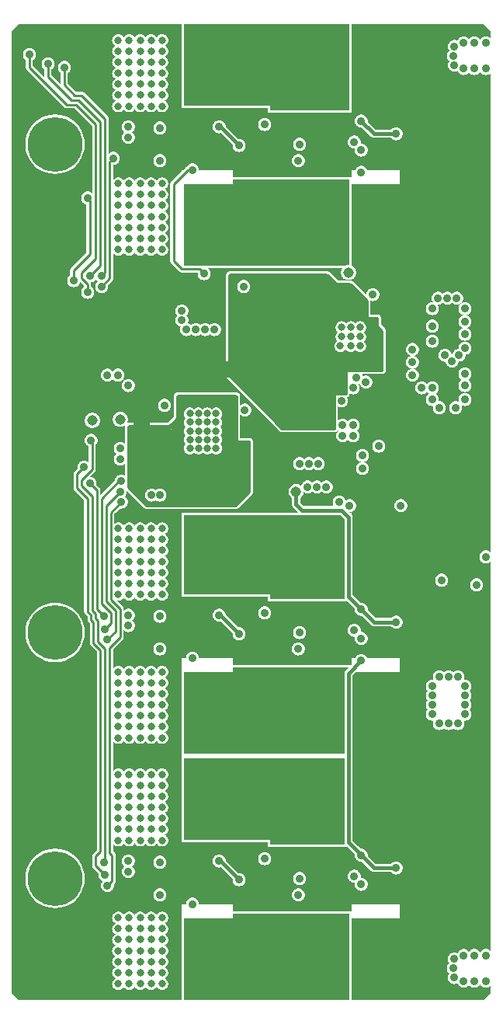
<source format=gbr>
G04 start of page 3 for group 1 idx 1 *
G04 Title: fet12, signal2 *
G04 Creator: pcb 20140316 *
G04 CreationDate: Thu 12 Apr 2018 01:23:08 AM GMT UTC *
G04 For: brian *
G04 Format: Gerber/RS-274X *
G04 PCB-Dimensions (mil): 6000.00 5000.00 *
G04 PCB-Coordinate-Origin: lower left *
%MOIN*%
%FSLAX25Y25*%
%LNGROUP1*%
%ADD73C,0.0118*%
%ADD72C,0.1285*%
%ADD71C,0.2150*%
%ADD70C,0.0250*%
%ADD69C,0.0118*%
%ADD68C,0.0450*%
%ADD67C,0.0360*%
%ADD66C,0.0295*%
%ADD65C,0.1850*%
%ADD64C,0.2350*%
%ADD63C,0.0318*%
%ADD62C,0.0700*%
%ADD61C,0.0200*%
%ADD60C,0.0100*%
%ADD59C,0.0150*%
%ADD58C,0.0001*%
G54D58*G36*
X327746Y339633D02*X333500Y333879D01*
Y327059D01*
X333495Y327000D01*
X333514Y326765D01*
X333569Y326535D01*
X333659Y326317D01*
X333783Y326116D01*
X333936Y325936D01*
X334116Y325783D01*
X334317Y325659D01*
X334535Y325569D01*
X334765Y325514D01*
X335000Y325495D01*
X335059Y325500D01*
X338000D01*
Y323559D01*
X337995Y323500D01*
X338014Y323265D01*
X338069Y323035D01*
X338159Y322817D01*
X338283Y322616D01*
X338436Y322436D01*
X338481Y322398D01*
X340000Y320879D01*
Y306000D01*
X327746D01*
Y312422D01*
X328000Y312402D01*
X328406Y312434D01*
X328803Y312529D01*
X329180Y312685D01*
X329527Y312898D01*
X329837Y313163D01*
X330000Y313353D01*
X330163Y313163D01*
X330473Y312898D01*
X330820Y312685D01*
X331197Y312529D01*
X331594Y312434D01*
X332000Y312402D01*
X332406Y312434D01*
X332803Y312529D01*
X333180Y312685D01*
X333527Y312898D01*
X333837Y313163D01*
X334102Y313473D01*
X334315Y313820D01*
X334471Y314197D01*
X334566Y314594D01*
X334590Y315000D01*
X334566Y315406D01*
X334471Y315803D01*
X334315Y316180D01*
X334102Y316527D01*
X333837Y316837D01*
X333647Y317000D01*
X333837Y317163D01*
X334102Y317473D01*
X334315Y317820D01*
X334471Y318197D01*
X334566Y318594D01*
X334590Y319000D01*
X334566Y319406D01*
X334471Y319803D01*
X334315Y320180D01*
X334102Y320527D01*
X333837Y320837D01*
X333647Y321000D01*
X333837Y321163D01*
X334102Y321473D01*
X334315Y321820D01*
X334471Y322197D01*
X334566Y322594D01*
X334590Y323000D01*
X334566Y323406D01*
X334471Y323803D01*
X334315Y324180D01*
X334102Y324527D01*
X333837Y324837D01*
X333527Y325102D01*
X333180Y325315D01*
X332803Y325471D01*
X332406Y325566D01*
X332000Y325598D01*
X331594Y325566D01*
X331197Y325471D01*
X330820Y325315D01*
X330473Y325102D01*
X330163Y324837D01*
X330000Y324647D01*
X329837Y324837D01*
X329527Y325102D01*
X329180Y325315D01*
X328803Y325471D01*
X328406Y325566D01*
X328000Y325598D01*
X327746Y325578D01*
Y339633D01*
G37*
G36*
X299121Y281000D02*X281996Y298126D01*
Y337692D01*
X282000Y337691D01*
X282439Y337726D01*
X282868Y337829D01*
X283275Y337997D01*
X283651Y338228D01*
X283986Y338514D01*
X284272Y338849D01*
X284503Y339225D01*
X284671Y339632D01*
X284774Y340061D01*
X284800Y340500D01*
X284774Y340939D01*
X284671Y341368D01*
X284503Y341775D01*
X284272Y342151D01*
X283986Y342486D01*
X283651Y342772D01*
X283275Y343003D01*
X282868Y343171D01*
X282439Y343274D01*
X282000Y343309D01*
X281996Y343308D01*
Y344000D01*
X317379D01*
X320898Y340481D01*
X320936Y340436D01*
X321116Y340283D01*
X321317Y340159D01*
X321535Y340069D01*
X321765Y340014D01*
X322000Y339995D01*
X322059Y340000D01*
X327379D01*
X327746Y339633D01*
Y325578D01*
X327594Y325566D01*
X327197Y325471D01*
X326820Y325315D01*
X326473Y325102D01*
X326163Y324837D01*
X326000Y324647D01*
X325837Y324837D01*
X325527Y325102D01*
X325180Y325315D01*
X324803Y325471D01*
X324406Y325566D01*
X324000Y325598D01*
X323594Y325566D01*
X323197Y325471D01*
X322820Y325315D01*
X322473Y325102D01*
X322163Y324837D01*
X321898Y324527D01*
X321685Y324180D01*
X321529Y323803D01*
X321434Y323406D01*
X321402Y323000D01*
X321434Y322594D01*
X321529Y322197D01*
X321685Y321820D01*
X321898Y321473D01*
X322163Y321163D01*
X322353Y321000D01*
X322163Y320837D01*
X321898Y320527D01*
X321685Y320180D01*
X321529Y319803D01*
X321434Y319406D01*
X321402Y319000D01*
X321434Y318594D01*
X321529Y318197D01*
X321685Y317820D01*
X321898Y317473D01*
X322131Y317199D01*
X321973Y317102D01*
X321663Y316837D01*
X321398Y316527D01*
X321185Y316180D01*
X321029Y315803D01*
X320934Y315406D01*
X320902Y315000D01*
X320934Y314594D01*
X321029Y314197D01*
X321185Y313820D01*
X321398Y313473D01*
X321663Y313163D01*
X321973Y312898D01*
X322320Y312685D01*
X322697Y312529D01*
X323094Y312434D01*
X323500Y312402D01*
X323906Y312434D01*
X324303Y312529D01*
X324680Y312685D01*
X325027Y312898D01*
X325337Y313163D01*
X325602Y313473D01*
X325750Y313714D01*
X325898Y313473D01*
X326163Y313163D01*
X326473Y312898D01*
X326820Y312685D01*
X327197Y312529D01*
X327594Y312434D01*
X327746Y312422D01*
Y306000D01*
X326059D01*
X326000Y306005D01*
X325765Y305986D01*
X325535Y305931D01*
X325317Y305841D01*
X325116Y305717D01*
X324936Y305564D01*
X324783Y305384D01*
X324659Y305183D01*
X324569Y304965D01*
X324514Y304735D01*
X324514Y304735D01*
X324495Y304500D01*
X324500Y304441D01*
Y296000D01*
X321559D01*
X321500Y296005D01*
X321265Y295986D01*
X321035Y295931D01*
X320817Y295841D01*
X320616Y295717D01*
X320615Y295717D01*
X320436Y295564D01*
X320398Y295519D01*
X319981Y295102D01*
X319936Y295064D01*
X319783Y294884D01*
X319659Y294683D01*
X319569Y294465D01*
X319514Y294235D01*
X319514Y294235D01*
X319495Y294000D01*
X319500Y293941D01*
Y281000D01*
X299121D01*
G37*
G36*
X281996Y298126D02*X277500Y302621D01*
Y344000D01*
X281996D01*
Y343308D01*
X281561Y343274D01*
X281132Y343171D01*
X280725Y343003D01*
X280349Y342772D01*
X280014Y342486D01*
X279728Y342151D01*
X279497Y341775D01*
X279329Y341368D01*
X279226Y340939D01*
X279191Y340500D01*
X279226Y340061D01*
X279329Y339632D01*
X279497Y339225D01*
X279728Y338849D01*
X280014Y338514D01*
X280349Y338228D01*
X280725Y337997D01*
X281132Y337829D01*
X281561Y337726D01*
X281996Y337692D01*
Y298126D01*
G37*
G36*
X376996Y348500D02*X388000D01*
Y243500D01*
X376996D01*
Y289192D01*
X377000Y289191D01*
X377439Y289226D01*
X377868Y289329D01*
X378275Y289497D01*
X378651Y289728D01*
X378986Y290014D01*
X379272Y290349D01*
X379503Y290725D01*
X379671Y291132D01*
X379774Y291561D01*
X379800Y292000D01*
X379774Y292439D01*
X379671Y292868D01*
X379503Y293275D01*
X379272Y293651D01*
X378986Y293986D01*
X378651Y294272D01*
X378275Y294503D01*
X377868Y294671D01*
X377439Y294774D01*
X377000Y294809D01*
X376996Y294808D01*
Y295192D01*
X377000Y295191D01*
X377439Y295226D01*
X377868Y295329D01*
X378275Y295497D01*
X378651Y295728D01*
X378986Y296014D01*
X379272Y296349D01*
X379503Y296725D01*
X379671Y297132D01*
X379774Y297561D01*
X379800Y298000D01*
X379774Y298439D01*
X379671Y298868D01*
X379503Y299275D01*
X379272Y299651D01*
X378986Y299986D01*
X378651Y300272D01*
X378279Y300500D01*
X378651Y300728D01*
X378986Y301014D01*
X379272Y301349D01*
X379503Y301725D01*
X379671Y302132D01*
X379774Y302561D01*
X379800Y303000D01*
X379774Y303439D01*
X379671Y303868D01*
X379503Y304275D01*
X379272Y304651D01*
X378986Y304986D01*
X378651Y305272D01*
X378275Y305503D01*
X377868Y305671D01*
X377439Y305774D01*
X377000Y305809D01*
X376996Y305808D01*
Y309714D01*
X377003Y309725D01*
X377171Y310132D01*
X377274Y310561D01*
X377300Y311000D01*
X377287Y311214D01*
X377439Y311226D01*
X377868Y311329D01*
X378275Y311497D01*
X378651Y311728D01*
X378986Y312014D01*
X379272Y312349D01*
X379503Y312725D01*
X379671Y313132D01*
X379774Y313561D01*
X379800Y314000D01*
X379774Y314439D01*
X379671Y314868D01*
X379503Y315275D01*
X379272Y315651D01*
X378986Y315986D01*
X378651Y316272D01*
X378275Y316503D01*
X377868Y316671D01*
X377439Y316774D01*
X377000Y316809D01*
X376996Y316808D01*
Y317192D01*
X377000Y317191D01*
X377439Y317226D01*
X377868Y317329D01*
X378275Y317497D01*
X378651Y317728D01*
X378986Y318014D01*
X379272Y318349D01*
X379503Y318725D01*
X379671Y319132D01*
X379774Y319561D01*
X379800Y320000D01*
X379774Y320439D01*
X379671Y320868D01*
X379503Y321275D01*
X379272Y321651D01*
X378986Y321986D01*
X378651Y322272D01*
X378275Y322503D01*
X377868Y322671D01*
X377540Y322750D01*
X377868Y322829D01*
X378275Y322997D01*
X378651Y323228D01*
X378986Y323514D01*
X379272Y323849D01*
X379503Y324225D01*
X379671Y324632D01*
X379774Y325061D01*
X379800Y325500D01*
X379774Y325939D01*
X379671Y326368D01*
X379503Y326775D01*
X379272Y327151D01*
X378986Y327486D01*
X378651Y327772D01*
X378275Y328003D01*
X377868Y328171D01*
X377540Y328250D01*
X377868Y328329D01*
X378275Y328497D01*
X378651Y328728D01*
X378986Y329014D01*
X379272Y329349D01*
X379503Y329725D01*
X379671Y330132D01*
X379774Y330561D01*
X379800Y331000D01*
X379774Y331439D01*
X379671Y331868D01*
X379503Y332275D01*
X379272Y332651D01*
X378986Y332986D01*
X378651Y333272D01*
X378275Y333503D01*
X377868Y333671D01*
X377439Y333774D01*
X377000Y333809D01*
X376996Y333808D01*
Y348500D01*
G37*
G36*
X362996Y334229D02*X362997Y334225D01*
X363228Y333849D01*
X363281Y333786D01*
X363000Y333809D01*
X362996Y333808D01*
Y334229D01*
G37*
G36*
Y348500D02*X376996D01*
Y333808D01*
X376561Y333774D01*
X376132Y333671D01*
X375725Y333503D01*
X375349Y333272D01*
X375014Y332986D01*
X374728Y332651D01*
X374497Y332275D01*
X374329Y331868D01*
X374226Y331439D01*
X374191Y331000D01*
X374226Y330561D01*
X374329Y330132D01*
X374497Y329725D01*
X374728Y329349D01*
X375014Y329014D01*
X375349Y328728D01*
X375725Y328497D01*
X376132Y328329D01*
X376460Y328250D01*
X376132Y328171D01*
X375725Y328003D01*
X375349Y327772D01*
X375014Y327486D01*
X374728Y327151D01*
X374497Y326775D01*
X374329Y326368D01*
X374226Y325939D01*
X374191Y325500D01*
X374226Y325061D01*
X374329Y324632D01*
X374497Y324225D01*
X374728Y323849D01*
X375014Y323514D01*
X375349Y323228D01*
X375725Y322997D01*
X376132Y322829D01*
X376460Y322750D01*
X376132Y322671D01*
X375725Y322503D01*
X375349Y322272D01*
X375014Y321986D01*
X374728Y321651D01*
X374497Y321275D01*
X374329Y320868D01*
X374226Y320439D01*
X374191Y320000D01*
X374226Y319561D01*
X374329Y319132D01*
X374497Y318725D01*
X374728Y318349D01*
X375014Y318014D01*
X375349Y317728D01*
X375725Y317497D01*
X376132Y317329D01*
X376561Y317226D01*
X376996Y317192D01*
Y316808D01*
X376561Y316774D01*
X376132Y316671D01*
X375725Y316503D01*
X375349Y316272D01*
X375014Y315986D01*
X374728Y315651D01*
X374497Y315275D01*
X374329Y314868D01*
X374226Y314439D01*
X374191Y314000D01*
X374208Y313786D01*
X374061Y313774D01*
X373632Y313671D01*
X373225Y313503D01*
X372849Y313272D01*
X372514Y312986D01*
X372228Y312651D01*
X371997Y312275D01*
X371829Y311868D01*
X371726Y311439D01*
X371714Y311292D01*
X371500Y311309D01*
X371283Y311292D01*
X371274Y311439D01*
X371171Y311868D01*
X371003Y312275D01*
X370772Y312651D01*
X370486Y312986D01*
X370151Y313272D01*
X369775Y313503D01*
X369368Y313671D01*
X368939Y313774D01*
X368500Y313809D01*
X368061Y313774D01*
X367632Y313671D01*
X367225Y313503D01*
X366849Y313272D01*
X366514Y312986D01*
X366228Y312651D01*
X365997Y312275D01*
X365829Y311868D01*
X365726Y311439D01*
X365691Y311000D01*
X365726Y310561D01*
X365829Y310132D01*
X365997Y309725D01*
X366228Y309349D01*
X366514Y309014D01*
X366849Y308728D01*
X367225Y308497D01*
X367632Y308329D01*
X368061Y308226D01*
X368500Y308191D01*
X368714Y308208D01*
X368726Y308061D01*
X368829Y307632D01*
X368997Y307225D01*
X369228Y306849D01*
X369514Y306514D01*
X369849Y306228D01*
X370225Y305997D01*
X370632Y305829D01*
X371061Y305726D01*
X371500Y305691D01*
X371939Y305726D01*
X372368Y305829D01*
X372775Y305997D01*
X373151Y306228D01*
X373486Y306514D01*
X373772Y306849D01*
X374003Y307225D01*
X374171Y307632D01*
X374274Y308061D01*
X374283Y308208D01*
X374500Y308191D01*
X374939Y308226D01*
X375368Y308329D01*
X375775Y308497D01*
X376151Y308728D01*
X376486Y309014D01*
X376772Y309349D01*
X376996Y309714D01*
Y305808D01*
X376561Y305774D01*
X376132Y305671D01*
X375725Y305503D01*
X375349Y305272D01*
X375014Y304986D01*
X374728Y304651D01*
X374497Y304275D01*
X374329Y303868D01*
X374226Y303439D01*
X374191Y303000D01*
X374226Y302561D01*
X374329Y302132D01*
X374497Y301725D01*
X374728Y301349D01*
X375014Y301014D01*
X375349Y300728D01*
X375721Y300500D01*
X375349Y300272D01*
X375014Y299986D01*
X374728Y299651D01*
X374497Y299275D01*
X374329Y298868D01*
X374226Y298439D01*
X374191Y298000D01*
X374226Y297561D01*
X374329Y297132D01*
X374497Y296725D01*
X374728Y296349D01*
X375014Y296014D01*
X375349Y295728D01*
X375725Y295497D01*
X376132Y295329D01*
X376561Y295226D01*
X376996Y295192D01*
Y294808D01*
X376561Y294774D01*
X376132Y294671D01*
X375725Y294503D01*
X375349Y294272D01*
X375014Y293986D01*
X374728Y293651D01*
X374497Y293275D01*
X374329Y292868D01*
X374226Y292439D01*
X374191Y292000D01*
X374226Y291561D01*
X374329Y291132D01*
X374419Y290914D01*
X374275Y291003D01*
X373868Y291171D01*
X373439Y291274D01*
X373000Y291309D01*
X372561Y291274D01*
X372132Y291171D01*
X371725Y291003D01*
X371349Y290772D01*
X371014Y290486D01*
X370728Y290151D01*
X370497Y289775D01*
X370329Y289368D01*
X370226Y288939D01*
X370191Y288500D01*
X370226Y288061D01*
X370329Y287632D01*
X370497Y287225D01*
X370728Y286849D01*
X371014Y286514D01*
X371349Y286228D01*
X371725Y285997D01*
X372132Y285829D01*
X372561Y285726D01*
X373000Y285691D01*
X373439Y285726D01*
X373868Y285829D01*
X374275Y285997D01*
X374651Y286228D01*
X374986Y286514D01*
X375272Y286849D01*
X375503Y287225D01*
X375671Y287632D01*
X375774Y288061D01*
X375800Y288500D01*
X375774Y288939D01*
X375671Y289368D01*
X375581Y289586D01*
X375725Y289497D01*
X376132Y289329D01*
X376561Y289226D01*
X376996Y289192D01*
Y243500D01*
X362996D01*
Y289192D01*
X363000Y289191D01*
X363292Y289214D01*
X363226Y288939D01*
X363191Y288500D01*
X363226Y288061D01*
X363329Y287632D01*
X363497Y287225D01*
X363728Y286849D01*
X364014Y286514D01*
X364349Y286228D01*
X364725Y285997D01*
X365132Y285829D01*
X365561Y285726D01*
X366000Y285691D01*
X366439Y285726D01*
X366868Y285829D01*
X367275Y285997D01*
X367651Y286228D01*
X367986Y286514D01*
X368272Y286849D01*
X368503Y287225D01*
X368671Y287632D01*
X368774Y288061D01*
X368800Y288500D01*
X368774Y288939D01*
X368671Y289368D01*
X368503Y289775D01*
X368272Y290151D01*
X367986Y290486D01*
X367651Y290772D01*
X367275Y291003D01*
X366868Y291171D01*
X366439Y291274D01*
X366000Y291309D01*
X365708Y291286D01*
X365774Y291561D01*
X365800Y292000D01*
X365774Y292439D01*
X365671Y292868D01*
X365503Y293275D01*
X365272Y293651D01*
X364986Y293986D01*
X364651Y294272D01*
X364279Y294500D01*
X364651Y294728D01*
X364986Y295014D01*
X365272Y295349D01*
X365503Y295725D01*
X365671Y296132D01*
X365774Y296561D01*
X365800Y297000D01*
X365774Y297439D01*
X365671Y297868D01*
X365503Y298275D01*
X365272Y298651D01*
X364986Y298986D01*
X364651Y299272D01*
X364275Y299503D01*
X363868Y299671D01*
X363439Y299774D01*
X363000Y299809D01*
X362996Y299808D01*
Y314192D01*
X363000Y314191D01*
X363439Y314226D01*
X363868Y314329D01*
X364275Y314497D01*
X364651Y314728D01*
X364986Y315014D01*
X365272Y315349D01*
X365503Y315725D01*
X365671Y316132D01*
X365774Y316561D01*
X365800Y317000D01*
X365774Y317439D01*
X365671Y317868D01*
X365503Y318275D01*
X365272Y318651D01*
X364986Y318986D01*
X364651Y319272D01*
X364275Y319503D01*
X363868Y319671D01*
X363439Y319774D01*
X363000Y319809D01*
X362996Y319808D01*
Y320692D01*
X363000Y320691D01*
X363439Y320726D01*
X363868Y320829D01*
X364275Y320997D01*
X364651Y321228D01*
X364986Y321514D01*
X365272Y321849D01*
X365503Y322225D01*
X365671Y322632D01*
X365774Y323061D01*
X365800Y323500D01*
X365774Y323939D01*
X365671Y324368D01*
X365503Y324775D01*
X365272Y325151D01*
X364986Y325486D01*
X364651Y325772D01*
X364275Y326003D01*
X363868Y326171D01*
X363439Y326274D01*
X363000Y326309D01*
X362996Y326308D01*
Y328192D01*
X363000Y328191D01*
X363439Y328226D01*
X363868Y328329D01*
X364275Y328497D01*
X364651Y328728D01*
X364986Y329014D01*
X365272Y329349D01*
X365503Y329725D01*
X365671Y330132D01*
X365774Y330561D01*
X365800Y331000D01*
X365774Y331439D01*
X365671Y331868D01*
X365503Y332275D01*
X365272Y332651D01*
X365219Y332714D01*
X365500Y332691D01*
X365939Y332726D01*
X366368Y332829D01*
X366775Y332997D01*
X367151Y333228D01*
X367486Y333514D01*
X367500Y333530D01*
X367514Y333514D01*
X367849Y333228D01*
X368225Y332997D01*
X368632Y332829D01*
X369061Y332726D01*
X369500Y332691D01*
X369939Y332726D01*
X370368Y332829D01*
X370775Y332997D01*
X371151Y333228D01*
X371486Y333514D01*
X371500Y333530D01*
X371514Y333514D01*
X371849Y333228D01*
X372225Y332997D01*
X372632Y332829D01*
X373061Y332726D01*
X373500Y332691D01*
X373939Y332726D01*
X374368Y332829D01*
X374775Y332997D01*
X375151Y333228D01*
X375486Y333514D01*
X375772Y333849D01*
X376003Y334225D01*
X376171Y334632D01*
X376274Y335061D01*
X376300Y335500D01*
X376274Y335939D01*
X376171Y336368D01*
X376003Y336775D01*
X375772Y337151D01*
X375486Y337486D01*
X375151Y337772D01*
X374775Y338003D01*
X374368Y338171D01*
X373939Y338274D01*
X373500Y338309D01*
X373061Y338274D01*
X372632Y338171D01*
X372225Y338003D01*
X371849Y337772D01*
X371514Y337486D01*
X371500Y337470D01*
X371486Y337486D01*
X371151Y337772D01*
X370775Y338003D01*
X370368Y338171D01*
X369939Y338274D01*
X369500Y338309D01*
X369061Y338274D01*
X368632Y338171D01*
X368225Y338003D01*
X367849Y337772D01*
X367514Y337486D01*
X367500Y337470D01*
X367486Y337486D01*
X367151Y337772D01*
X366775Y338003D01*
X366368Y338171D01*
X365939Y338274D01*
X365500Y338309D01*
X365061Y338274D01*
X364632Y338171D01*
X364225Y338003D01*
X363849Y337772D01*
X363514Y337486D01*
X363228Y337151D01*
X362997Y336775D01*
X362996Y336771D01*
Y348500D01*
G37*
G36*
X354496D02*X362996D01*
Y336771D01*
X362829Y336368D01*
X362726Y335939D01*
X362691Y335500D01*
X362726Y335061D01*
X362829Y334632D01*
X362996Y334229D01*
Y333808D01*
X362561Y333774D01*
X362132Y333671D01*
X361725Y333503D01*
X361349Y333272D01*
X361014Y332986D01*
X360728Y332651D01*
X360497Y332275D01*
X360329Y331868D01*
X360226Y331439D01*
X360191Y331000D01*
X360226Y330561D01*
X360329Y330132D01*
X360497Y329725D01*
X360728Y329349D01*
X361014Y329014D01*
X361349Y328728D01*
X361725Y328497D01*
X362132Y328329D01*
X362561Y328226D01*
X362996Y328192D01*
Y326308D01*
X362561Y326274D01*
X362132Y326171D01*
X361725Y326003D01*
X361349Y325772D01*
X361014Y325486D01*
X360728Y325151D01*
X360497Y324775D01*
X360329Y324368D01*
X360226Y323939D01*
X360191Y323500D01*
X360226Y323061D01*
X360329Y322632D01*
X360497Y322225D01*
X360728Y321849D01*
X361014Y321514D01*
X361349Y321228D01*
X361725Y320997D01*
X362132Y320829D01*
X362561Y320726D01*
X362996Y320692D01*
Y319808D01*
X362561Y319774D01*
X362132Y319671D01*
X361725Y319503D01*
X361349Y319272D01*
X361014Y318986D01*
X360728Y318651D01*
X360497Y318275D01*
X360329Y317868D01*
X360226Y317439D01*
X360191Y317000D01*
X360226Y316561D01*
X360329Y316132D01*
X360497Y315725D01*
X360728Y315349D01*
X361014Y315014D01*
X361349Y314728D01*
X361725Y314497D01*
X362132Y314329D01*
X362561Y314226D01*
X362996Y314192D01*
Y299808D01*
X362561Y299774D01*
X362132Y299671D01*
X361725Y299503D01*
X361349Y299272D01*
X361014Y298986D01*
X360750Y298677D01*
X360486Y298986D01*
X360151Y299272D01*
X359775Y299503D01*
X359368Y299671D01*
X358939Y299774D01*
X358500Y299809D01*
X358061Y299774D01*
X357632Y299671D01*
X357225Y299503D01*
X356849Y299272D01*
X356514Y298986D01*
X356228Y298651D01*
X355997Y298275D01*
X355829Y297868D01*
X355726Y297439D01*
X355691Y297000D01*
X355726Y296561D01*
X355829Y296132D01*
X355997Y295725D01*
X356228Y295349D01*
X356514Y295014D01*
X356849Y294728D01*
X357225Y294497D01*
X357632Y294329D01*
X358061Y294226D01*
X358500Y294191D01*
X358939Y294226D01*
X359368Y294329D01*
X359775Y294497D01*
X360151Y294728D01*
X360486Y295014D01*
X360750Y295323D01*
X361014Y295014D01*
X361349Y294728D01*
X361721Y294500D01*
X361349Y294272D01*
X361014Y293986D01*
X360728Y293651D01*
X360497Y293275D01*
X360329Y292868D01*
X360226Y292439D01*
X360191Y292000D01*
X360226Y291561D01*
X360329Y291132D01*
X360497Y290725D01*
X360728Y290349D01*
X361014Y290014D01*
X361349Y289728D01*
X361725Y289497D01*
X362132Y289329D01*
X362561Y289226D01*
X362996Y289192D01*
Y243500D01*
X354496D01*
Y299692D01*
X354500Y299691D01*
X354939Y299726D01*
X355368Y299829D01*
X355775Y299997D01*
X356151Y300228D01*
X356486Y300514D01*
X356772Y300849D01*
X357003Y301225D01*
X357171Y301632D01*
X357274Y302061D01*
X357300Y302500D01*
X357274Y302939D01*
X357171Y303368D01*
X357003Y303775D01*
X356772Y304151D01*
X356486Y304486D01*
X356151Y304772D01*
X355775Y305003D01*
X355368Y305171D01*
X355040Y305250D01*
X355368Y305329D01*
X355775Y305497D01*
X356151Y305728D01*
X356486Y306014D01*
X356772Y306349D01*
X357003Y306725D01*
X357171Y307132D01*
X357274Y307561D01*
X357300Y308000D01*
X357274Y308439D01*
X357171Y308868D01*
X357003Y309275D01*
X356772Y309651D01*
X356486Y309986D01*
X356151Y310272D01*
X355775Y310503D01*
X355368Y310671D01*
X355040Y310750D01*
X355368Y310829D01*
X355775Y310997D01*
X356151Y311228D01*
X356486Y311514D01*
X356772Y311849D01*
X357003Y312225D01*
X357171Y312632D01*
X357274Y313061D01*
X357300Y313500D01*
X357274Y313939D01*
X357171Y314368D01*
X357003Y314775D01*
X356772Y315151D01*
X356486Y315486D01*
X356151Y315772D01*
X355775Y316003D01*
X355368Y316171D01*
X354939Y316274D01*
X354500Y316309D01*
X354496Y316308D01*
Y348500D01*
G37*
G36*
X349496D02*X354496D01*
Y316308D01*
X354061Y316274D01*
X353632Y316171D01*
X353225Y316003D01*
X352849Y315772D01*
X352514Y315486D01*
X352228Y315151D01*
X351997Y314775D01*
X351829Y314368D01*
X351726Y313939D01*
X351691Y313500D01*
X351726Y313061D01*
X351829Y312632D01*
X351997Y312225D01*
X352228Y311849D01*
X352514Y311514D01*
X352849Y311228D01*
X353225Y310997D01*
X353632Y310829D01*
X353960Y310750D01*
X353632Y310671D01*
X353225Y310503D01*
X352849Y310272D01*
X352514Y309986D01*
X352228Y309651D01*
X351997Y309275D01*
X351829Y308868D01*
X351726Y308439D01*
X351691Y308000D01*
X351726Y307561D01*
X351829Y307132D01*
X351997Y306725D01*
X352228Y306349D01*
X352514Y306014D01*
X352849Y305728D01*
X353225Y305497D01*
X353632Y305329D01*
X353960Y305250D01*
X353632Y305171D01*
X353225Y305003D01*
X352849Y304772D01*
X352514Y304486D01*
X352228Y304151D01*
X351997Y303775D01*
X351829Y303368D01*
X351726Y302939D01*
X351691Y302500D01*
X351726Y302061D01*
X351829Y301632D01*
X351997Y301225D01*
X352228Y300849D01*
X352514Y300514D01*
X352849Y300228D01*
X353225Y299997D01*
X353632Y299829D01*
X354061Y299726D01*
X354496Y299692D01*
Y243500D01*
X349496D01*
Y243692D01*
X349500Y243691D01*
X349939Y243726D01*
X350368Y243829D01*
X350775Y243997D01*
X351151Y244228D01*
X351486Y244514D01*
X351772Y244849D01*
X352003Y245225D01*
X352171Y245632D01*
X352274Y246061D01*
X352300Y246500D01*
X352274Y246939D01*
X352171Y247368D01*
X352003Y247775D01*
X351772Y248151D01*
X351486Y248486D01*
X351151Y248772D01*
X350775Y249003D01*
X350368Y249171D01*
X349939Y249274D01*
X349500Y249309D01*
X349496Y249308D01*
Y348500D01*
G37*
G36*
X339996D02*X349496D01*
Y249308D01*
X349061Y249274D01*
X348632Y249171D01*
X348225Y249003D01*
X347849Y248772D01*
X347514Y248486D01*
X347228Y248151D01*
X346997Y247775D01*
X346829Y247368D01*
X346726Y246939D01*
X346691Y246500D01*
X346726Y246061D01*
X346829Y245632D01*
X346997Y245225D01*
X347228Y244849D01*
X347514Y244514D01*
X347849Y244228D01*
X348225Y243997D01*
X348632Y243829D01*
X349061Y243726D01*
X349496Y243692D01*
Y243500D01*
X339996D01*
Y269192D01*
X340000Y269191D01*
X340439Y269226D01*
X340868Y269329D01*
X341275Y269497D01*
X341651Y269728D01*
X341986Y270014D01*
X342272Y270349D01*
X342503Y270725D01*
X342671Y271132D01*
X342774Y271561D01*
X342800Y272000D01*
X342774Y272439D01*
X342671Y272868D01*
X342503Y273275D01*
X342272Y273651D01*
X341986Y273986D01*
X341651Y274272D01*
X341275Y274503D01*
X340868Y274671D01*
X340439Y274774D01*
X340000Y274809D01*
X339996Y274808D01*
Y303000D01*
X341441D01*
X341500Y302995D01*
X341735Y303014D01*
X341735Y303014D01*
X341965Y303069D01*
X342183Y303159D01*
X342384Y303283D01*
X342564Y303436D01*
X342717Y303616D01*
X342841Y303817D01*
X342931Y304035D01*
X342986Y304265D01*
X343005Y304500D01*
X343000Y304559D01*
Y321441D01*
X343005Y321500D01*
X342986Y321735D01*
X342931Y321965D01*
X342841Y322183D01*
X342717Y322384D01*
X342564Y322564D01*
X342519Y322602D01*
X341000Y324121D01*
Y326941D01*
X341005Y327000D01*
X340986Y327235D01*
X340986Y327235D01*
X340931Y327465D01*
X340841Y327683D01*
X340717Y327884D01*
X340564Y328064D01*
X340384Y328217D01*
X340183Y328341D01*
X339996Y328418D01*
Y335714D01*
X340003Y335725D01*
X340171Y336132D01*
X340274Y336561D01*
X340300Y337000D01*
X340274Y337439D01*
X340171Y337868D01*
X340003Y338275D01*
X339996Y338286D01*
Y348500D01*
G37*
G36*
Y328418D02*X339965Y328431D01*
X339735Y328486D01*
X339500Y328505D01*
X339441Y328500D01*
X336500D01*
Y334384D01*
X336632Y334329D01*
X337061Y334226D01*
X337500Y334191D01*
X337939Y334226D01*
X338368Y334329D01*
X338775Y334497D01*
X339151Y334728D01*
X339486Y335014D01*
X339772Y335349D01*
X339996Y335714D01*
Y328418D01*
G37*
G36*
Y243500D02*X332996D01*
Y259692D01*
X333000Y259691D01*
X333439Y259726D01*
X333868Y259829D01*
X334275Y259997D01*
X334651Y260228D01*
X334986Y260514D01*
X335272Y260849D01*
X335503Y261225D01*
X335671Y261632D01*
X335774Y262061D01*
X335800Y262500D01*
X335774Y262939D01*
X335671Y263368D01*
X335503Y263775D01*
X335272Y264151D01*
X334986Y264486D01*
X334651Y264772D01*
X334275Y265003D01*
X333868Y265171D01*
X333540Y265250D01*
X333868Y265329D01*
X334275Y265497D01*
X334651Y265728D01*
X334986Y266014D01*
X335272Y266349D01*
X335503Y266725D01*
X335671Y267132D01*
X335774Y267561D01*
X335800Y268000D01*
X335774Y268439D01*
X335671Y268868D01*
X335503Y269275D01*
X335272Y269651D01*
X334986Y269986D01*
X334651Y270272D01*
X334275Y270503D01*
X333868Y270671D01*
X333439Y270774D01*
X333000Y270809D01*
X332996Y270808D01*
Y297138D01*
X333225Y296997D01*
X333632Y296829D01*
X334061Y296726D01*
X334500Y296691D01*
X334939Y296726D01*
X335368Y296829D01*
X335775Y296997D01*
X336151Y297228D01*
X336486Y297514D01*
X336772Y297849D01*
X337003Y298225D01*
X337171Y298632D01*
X337274Y299061D01*
X337300Y299500D01*
X337274Y299939D01*
X337171Y300368D01*
X337003Y300775D01*
X336772Y301151D01*
X336486Y301486D01*
X336151Y301772D01*
X335775Y302003D01*
X335368Y302171D01*
X334939Y302274D01*
X334500Y302309D01*
X334061Y302274D01*
X333632Y302171D01*
X333256Y302015D01*
X333171Y302368D01*
X333003Y302775D01*
X332996Y302786D01*
Y303000D01*
X339996D01*
Y274808D01*
X339561Y274774D01*
X339132Y274671D01*
X338725Y274503D01*
X338349Y274272D01*
X338014Y273986D01*
X337728Y273651D01*
X337497Y273275D01*
X337329Y272868D01*
X337226Y272439D01*
X337191Y272000D01*
X337226Y271561D01*
X337329Y271132D01*
X337497Y270725D01*
X337728Y270349D01*
X338014Y270014D01*
X338349Y269728D01*
X338725Y269497D01*
X339132Y269329D01*
X339561Y269226D01*
X339996Y269192D01*
Y243500D01*
G37*
G36*
X332996Y302786D02*X332865Y303000D01*
X332996D01*
Y302786D01*
G37*
G36*
Y243500D02*X327475D01*
X327265Y243710D01*
X327500Y243691D01*
X327939Y243726D01*
X328368Y243829D01*
X328775Y243997D01*
X329151Y244228D01*
X329486Y244514D01*
X329772Y244849D01*
X330003Y245225D01*
X330171Y245632D01*
X330274Y246061D01*
X330300Y246500D01*
X330274Y246939D01*
X330171Y247368D01*
X330003Y247775D01*
X329772Y248151D01*
X329486Y248486D01*
X329151Y248772D01*
X328775Y249003D01*
X328368Y249171D01*
X327939Y249274D01*
X327500Y249309D01*
X327061Y249274D01*
X326632Y249171D01*
X326225Y249003D01*
X325849Y248772D01*
X325721Y248662D01*
X325671Y248868D01*
X325503Y249275D01*
X325272Y249651D01*
X324986Y249986D01*
X324651Y250272D01*
X324275Y250503D01*
X323868Y250671D01*
X323439Y250774D01*
X323000Y250809D01*
X322561Y250774D01*
X322132Y250671D01*
X321725Y250503D01*
X321349Y250272D01*
X321014Y249986D01*
X320728Y249651D01*
X320497Y249275D01*
X320329Y248868D01*
X320226Y248439D01*
X320191Y248000D01*
X320226Y247561D01*
X320329Y247132D01*
X320497Y246725D01*
X320728Y246349D01*
X320812Y246250D01*
X308750D01*
Y251801D01*
X309061Y251726D01*
X309500Y251691D01*
X309939Y251726D01*
X310368Y251829D01*
X310775Y251997D01*
X311151Y252228D01*
X311486Y252514D01*
X311500Y252530D01*
X311514Y252514D01*
X311849Y252228D01*
X312225Y251997D01*
X312632Y251829D01*
X313061Y251726D01*
X313500Y251691D01*
X313939Y251726D01*
X314368Y251829D01*
X314775Y251997D01*
X315151Y252228D01*
X315486Y252514D01*
X315500Y252530D01*
X315514Y252514D01*
X315849Y252228D01*
X316225Y251997D01*
X316632Y251829D01*
X317061Y251726D01*
X317500Y251691D01*
X317939Y251726D01*
X318368Y251829D01*
X318775Y251997D01*
X319151Y252228D01*
X319486Y252514D01*
X319772Y252849D01*
X320003Y253225D01*
X320171Y253632D01*
X320274Y254061D01*
X320300Y254500D01*
X320274Y254939D01*
X320171Y255368D01*
X320003Y255775D01*
X319772Y256151D01*
X319486Y256486D01*
X319151Y256772D01*
X318775Y257003D01*
X318368Y257171D01*
X317939Y257274D01*
X317500Y257309D01*
X317061Y257274D01*
X316632Y257171D01*
X316225Y257003D01*
X315849Y256772D01*
X315514Y256486D01*
X315500Y256470D01*
X315486Y256486D01*
X315151Y256772D01*
X314775Y257003D01*
X314368Y257171D01*
X313939Y257274D01*
X313500Y257309D01*
X313061Y257274D01*
X312632Y257171D01*
X312225Y257003D01*
X311849Y256772D01*
X311514Y256486D01*
X311500Y256470D01*
X311486Y256486D01*
X311151Y256772D01*
X310775Y257003D01*
X310368Y257171D01*
X309939Y257274D01*
X309500Y257309D01*
X309061Y257274D01*
X308750Y257199D01*
Y261987D01*
X309132Y261829D01*
X309561Y261726D01*
X310000Y261691D01*
X310439Y261726D01*
X310868Y261829D01*
X311275Y261997D01*
X311651Y262228D01*
X311986Y262514D01*
X312000Y262530D01*
X312014Y262514D01*
X312349Y262228D01*
X312725Y261997D01*
X313132Y261829D01*
X313561Y261726D01*
X314000Y261691D01*
X314439Y261726D01*
X314868Y261829D01*
X315275Y261997D01*
X315651Y262228D01*
X315986Y262514D01*
X316272Y262849D01*
X316503Y263225D01*
X316671Y263632D01*
X316774Y264061D01*
X316800Y264500D01*
X316774Y264939D01*
X316671Y265368D01*
X316503Y265775D01*
X316272Y266151D01*
X315986Y266486D01*
X315651Y266772D01*
X315275Y267003D01*
X314868Y267171D01*
X314439Y267274D01*
X314000Y267309D01*
X313561Y267274D01*
X313132Y267171D01*
X312725Y267003D01*
X312349Y266772D01*
X312014Y266486D01*
X312000Y266470D01*
X311986Y266486D01*
X311651Y266772D01*
X311275Y267003D01*
X310868Y267171D01*
X310439Y267274D01*
X310000Y267309D01*
X309561Y267274D01*
X309132Y267171D01*
X308750Y267013D01*
Y278000D01*
X320941D01*
X321000Y277995D01*
X321235Y278014D01*
X321235Y278014D01*
X321465Y278069D01*
X321683Y278159D01*
X321884Y278283D01*
X322064Y278436D01*
X322217Y278616D01*
X322341Y278817D01*
X322431Y279035D01*
X322445Y279094D01*
X322514Y279014D01*
X322823Y278750D01*
X322514Y278486D01*
X322228Y278151D01*
X321997Y277775D01*
X321829Y277368D01*
X321726Y276939D01*
X321691Y276500D01*
X321726Y276061D01*
X321829Y275632D01*
X321997Y275225D01*
X322228Y274849D01*
X322514Y274514D01*
X322849Y274228D01*
X323225Y273997D01*
X323632Y273829D01*
X324061Y273726D01*
X324500Y273691D01*
X324939Y273726D01*
X325368Y273829D01*
X325775Y273997D01*
X326151Y274228D01*
X326486Y274514D01*
X326750Y274823D01*
X327014Y274514D01*
X327349Y274228D01*
X327725Y273997D01*
X328132Y273829D01*
X328561Y273726D01*
X329000Y273691D01*
X329439Y273726D01*
X329868Y273829D01*
X330275Y273997D01*
X330651Y274228D01*
X330986Y274514D01*
X331272Y274849D01*
X331503Y275225D01*
X331671Y275632D01*
X331774Y276061D01*
X331800Y276500D01*
X331774Y276939D01*
X331671Y277368D01*
X331503Y277775D01*
X331272Y278151D01*
X330986Y278486D01*
X330677Y278750D01*
X330986Y279014D01*
X331272Y279349D01*
X331503Y279725D01*
X331671Y280132D01*
X331774Y280561D01*
X331800Y281000D01*
X331774Y281439D01*
X331671Y281868D01*
X331503Y282275D01*
X331272Y282651D01*
X330986Y282986D01*
X330651Y283272D01*
X330275Y283503D01*
X329868Y283671D01*
X329439Y283774D01*
X329000Y283809D01*
X328561Y283774D01*
X328132Y283671D01*
X327725Y283503D01*
X327349Y283272D01*
X327014Y282986D01*
X326750Y282677D01*
X326486Y282986D01*
X326151Y283272D01*
X325775Y283503D01*
X325368Y283671D01*
X324939Y283774D01*
X324500Y283809D01*
X324061Y283774D01*
X323632Y283671D01*
X323225Y283503D01*
X322849Y283272D01*
X322514Y282986D01*
X322500Y282970D01*
Y289135D01*
X322725Y288997D01*
X323132Y288829D01*
X323561Y288726D01*
X324000Y288691D01*
X324439Y288726D01*
X324868Y288829D01*
X325275Y288997D01*
X325651Y289228D01*
X325986Y289514D01*
X326272Y289849D01*
X326503Y290225D01*
X326671Y290632D01*
X326774Y291061D01*
X326800Y291500D01*
X326774Y291939D01*
X326671Y292368D01*
X326503Y292775D01*
X326341Y293039D01*
X326465Y293069D01*
X326683Y293159D01*
X326884Y293283D01*
X327064Y293436D01*
X327217Y293616D01*
X327341Y293817D01*
X327431Y294035D01*
X327486Y294265D01*
X327505Y294500D01*
X327500Y294559D01*
Y294635D01*
X327725Y294497D01*
X328132Y294329D01*
X328561Y294226D01*
X329000Y294191D01*
X329439Y294226D01*
X329868Y294329D01*
X330275Y294497D01*
X330651Y294728D01*
X330986Y295014D01*
X331272Y295349D01*
X331503Y295725D01*
X331671Y296132D01*
X331774Y296561D01*
X331800Y297000D01*
X331774Y297439D01*
X331671Y297868D01*
X331503Y298275D01*
X331272Y298651D01*
X331162Y298779D01*
X331368Y298829D01*
X331744Y298985D01*
X331829Y298632D01*
X331997Y298225D01*
X332228Y297849D01*
X332514Y297514D01*
X332849Y297228D01*
X332996Y297138D01*
Y270808D01*
X332561Y270774D01*
X332132Y270671D01*
X331725Y270503D01*
X331349Y270272D01*
X331014Y269986D01*
X330728Y269651D01*
X330497Y269275D01*
X330329Y268868D01*
X330226Y268439D01*
X330191Y268000D01*
X330226Y267561D01*
X330329Y267132D01*
X330497Y266725D01*
X330728Y266349D01*
X331014Y266014D01*
X331349Y265728D01*
X331725Y265497D01*
X332132Y265329D01*
X332460Y265250D01*
X332132Y265171D01*
X331725Y265003D01*
X331349Y264772D01*
X331014Y264486D01*
X330728Y264151D01*
X330497Y263775D01*
X330329Y263368D01*
X330226Y262939D01*
X330191Y262500D01*
X330226Y262061D01*
X330329Y261632D01*
X330497Y261225D01*
X330728Y260849D01*
X331014Y260514D01*
X331349Y260228D01*
X331725Y259997D01*
X332132Y259829D01*
X332561Y259726D01*
X332996Y259692D01*
Y243500D01*
G37*
G36*
X308750Y348500D02*X324434D01*
X324363Y348416D01*
X324095Y347980D01*
X323900Y347507D01*
X323780Y347010D01*
X323740Y346500D01*
X323780Y345990D01*
X323900Y345493D01*
X324095Y345020D01*
X324363Y344584D01*
X324695Y344195D01*
X325084Y343863D01*
X325520Y343595D01*
X325993Y343400D01*
X326490Y343280D01*
X327000Y343240D01*
X327510Y343280D01*
X328007Y343400D01*
X328480Y343595D01*
X328916Y343863D01*
X329305Y344195D01*
X329637Y344584D01*
X329905Y345020D01*
X330100Y345493D01*
X330220Y345990D01*
X330250Y346500D01*
X330220Y347010D01*
X330100Y347507D01*
X329905Y347980D01*
X329637Y348416D01*
X329566Y348500D01*
X339996D01*
Y338286D01*
X339772Y338651D01*
X339486Y338986D01*
X339151Y339272D01*
X338775Y339503D01*
X338368Y339671D01*
X337939Y339774D01*
X337500Y339809D01*
X337061Y339774D01*
X336632Y339671D01*
X336225Y339503D01*
X335849Y339272D01*
X335514Y338986D01*
X335228Y338651D01*
X334997Y338275D01*
X334829Y337868D01*
X334726Y337439D01*
X334691Y337000D01*
X334697Y336924D01*
X329102Y342519D01*
X329064Y342564D01*
X328884Y342717D01*
X328683Y342841D01*
X328465Y342931D01*
X328235Y342986D01*
X328235Y342986D01*
X328000Y343005D01*
X327941Y343000D01*
X322621D01*
X319102Y346519D01*
X319064Y346564D01*
X318884Y346717D01*
X318683Y346841D01*
X318465Y346931D01*
X318235Y346986D01*
X318235Y346986D01*
X318000Y347005D01*
X317941Y347000D01*
X308750D01*
Y348500D01*
G37*
G36*
Y246250D02*X307725D01*
X306250Y247725D01*
Y249761D01*
X306416Y249863D01*
X306805Y250195D01*
X307137Y250584D01*
X307405Y251020D01*
X307600Y251493D01*
X307720Y251990D01*
X307739Y252321D01*
X307849Y252228D01*
X308225Y251997D01*
X308632Y251829D01*
X308750Y251801D01*
Y246250D01*
G37*
G36*
X262496Y344729D02*X262497Y344725D01*
X262728Y344349D01*
X263014Y344014D01*
X263349Y343728D01*
X263725Y343497D01*
X264132Y343329D01*
X264561Y343226D01*
X265000Y343191D01*
X265439Y343226D01*
X265868Y343329D01*
X266275Y343497D01*
X266651Y343728D01*
X266986Y344014D01*
X267272Y344349D01*
X267503Y344725D01*
X267671Y345132D01*
X267774Y345561D01*
X267800Y346000D01*
X267774Y346439D01*
X267671Y346868D01*
X267503Y347275D01*
X267272Y347651D01*
X266986Y347986D01*
X266651Y348272D01*
X266279Y348500D01*
X308750D01*
Y347000D01*
X276059D01*
X276000Y347005D01*
X275765Y346986D01*
X275535Y346931D01*
X275317Y346841D01*
X275116Y346717D01*
X274936Y346564D01*
X274783Y346384D01*
X274659Y346183D01*
X274569Y345965D01*
X274514Y345735D01*
X274495Y345500D01*
X274500Y345441D01*
Y302059D01*
X274495Y302000D01*
X274514Y301765D01*
X274569Y301535D01*
X274659Y301317D01*
X274783Y301116D01*
X274783Y301115D01*
X274936Y300936D01*
X274981Y300898D01*
X297398Y278481D01*
X297436Y278436D01*
X297615Y278283D01*
X297616Y278283D01*
X297817Y278159D01*
X298035Y278069D01*
X298265Y278014D01*
X298500Y277995D01*
X298559Y278000D01*
X308750D01*
Y267013D01*
X308725Y267003D01*
X308349Y266772D01*
X308014Y266486D01*
X308000Y266470D01*
X307986Y266486D01*
X307651Y266772D01*
X307275Y267003D01*
X306868Y267171D01*
X306439Y267274D01*
X306000Y267309D01*
X305561Y267274D01*
X305132Y267171D01*
X304725Y267003D01*
X304349Y266772D01*
X304014Y266486D01*
X303728Y266151D01*
X303497Y265775D01*
X303329Y265368D01*
X303226Y264939D01*
X303191Y264500D01*
X303226Y264061D01*
X303329Y263632D01*
X303497Y263225D01*
X303728Y262849D01*
X304014Y262514D01*
X304349Y262228D01*
X304725Y261997D01*
X305132Y261829D01*
X305561Y261726D01*
X306000Y261691D01*
X306439Y261726D01*
X306868Y261829D01*
X307275Y261997D01*
X307651Y262228D01*
X307986Y262514D01*
X308000Y262530D01*
X308014Y262514D01*
X308349Y262228D01*
X308725Y261997D01*
X308750Y261987D01*
Y257199D01*
X308632Y257171D01*
X308225Y257003D01*
X307849Y256772D01*
X307514Y256486D01*
X307228Y256151D01*
X306997Y255775D01*
X306829Y255368D01*
X306726Y254939D01*
X306721Y254877D01*
X306416Y255137D01*
X305980Y255405D01*
X305507Y255600D01*
X305010Y255720D01*
X304500Y255760D01*
X303990Y255720D01*
X303493Y255600D01*
X303020Y255405D01*
X302584Y255137D01*
X302195Y254805D01*
X301863Y254416D01*
X301595Y253980D01*
X301400Y253507D01*
X301280Y253010D01*
X301240Y252500D01*
X301280Y251990D01*
X301400Y251493D01*
X301595Y251020D01*
X301863Y250584D01*
X302195Y250195D01*
X302584Y249863D01*
X302750Y249761D01*
Y247068D01*
X302745Y247000D01*
X302766Y246726D01*
X302766Y246725D01*
X302831Y246458D01*
X302936Y246203D01*
X303080Y245968D01*
X303259Y245759D01*
X303311Y245714D01*
X305525Y243500D01*
X262496D01*
Y245000D01*
X278441D01*
X278500Y244995D01*
X278735Y245014D01*
X278735Y245014D01*
X278965Y245069D01*
X279183Y245159D01*
X279384Y245283D01*
X279564Y245436D01*
X279602Y245481D01*
X285519Y251398D01*
X285564Y251436D01*
X285717Y251615D01*
X285717Y251616D01*
X285841Y251817D01*
X285931Y252035D01*
X285986Y252265D01*
X286005Y252500D01*
X286000Y252559D01*
Y273941D01*
X286005Y274000D01*
X285986Y274235D01*
X285931Y274465D01*
X285841Y274683D01*
X285717Y274884D01*
X285564Y275064D01*
X285384Y275217D01*
X285183Y275341D01*
X284965Y275431D01*
X284735Y275486D01*
X284500Y275505D01*
X284441Y275500D01*
X280500D01*
Y285530D01*
X280514Y285514D01*
X280849Y285228D01*
X281225Y284997D01*
X281632Y284829D01*
X282061Y284726D01*
X282500Y284691D01*
X282939Y284726D01*
X283368Y284829D01*
X283775Y284997D01*
X284151Y285228D01*
X284486Y285514D01*
X284772Y285849D01*
X285003Y286225D01*
X285171Y286632D01*
X285274Y287061D01*
X285300Y287500D01*
X285274Y287939D01*
X285171Y288368D01*
X285003Y288775D01*
X284772Y289151D01*
X284486Y289486D01*
X284151Y289772D01*
X283775Y290003D01*
X283368Y290171D01*
X282939Y290274D01*
X282500Y290309D01*
X282061Y290274D01*
X281632Y290171D01*
X281225Y290003D01*
X280849Y289772D01*
X280514Y289486D01*
X280500Y289470D01*
Y293441D01*
X280505Y293500D01*
X280486Y293735D01*
X280431Y293965D01*
X280341Y294183D01*
X280217Y294384D01*
X280064Y294564D01*
X279884Y294717D01*
X279683Y294841D01*
X279465Y294931D01*
X279235Y294986D01*
X279000Y295005D01*
X278941Y295000D01*
X262496D01*
Y319382D01*
X262775Y319497D01*
X263151Y319728D01*
X263486Y320014D01*
X263500Y320030D01*
X263514Y320014D01*
X263849Y319728D01*
X264225Y319497D01*
X264632Y319329D01*
X265061Y319226D01*
X265500Y319191D01*
X265939Y319226D01*
X266368Y319329D01*
X266775Y319497D01*
X267151Y319728D01*
X267486Y320014D01*
X267500Y320030D01*
X267514Y320014D01*
X267849Y319728D01*
X268225Y319497D01*
X268632Y319329D01*
X269061Y319226D01*
X269500Y319191D01*
X269939Y319226D01*
X270368Y319329D01*
X270775Y319497D01*
X271151Y319728D01*
X271486Y320014D01*
X271772Y320349D01*
X272003Y320725D01*
X272171Y321132D01*
X272274Y321561D01*
X272300Y322000D01*
X272274Y322439D01*
X272171Y322868D01*
X272003Y323275D01*
X271772Y323651D01*
X271486Y323986D01*
X271151Y324272D01*
X270775Y324503D01*
X270368Y324671D01*
X269939Y324774D01*
X269500Y324809D01*
X269061Y324774D01*
X268632Y324671D01*
X268225Y324503D01*
X267849Y324272D01*
X267514Y323986D01*
X267500Y323970D01*
X267486Y323986D01*
X267151Y324272D01*
X266775Y324503D01*
X266368Y324671D01*
X265939Y324774D01*
X265500Y324809D01*
X265061Y324774D01*
X264632Y324671D01*
X264225Y324503D01*
X263849Y324272D01*
X263514Y323986D01*
X263500Y323970D01*
X263486Y323986D01*
X263151Y324272D01*
X262775Y324503D01*
X262496Y324618D01*
Y344729D01*
G37*
G36*
Y243500D02*X227121D01*
X228889Y245267D01*
X229061Y245226D01*
X229500Y245191D01*
X229939Y245226D01*
X230368Y245329D01*
X230775Y245497D01*
X231151Y245728D01*
X231486Y246014D01*
X231772Y246349D01*
X232003Y246725D01*
X232171Y247132D01*
X232274Y247561D01*
X232300Y248000D01*
X232274Y248439D01*
X232171Y248868D01*
X232003Y249275D01*
X231772Y249651D01*
X231486Y249986D01*
X231151Y250272D01*
X230890Y250432D01*
X230986Y250514D01*
X231272Y250849D01*
X231503Y251225D01*
X231671Y251632D01*
X231774Y252061D01*
X231800Y252500D01*
X231774Y252939D01*
X231722Y253157D01*
X239398Y245481D01*
X239436Y245436D01*
X239616Y245283D01*
X239817Y245159D01*
X240035Y245069D01*
X240265Y245014D01*
X240500Y244995D01*
X240559Y245000D01*
X262496D01*
Y243500D01*
G37*
G36*
X225746Y283428D02*X225780Y282990D01*
X225900Y282493D01*
X226095Y282020D01*
X226363Y281584D01*
X226695Y281195D01*
X227084Y280863D01*
X227520Y280595D01*
X227993Y280400D01*
X228490Y280280D01*
X229000Y280240D01*
X229510Y280280D01*
X230007Y280400D01*
X230480Y280595D01*
X230916Y280863D01*
X231087Y281009D01*
X231069Y280965D01*
X231014Y280735D01*
X230995Y280500D01*
X231000Y280441D01*
Y272970D01*
X230986Y272986D01*
X230651Y273272D01*
X230275Y273503D01*
X229868Y273671D01*
X229439Y273774D01*
X229000Y273809D01*
X228561Y273774D01*
X228132Y273671D01*
X227725Y273503D01*
X227349Y273272D01*
X227014Y272986D01*
X226728Y272651D01*
X226497Y272275D01*
X226329Y271868D01*
X226226Y271439D01*
X226191Y271000D01*
X226226Y270561D01*
X226329Y270132D01*
X226497Y269725D01*
X226728Y269349D01*
X227014Y269014D01*
X227323Y268750D01*
X227014Y268486D01*
X226728Y268151D01*
X226497Y267775D01*
X226329Y267368D01*
X226226Y266939D01*
X226191Y266500D01*
X226226Y266061D01*
X226329Y265632D01*
X226497Y265225D01*
X226728Y264849D01*
X227014Y264514D01*
X227349Y264228D01*
X227725Y263997D01*
X228132Y263829D01*
X228561Y263726D01*
X229000Y263691D01*
X229439Y263726D01*
X229868Y263829D01*
X230275Y263997D01*
X230651Y264228D01*
X230986Y264514D01*
X231000Y264530D01*
Y259365D01*
X230775Y259503D01*
X230368Y259671D01*
X229939Y259774D01*
X229500Y259809D01*
X229061Y259774D01*
X228632Y259671D01*
X228225Y259503D01*
X227849Y259272D01*
X227514Y258986D01*
X227228Y258651D01*
X226997Y258275D01*
X226829Y257868D01*
X226726Y257439D01*
X226718Y257339D01*
X225746Y256367D01*
Y283428D01*
G37*
G36*
X247996Y348500D02*X252879D01*
X254398Y346981D01*
X254436Y346936D01*
X254615Y346783D01*
X254616Y346783D01*
X254817Y346659D01*
X255035Y346569D01*
X255265Y346514D01*
X255500Y346495D01*
X255559Y346500D01*
X262241D01*
X262226Y346439D01*
X262191Y346000D01*
X262226Y345561D01*
X262329Y345132D01*
X262496Y344729D01*
Y324618D01*
X262368Y324671D01*
X261939Y324774D01*
X261500Y324809D01*
X261061Y324774D01*
X260632Y324671D01*
X260225Y324503D01*
X259849Y324272D01*
X259514Y323986D01*
X259500Y323970D01*
X259486Y323986D01*
X259151Y324272D01*
X258775Y324503D01*
X258368Y324671D01*
X258015Y324756D01*
X258171Y325132D01*
X258274Y325561D01*
X258300Y326000D01*
X258274Y326439D01*
X258171Y326868D01*
X258003Y327275D01*
X257772Y327651D01*
X257486Y327986D01*
X257470Y328000D01*
X257486Y328014D01*
X257772Y328349D01*
X258003Y328725D01*
X258171Y329132D01*
X258274Y329561D01*
X258300Y330000D01*
X258274Y330439D01*
X258171Y330868D01*
X258003Y331275D01*
X257772Y331651D01*
X257486Y331986D01*
X257151Y332272D01*
X256775Y332503D01*
X256368Y332671D01*
X255939Y332774D01*
X255500Y332809D01*
X255061Y332774D01*
X254632Y332671D01*
X254225Y332503D01*
X253849Y332272D01*
X253514Y331986D01*
X253228Y331651D01*
X252997Y331275D01*
X252829Y330868D01*
X252726Y330439D01*
X252691Y330000D01*
X252726Y329561D01*
X252829Y329132D01*
X252997Y328725D01*
X253228Y328349D01*
X253514Y328014D01*
X253530Y328000D01*
X253514Y327986D01*
X253228Y327651D01*
X252997Y327275D01*
X252829Y326868D01*
X252726Y326439D01*
X252691Y326000D01*
X252726Y325561D01*
X252829Y325132D01*
X252997Y324725D01*
X253228Y324349D01*
X253514Y324014D01*
X253849Y323728D01*
X254225Y323497D01*
X254632Y323329D01*
X254985Y323244D01*
X254829Y322868D01*
X254726Y322439D01*
X254691Y322000D01*
X254726Y321561D01*
X254829Y321132D01*
X254997Y320725D01*
X255228Y320349D01*
X255514Y320014D01*
X255849Y319728D01*
X256225Y319497D01*
X256632Y319329D01*
X257061Y319226D01*
X257500Y319191D01*
X257939Y319226D01*
X258368Y319329D01*
X258775Y319497D01*
X259151Y319728D01*
X259486Y320014D01*
X259500Y320030D01*
X259514Y320014D01*
X259849Y319728D01*
X260225Y319497D01*
X260632Y319329D01*
X261061Y319226D01*
X261500Y319191D01*
X261939Y319226D01*
X262368Y319329D01*
X262496Y319382D01*
Y295000D01*
X253559D01*
X253500Y295005D01*
X253265Y294986D01*
X253035Y294931D01*
X252817Y294841D01*
X252616Y294717D01*
X252436Y294564D01*
X252283Y294384D01*
X252159Y294183D01*
X252069Y293965D01*
X252014Y293735D01*
X252014Y293735D01*
X251995Y293500D01*
X252000Y293441D01*
Y284621D01*
X249379Y282000D01*
X247996D01*
Y286692D01*
X248000Y286691D01*
X248439Y286726D01*
X248868Y286829D01*
X249275Y286997D01*
X249651Y287228D01*
X249986Y287514D01*
X250272Y287849D01*
X250503Y288225D01*
X250671Y288632D01*
X250774Y289061D01*
X250800Y289500D01*
X250774Y289939D01*
X250671Y290368D01*
X250503Y290775D01*
X250272Y291151D01*
X249986Y291486D01*
X249651Y291772D01*
X249275Y292003D01*
X248868Y292171D01*
X248439Y292274D01*
X248000Y292309D01*
X247996Y292308D01*
Y348500D01*
G37*
G36*
X232496D02*X247996D01*
Y292308D01*
X247561Y292274D01*
X247132Y292171D01*
X246725Y292003D01*
X246349Y291772D01*
X246014Y291486D01*
X245728Y291151D01*
X245497Y290775D01*
X245329Y290368D01*
X245226Y289939D01*
X245191Y289500D01*
X245226Y289061D01*
X245329Y288632D01*
X245497Y288225D01*
X245728Y287849D01*
X246014Y287514D01*
X246349Y287228D01*
X246725Y286997D01*
X247132Y286829D01*
X247561Y286726D01*
X247996Y286692D01*
Y282000D01*
X232559D01*
X232500Y282005D01*
X232496Y282004D01*
Y295192D01*
X232500Y295191D01*
X232939Y295226D01*
X233368Y295329D01*
X233775Y295497D01*
X234151Y295728D01*
X234486Y296014D01*
X234772Y296349D01*
X235003Y296725D01*
X235171Y297132D01*
X235274Y297561D01*
X235300Y298000D01*
X235274Y298439D01*
X235171Y298868D01*
X235003Y299275D01*
X234772Y299651D01*
X234486Y299986D01*
X234151Y300272D01*
X233775Y300503D01*
X233368Y300671D01*
X232939Y300774D01*
X232500Y300809D01*
X232496Y300808D01*
Y348500D01*
G37*
G36*
X225746Y343162D02*X225841Y343317D01*
X225931Y343535D01*
X225986Y343765D01*
X226005Y344000D01*
X226000Y344059D01*
Y348500D01*
X232496D01*
Y300808D01*
X232061Y300774D01*
X231632Y300671D01*
X231225Y300503D01*
X230849Y300272D01*
X230514Y299986D01*
X230228Y299651D01*
X229997Y299275D01*
X229829Y298868D01*
X229726Y298439D01*
X229691Y298000D01*
X229726Y297561D01*
X229829Y297132D01*
X229997Y296725D01*
X230228Y296349D01*
X230514Y296014D01*
X230849Y295728D01*
X231225Y295497D01*
X231632Y295329D01*
X232061Y295226D01*
X232496Y295192D01*
Y282004D01*
X232265Y281986D01*
X232035Y281931D01*
X231817Y281841D01*
X231781Y281819D01*
X231905Y282020D01*
X232100Y282493D01*
X232220Y282990D01*
X232250Y283500D01*
X232220Y284010D01*
X232100Y284507D01*
X231905Y284980D01*
X231637Y285416D01*
X231305Y285805D01*
X230916Y286137D01*
X230480Y286405D01*
X230007Y286600D01*
X229510Y286720D01*
X229000Y286760D01*
X228490Y286720D01*
X227993Y286600D01*
X227520Y286405D01*
X227084Y286137D01*
X226695Y285805D01*
X226363Y285416D01*
X226095Y284980D01*
X225900Y284507D01*
X225780Y284010D01*
X225746Y283572D01*
Y300818D01*
X225750Y300823D01*
X226014Y300514D01*
X226349Y300228D01*
X226725Y299997D01*
X227132Y299829D01*
X227561Y299726D01*
X228000Y299691D01*
X228439Y299726D01*
X228868Y299829D01*
X229275Y299997D01*
X229651Y300228D01*
X229986Y300514D01*
X230272Y300849D01*
X230503Y301225D01*
X230671Y301632D01*
X230774Y302061D01*
X230800Y302500D01*
X230774Y302939D01*
X230671Y303368D01*
X230503Y303775D01*
X230272Y304151D01*
X229986Y304486D01*
X229651Y304772D01*
X229275Y305003D01*
X228868Y305171D01*
X228439Y305274D01*
X228000Y305309D01*
X227561Y305274D01*
X227132Y305171D01*
X226725Y305003D01*
X226349Y304772D01*
X226014Y304486D01*
X225750Y304177D01*
X225746Y304182D01*
Y343162D01*
G37*
G36*
X218019Y260898D02*X218064Y260936D01*
X218217Y261115D01*
X218217Y261116D01*
X218341Y261317D01*
X218431Y261535D01*
X218486Y261765D01*
X218505Y262000D01*
X218500Y262059D01*
Y272530D01*
X218772Y272849D01*
X219003Y273225D01*
X219171Y273632D01*
X219274Y274061D01*
X219300Y274500D01*
X219274Y274939D01*
X219171Y275368D01*
X219003Y275775D01*
X218772Y276151D01*
X218486Y276486D01*
X218151Y276772D01*
X217775Y277003D01*
X217368Y277171D01*
X216995Y277261D01*
Y279740D01*
X217000Y279740D01*
X217510Y279780D01*
X218007Y279900D01*
X218480Y280095D01*
X218916Y280363D01*
X219305Y280695D01*
X219637Y281084D01*
X219905Y281520D01*
X220100Y281993D01*
X220220Y282490D01*
X220250Y283000D01*
X220220Y283510D01*
X220100Y284007D01*
X219905Y284480D01*
X219637Y284916D01*
X219305Y285305D01*
X218916Y285637D01*
X218480Y285905D01*
X218007Y286100D01*
X217510Y286220D01*
X217000Y286260D01*
X216995Y286260D01*
Y336025D01*
X217272Y336349D01*
X217503Y336725D01*
X217671Y337132D01*
X217774Y337561D01*
X217800Y338000D01*
X217774Y338439D01*
X217671Y338868D01*
X217503Y339275D01*
X217272Y339651D01*
X216995Y339975D01*
Y342381D01*
X217275Y342497D01*
X217651Y342728D01*
X217986Y343014D01*
X218272Y343349D01*
X218500Y343721D01*
X218728Y343349D01*
X219014Y343014D01*
X219323Y342750D01*
X219014Y342486D01*
X218728Y342151D01*
X218497Y341775D01*
X218329Y341368D01*
X218226Y340939D01*
X218191Y340500D01*
X218226Y340061D01*
X218329Y339632D01*
X218497Y339225D01*
X218728Y338849D01*
X219014Y338514D01*
X219349Y338228D01*
X219725Y337997D01*
X220132Y337829D01*
X220561Y337726D01*
X221000Y337691D01*
X221439Y337726D01*
X221868Y337829D01*
X222275Y337997D01*
X222651Y338228D01*
X222986Y338514D01*
X223272Y338849D01*
X223503Y339225D01*
X223671Y339632D01*
X223774Y340061D01*
X223800Y340500D01*
X223774Y340939D01*
X223733Y341111D01*
X225519Y342898D01*
X225564Y342936D01*
X225717Y343115D01*
X225717Y343116D01*
X225746Y343162D01*
Y304182D01*
X225486Y304486D01*
X225151Y304772D01*
X224775Y305003D01*
X224368Y305171D01*
X223939Y305274D01*
X223500Y305309D01*
X223061Y305274D01*
X222632Y305171D01*
X222225Y305003D01*
X221849Y304772D01*
X221514Y304486D01*
X221228Y304151D01*
X220997Y303775D01*
X220829Y303368D01*
X220726Y302939D01*
X220691Y302500D01*
X220726Y302061D01*
X220829Y301632D01*
X220997Y301225D01*
X221228Y300849D01*
X221514Y300514D01*
X221849Y300228D01*
X222225Y299997D01*
X222632Y299829D01*
X223061Y299726D01*
X223500Y299691D01*
X223939Y299726D01*
X224368Y299829D01*
X224775Y299997D01*
X225151Y300228D01*
X225486Y300514D01*
X225746Y300818D01*
Y283572D01*
X225740Y283500D01*
X225746Y283428D01*
Y256367D01*
X220500Y251121D01*
Y252941D01*
X220505Y253000D01*
X220486Y253235D01*
X220431Y253465D01*
X220341Y253683D01*
X220217Y253884D01*
X220064Y254064D01*
X220019Y254102D01*
X218733Y255389D01*
X218774Y255561D01*
X218800Y256000D01*
X218774Y256439D01*
X218671Y256868D01*
X218503Y257275D01*
X218272Y257651D01*
X217986Y257986D01*
X217651Y258272D01*
X217275Y258503D01*
X216995Y258619D01*
Y259874D01*
X218019Y260898D01*
G37*
G36*
X216995Y258619D02*X216868Y258671D01*
X216439Y258774D01*
X216000Y258809D01*
X215924Y258803D01*
X216995Y259874D01*
Y258619D01*
G37*
G36*
Y339975D02*X216986Y339986D01*
X216651Y340272D01*
X216500Y340365D01*
Y341441D01*
X216505Y341500D01*
X216486Y341735D01*
X216486Y341735D01*
X216431Y341965D01*
X216341Y342183D01*
X216320Y342217D01*
X216439Y342226D01*
X216868Y342329D01*
X216995Y342381D01*
Y339975D01*
G37*
G36*
Y277261D02*X216939Y277274D01*
X216500Y277309D01*
X216061Y277274D01*
X215632Y277171D01*
X215225Y277003D01*
X214849Y276772D01*
X214514Y276486D01*
X214228Y276151D01*
X213997Y275775D01*
X213829Y275368D01*
X213726Y274939D01*
X213691Y274500D01*
X213726Y274061D01*
X213829Y273632D01*
X213997Y273225D01*
X214228Y272849D01*
X214514Y272514D01*
X214849Y272228D01*
X215225Y271997D01*
X215500Y271884D01*
Y264970D01*
X215486Y264986D01*
X215151Y265272D01*
X214775Y265503D01*
X214368Y265671D01*
X213939Y265774D01*
X213500Y265809D01*
X213061Y265774D01*
X212632Y265671D01*
X212225Y265503D01*
X211849Y265272D01*
X211514Y264986D01*
X211228Y264651D01*
X210997Y264275D01*
X210829Y263868D01*
X210726Y263439D01*
X210691Y263000D01*
X210726Y262561D01*
X210767Y262389D01*
X209481Y261102D01*
X209436Y261064D01*
X209283Y260884D01*
X209159Y260683D01*
X209069Y260465D01*
X209014Y260235D01*
X209014Y260235D01*
X208995Y260000D01*
X209000Y259941D01*
Y254059D01*
X208995Y254000D01*
X209014Y253765D01*
X209069Y253535D01*
X209159Y253317D01*
X209283Y253116D01*
X209436Y252936D01*
X209481Y252898D01*
X213500Y248879D01*
Y243500D01*
X182500D01*
Y348500D01*
X207881D01*
X207783Y348384D01*
X207659Y348183D01*
X207569Y347965D01*
X207514Y347735D01*
X207514Y347735D01*
X207495Y347500D01*
X207500Y347441D01*
Y345365D01*
X207349Y345272D01*
X207014Y344986D01*
X206728Y344651D01*
X206497Y344275D01*
X206329Y343868D01*
X206226Y343439D01*
X206191Y343000D01*
X206226Y342561D01*
X206329Y342132D01*
X206497Y341725D01*
X206728Y341349D01*
X207014Y341014D01*
X207349Y340728D01*
X207725Y340497D01*
X208132Y340329D01*
X208561Y340226D01*
X209000Y340191D01*
X209439Y340226D01*
X209868Y340329D01*
X210275Y340497D01*
X210651Y340728D01*
X210986Y341014D01*
X211272Y341349D01*
X211503Y341725D01*
X211671Y342132D01*
X211774Y342561D01*
X211777Y342602D01*
X213500Y340879D01*
Y340365D01*
X213349Y340272D01*
X213014Y339986D01*
X212728Y339651D01*
X212497Y339275D01*
X212329Y338868D01*
X212226Y338439D01*
X212191Y338000D01*
X212226Y337561D01*
X212329Y337132D01*
X212497Y336725D01*
X212728Y336349D01*
X213014Y336014D01*
X213349Y335728D01*
X213725Y335497D01*
X214132Y335329D01*
X214561Y335226D01*
X215000Y335191D01*
X215439Y335226D01*
X215868Y335329D01*
X216275Y335497D01*
X216651Y335728D01*
X216986Y336014D01*
X216995Y336025D01*
Y286260D01*
X216490Y286220D01*
X215993Y286100D01*
X215520Y285905D01*
X215084Y285637D01*
X214695Y285305D01*
X214363Y284916D01*
X214095Y284480D01*
X213900Y284007D01*
X213780Y283510D01*
X213740Y283000D01*
X213780Y282490D01*
X213900Y281993D01*
X214095Y281520D01*
X214363Y281084D01*
X214695Y280695D01*
X215084Y280363D01*
X215520Y280095D01*
X215993Y279900D01*
X216490Y279780D01*
X216995Y279740D01*
Y277261D01*
G37*
G36*
X256500Y242500D02*X323525D01*
X325250Y240775D01*
Y207569D01*
X325245Y207500D01*
X325266Y207225D01*
X325331Y206958D01*
X325436Y206703D01*
X325560Y206500D01*
X293500D01*
Y208500D01*
X256500D01*
Y242500D01*
G37*
G36*
X264496Y292000D02*X277500D01*
Y274059D01*
X277495Y274000D01*
X277514Y273765D01*
X277569Y273535D01*
X277659Y273317D01*
X277783Y273116D01*
X277936Y272936D01*
X278116Y272783D01*
X278317Y272659D01*
X278535Y272569D01*
X278765Y272514D01*
X278765Y272514D01*
X279000Y272495D01*
X279059Y272500D01*
X283000D01*
Y253121D01*
X277879Y248000D01*
X264496D01*
Y269216D01*
X264500Y269221D01*
X264533Y269182D01*
X264843Y268917D01*
X265190Y268704D01*
X265567Y268548D01*
X265964Y268453D01*
X266370Y268421D01*
X266777Y268453D01*
X267173Y268548D01*
X267550Y268704D01*
X267897Y268917D01*
X268207Y269182D01*
X268240Y269221D01*
X268273Y269182D01*
X268583Y268917D01*
X268931Y268704D01*
X269307Y268548D01*
X269704Y268453D01*
X270110Y268421D01*
X270517Y268453D01*
X270913Y268548D01*
X271290Y268704D01*
X271638Y268917D01*
X271948Y269182D01*
X272212Y269492D01*
X272426Y269840D01*
X272582Y270217D01*
X272677Y270613D01*
X272701Y271020D01*
X272677Y271426D01*
X272582Y271823D01*
X272426Y272199D01*
X272212Y272547D01*
X271948Y272857D01*
X271909Y272890D01*
X271948Y272922D01*
X272212Y273232D01*
X272426Y273580D01*
X272582Y273957D01*
X272677Y274353D01*
X272701Y274760D01*
X272677Y275166D01*
X272582Y275563D01*
X272426Y275940D01*
X272212Y276287D01*
X271948Y276597D01*
X271909Y276630D01*
X271948Y276663D01*
X272212Y276973D01*
X272426Y277320D01*
X272582Y277697D01*
X272677Y278094D01*
X272701Y278500D01*
X272677Y278906D01*
X272582Y279303D01*
X272426Y279680D01*
X272212Y280027D01*
X271948Y280337D01*
X271909Y280370D01*
X271948Y280403D01*
X272212Y280713D01*
X272426Y281060D01*
X272582Y281437D01*
X272677Y281834D01*
X272701Y282240D01*
X272677Y282647D01*
X272582Y283043D01*
X272426Y283420D01*
X272212Y283768D01*
X271948Y284078D01*
X271909Y284110D01*
X271948Y284143D01*
X272212Y284453D01*
X272426Y284801D01*
X272582Y285177D01*
X272677Y285574D01*
X272701Y285980D01*
X272677Y286387D01*
X272582Y286783D01*
X272426Y287160D01*
X272212Y287508D01*
X271948Y287818D01*
X271638Y288083D01*
X271290Y288296D01*
X270913Y288452D01*
X270517Y288547D01*
X270110Y288579D01*
X269704Y288547D01*
X269307Y288452D01*
X268931Y288296D01*
X268583Y288083D01*
X268273Y287818D01*
X268240Y287779D01*
X268207Y287818D01*
X267897Y288083D01*
X267550Y288296D01*
X267173Y288452D01*
X266777Y288547D01*
X266370Y288579D01*
X265964Y288547D01*
X265567Y288452D01*
X265190Y288296D01*
X264843Y288083D01*
X264533Y287818D01*
X264500Y287779D01*
X264496Y287784D01*
Y292000D01*
G37*
G36*
X244246Y279000D02*X249941D01*
X250000Y278995D01*
X250235Y279014D01*
X250235Y279014D01*
X250465Y279069D01*
X250683Y279159D01*
X250884Y279283D01*
X251064Y279436D01*
X251102Y279481D01*
X254519Y282898D01*
X254564Y282936D01*
X254717Y283115D01*
X254717Y283116D01*
X254841Y283317D01*
X254931Y283535D01*
X254986Y283765D01*
X255005Y284000D01*
X255000Y284059D01*
Y292000D01*
X264496D01*
Y287784D01*
X264467Y287818D01*
X264157Y288083D01*
X263810Y288296D01*
X263433Y288452D01*
X263036Y288547D01*
X262630Y288579D01*
X262223Y288547D01*
X261827Y288452D01*
X261450Y288296D01*
X261103Y288083D01*
X260793Y287818D01*
X260760Y287779D01*
X260727Y287818D01*
X260417Y288083D01*
X260069Y288296D01*
X259693Y288452D01*
X259296Y288547D01*
X258890Y288579D01*
X258483Y288547D01*
X258087Y288452D01*
X257710Y288296D01*
X257362Y288083D01*
X257052Y287818D01*
X256788Y287508D01*
X256574Y287160D01*
X256418Y286783D01*
X256323Y286387D01*
X256291Y285980D01*
X256323Y285574D01*
X256418Y285177D01*
X256574Y284801D01*
X256788Y284453D01*
X257052Y284143D01*
X257091Y284110D01*
X257052Y284078D01*
X256788Y283768D01*
X256574Y283420D01*
X256418Y283043D01*
X256323Y282647D01*
X256291Y282240D01*
X256323Y281834D01*
X256418Y281437D01*
X256574Y281060D01*
X256788Y280713D01*
X257052Y280403D01*
X257091Y280370D01*
X257052Y280337D01*
X256788Y280027D01*
X256574Y279680D01*
X256418Y279303D01*
X256323Y278906D01*
X256291Y278500D01*
X256323Y278094D01*
X256418Y277697D01*
X256574Y277320D01*
X256788Y276973D01*
X257052Y276663D01*
X257091Y276630D01*
X257052Y276597D01*
X256788Y276287D01*
X256574Y275940D01*
X256418Y275563D01*
X256323Y275166D01*
X256291Y274760D01*
X256323Y274353D01*
X256418Y273957D01*
X256574Y273580D01*
X256788Y273232D01*
X257052Y272922D01*
X257091Y272890D01*
X257052Y272857D01*
X256788Y272547D01*
X256574Y272199D01*
X256418Y271823D01*
X256323Y271426D01*
X256291Y271020D01*
X256323Y270613D01*
X256418Y270217D01*
X256574Y269840D01*
X256788Y269492D01*
X257052Y269182D01*
X257362Y268917D01*
X257710Y268704D01*
X258087Y268548D01*
X258483Y268453D01*
X258890Y268421D01*
X259296Y268453D01*
X259693Y268548D01*
X260069Y268704D01*
X260417Y268917D01*
X260727Y269182D01*
X260760Y269221D01*
X260793Y269182D01*
X261103Y268917D01*
X261450Y268704D01*
X261827Y268548D01*
X262223Y268453D01*
X262630Y268421D01*
X263036Y268453D01*
X263433Y268548D01*
X263810Y268704D01*
X264157Y268917D01*
X264467Y269182D01*
X264496Y269216D01*
Y248000D01*
X244246D01*
Y248809D01*
X244250Y248812D01*
X244349Y248728D01*
X244725Y248497D01*
X245132Y248329D01*
X245561Y248226D01*
X246000Y248191D01*
X246439Y248226D01*
X246868Y248329D01*
X247275Y248497D01*
X247651Y248728D01*
X247986Y249014D01*
X248272Y249349D01*
X248503Y249725D01*
X248671Y250132D01*
X248774Y250561D01*
X248800Y251000D01*
X248774Y251439D01*
X248671Y251868D01*
X248503Y252275D01*
X248272Y252651D01*
X247986Y252986D01*
X247651Y253272D01*
X247275Y253503D01*
X246868Y253671D01*
X246439Y253774D01*
X246000Y253809D01*
X245561Y253774D01*
X245132Y253671D01*
X244725Y253503D01*
X244349Y253272D01*
X244250Y253188D01*
X244246Y253191D01*
Y279000D01*
G37*
G36*
X234000D02*X244246D01*
Y253191D01*
X244151Y253272D01*
X243775Y253503D01*
X243368Y253671D01*
X242939Y253774D01*
X242500Y253809D01*
X242061Y253774D01*
X241632Y253671D01*
X241225Y253503D01*
X240849Y253272D01*
X240514Y252986D01*
X240228Y252651D01*
X239997Y252275D01*
X239829Y251868D01*
X239726Y251439D01*
X239691Y251000D01*
X239726Y250561D01*
X239829Y250132D01*
X239997Y249725D01*
X240228Y249349D01*
X240514Y249014D01*
X240849Y248728D01*
X241225Y248497D01*
X241632Y248329D01*
X242061Y248226D01*
X242500Y248191D01*
X242939Y248226D01*
X243368Y248329D01*
X243775Y248497D01*
X244151Y248728D01*
X244246Y248809D01*
Y248000D01*
X241121D01*
X234000Y255121D01*
Y279000D01*
G37*
G36*
X256500Y453000D02*X327500D01*
Y416000D01*
X293500D01*
Y418000D01*
X256500D01*
Y453000D01*
G37*
G36*
Y349500D02*Y384500D01*
X277500D01*
Y386500D01*
X327500D01*
Y349721D01*
X327000Y349760D01*
X326490Y349720D01*
X325993Y349600D01*
X325750Y349500D01*
X263059D01*
X263000Y349505D01*
X262941Y349500D01*
X256500D01*
G37*
G36*
X339996Y453000D02*X385000D01*
X388000Y450000D01*
Y446970D01*
X387986Y446986D01*
X387651Y447272D01*
X387275Y447503D01*
X386868Y447671D01*
X386439Y447774D01*
X386000Y447809D01*
X385561Y447774D01*
X385132Y447671D01*
X384725Y447503D01*
X384349Y447272D01*
X384014Y446986D01*
X383728Y446651D01*
X383500Y446279D01*
X383272Y446651D01*
X382986Y446986D01*
X382651Y447272D01*
X382275Y447503D01*
X381868Y447671D01*
X381439Y447774D01*
X381000Y447809D01*
X380561Y447774D01*
X380132Y447671D01*
X379725Y447503D01*
X379349Y447272D01*
X379014Y446986D01*
X378750Y446677D01*
X378486Y446986D01*
X378151Y447272D01*
X377775Y447503D01*
X377368Y447671D01*
X376939Y447774D01*
X376500Y447809D01*
X376061Y447774D01*
X375632Y447671D01*
X375225Y447503D01*
X374849Y447272D01*
X374514Y446986D01*
X374228Y446651D01*
X373997Y446275D01*
X373862Y445949D01*
X373775Y446003D01*
X373368Y446171D01*
X372939Y446274D01*
X372500Y446309D01*
X372061Y446274D01*
X371632Y446171D01*
X371225Y446003D01*
X370849Y445772D01*
X370514Y445486D01*
X370228Y445151D01*
X369997Y444775D01*
X369829Y444368D01*
X369726Y443939D01*
X369691Y443500D01*
X369726Y443061D01*
X369829Y442632D01*
X369997Y442225D01*
X370228Y441849D01*
X370317Y441745D01*
X370014Y441486D01*
X369728Y441151D01*
X369497Y440775D01*
X369329Y440368D01*
X369226Y439939D01*
X369191Y439500D01*
X369226Y439061D01*
X369329Y438632D01*
X369497Y438225D01*
X369728Y437849D01*
X370014Y437514D01*
X370317Y437255D01*
X370228Y437151D01*
X369997Y436775D01*
X369829Y436368D01*
X369726Y435939D01*
X369691Y435500D01*
X369726Y435061D01*
X369829Y434632D01*
X369997Y434225D01*
X370228Y433849D01*
X370514Y433514D01*
X370849Y433228D01*
X371225Y432997D01*
X371632Y432829D01*
X372061Y432726D01*
X372500Y432691D01*
X372939Y432726D01*
X373368Y432829D01*
X373775Y432997D01*
X373862Y433051D01*
X373997Y432725D01*
X374228Y432349D01*
X374514Y432014D01*
X374849Y431728D01*
X375225Y431497D01*
X375632Y431329D01*
X376061Y431226D01*
X376500Y431191D01*
X376939Y431226D01*
X377368Y431329D01*
X377775Y431497D01*
X378151Y431728D01*
X378486Y432014D01*
X378750Y432323D01*
X379014Y432014D01*
X379349Y431728D01*
X379725Y431497D01*
X380132Y431329D01*
X380561Y431226D01*
X381000Y431191D01*
X381439Y431226D01*
X381868Y431329D01*
X382275Y431497D01*
X382651Y431728D01*
X382986Y432014D01*
X383272Y432349D01*
X383500Y432721D01*
X383728Y432349D01*
X384014Y432014D01*
X384349Y431728D01*
X384725Y431497D01*
X385132Y431329D01*
X385561Y431226D01*
X386000Y431191D01*
X386439Y431226D01*
X386868Y431329D01*
X387275Y431497D01*
X387651Y431728D01*
X387986Y432014D01*
X388000Y432030D01*
Y348500D01*
X339996D01*
Y384500D01*
X349000D01*
Y390500D01*
X339996D01*
Y404250D01*
X345312D01*
X345514Y404014D01*
X345849Y403728D01*
X346225Y403497D01*
X346632Y403329D01*
X347061Y403226D01*
X347500Y403191D01*
X347939Y403226D01*
X348368Y403329D01*
X348775Y403497D01*
X349151Y403728D01*
X349486Y404014D01*
X349772Y404349D01*
X350003Y404725D01*
X350171Y405132D01*
X350274Y405561D01*
X350300Y406000D01*
X350274Y406439D01*
X350171Y406868D01*
X350003Y407275D01*
X349772Y407651D01*
X349486Y407986D01*
X349151Y408272D01*
X348775Y408503D01*
X348368Y408671D01*
X347939Y408774D01*
X347500Y408809D01*
X347061Y408774D01*
X346632Y408671D01*
X346225Y408503D01*
X345849Y408272D01*
X345514Y407986D01*
X345312Y407750D01*
X339996D01*
Y453000D01*
G37*
G36*
Y348500D02*X329566D01*
X329305Y348805D01*
X328916Y349137D01*
X328500Y349392D01*
Y384500D01*
X339996D01*
Y348500D01*
G37*
G36*
X330996Y409138D02*X331225Y408997D01*
X331632Y408829D01*
X332061Y408726D01*
X332500Y408691D01*
X332809Y408716D01*
X336714Y404811D01*
X336759Y404759D01*
X336968Y404580D01*
X337203Y404436D01*
X337458Y404331D01*
X337725Y404266D01*
X337726Y404266D01*
X338000Y404245D01*
X338069Y404250D01*
X339996D01*
Y390500D01*
X335116D01*
X335003Y390775D01*
X334772Y391151D01*
X334486Y391486D01*
X334151Y391772D01*
X333775Y392003D01*
X333368Y392171D01*
X332939Y392274D01*
X332500Y392309D01*
X332061Y392274D01*
X331632Y392171D01*
X331225Y392003D01*
X330996Y391862D01*
Y396638D01*
X331225Y396497D01*
X331632Y396329D01*
X332061Y396226D01*
X332500Y396191D01*
X332939Y396226D01*
X333368Y396329D01*
X333775Y396497D01*
X334151Y396728D01*
X334486Y397014D01*
X334772Y397349D01*
X335003Y397725D01*
X335171Y398132D01*
X335274Y398561D01*
X335300Y399000D01*
X335274Y399439D01*
X335171Y399868D01*
X335003Y400275D01*
X334772Y400651D01*
X334486Y400986D01*
X334151Y401272D01*
X333775Y401503D01*
X333368Y401671D01*
X332939Y401774D01*
X332500Y401809D01*
X332208Y401786D01*
X332274Y402061D01*
X332300Y402500D01*
X332274Y402939D01*
X332171Y403368D01*
X332003Y403775D01*
X331772Y404151D01*
X331486Y404486D01*
X331151Y404772D01*
X330996Y404867D01*
Y409138D01*
G37*
G36*
Y453000D02*X339996D01*
Y407750D01*
X338725D01*
X335282Y411193D01*
X335300Y411500D01*
X335274Y411939D01*
X335171Y412368D01*
X335003Y412775D01*
X334772Y413151D01*
X334486Y413486D01*
X334151Y413772D01*
X333775Y414003D01*
X333368Y414171D01*
X332939Y414274D01*
X332500Y414309D01*
X332061Y414274D01*
X331632Y414171D01*
X331225Y414003D01*
X330996Y413862D01*
Y453000D01*
G37*
G36*
X328500Y390500D02*Y387500D01*
X305996D01*
Y391739D01*
X306368Y391829D01*
X306775Y391997D01*
X307151Y392228D01*
X307486Y392514D01*
X307772Y392849D01*
X308003Y393225D01*
X308171Y393632D01*
X308274Y394061D01*
X308300Y394500D01*
X308274Y394939D01*
X308171Y395368D01*
X308003Y395775D01*
X307772Y396151D01*
X307486Y396486D01*
X307151Y396772D01*
X306775Y397003D01*
X306368Y397171D01*
X305996Y397261D01*
Y398692D01*
X306000Y398691D01*
X306439Y398726D01*
X306868Y398829D01*
X307275Y398997D01*
X307651Y399228D01*
X307986Y399514D01*
X308272Y399849D01*
X308503Y400225D01*
X308671Y400632D01*
X308774Y401061D01*
X308800Y401500D01*
X308774Y401939D01*
X308671Y402368D01*
X308503Y402775D01*
X308272Y403151D01*
X307986Y403486D01*
X307651Y403772D01*
X307275Y404003D01*
X306868Y404171D01*
X306439Y404274D01*
X306000Y404309D01*
X305996Y404308D01*
Y415000D01*
X328500D01*
Y453000D01*
X330996D01*
Y413862D01*
X330849Y413772D01*
X330514Y413486D01*
X330228Y413151D01*
X329997Y412775D01*
X329829Y412368D01*
X329726Y411939D01*
X329691Y411500D01*
X329726Y411061D01*
X329829Y410632D01*
X329997Y410225D01*
X330228Y409849D01*
X330514Y409514D01*
X330849Y409228D01*
X330996Y409138D01*
Y404867D01*
X330775Y405003D01*
X330368Y405171D01*
X329939Y405274D01*
X329500Y405309D01*
X329061Y405274D01*
X328632Y405171D01*
X328225Y405003D01*
X327849Y404772D01*
X327514Y404486D01*
X327228Y404151D01*
X326997Y403775D01*
X326829Y403368D01*
X326726Y402939D01*
X326691Y402500D01*
X326726Y402061D01*
X326829Y401632D01*
X326997Y401225D01*
X327228Y400849D01*
X327514Y400514D01*
X327849Y400228D01*
X328225Y399997D01*
X328632Y399829D01*
X329061Y399726D01*
X329500Y399691D01*
X329792Y399714D01*
X329726Y399439D01*
X329691Y399000D01*
X329726Y398561D01*
X329829Y398132D01*
X329997Y397725D01*
X330228Y397349D01*
X330514Y397014D01*
X330849Y396728D01*
X330996Y396638D01*
Y391862D01*
X330849Y391772D01*
X330514Y391486D01*
X330228Y391151D01*
X329997Y390775D01*
X329884Y390500D01*
X328500D01*
G37*
G36*
X305996Y387500D02*X290996D01*
Y407192D01*
X291000Y407191D01*
X291439Y407226D01*
X291868Y407329D01*
X292275Y407497D01*
X292651Y407728D01*
X292986Y408014D01*
X293272Y408349D01*
X293503Y408725D01*
X293671Y409132D01*
X293774Y409561D01*
X293800Y410000D01*
X293774Y410439D01*
X293671Y410868D01*
X293503Y411275D01*
X293272Y411651D01*
X292986Y411986D01*
X292651Y412272D01*
X292275Y412503D01*
X291868Y412671D01*
X291439Y412774D01*
X291000Y412809D01*
X290996Y412808D01*
Y417000D01*
X292500D01*
Y415000D01*
X305996D01*
Y404308D01*
X305561Y404274D01*
X305132Y404171D01*
X304725Y404003D01*
X304349Y403772D01*
X304014Y403486D01*
X303728Y403151D01*
X303497Y402775D01*
X303329Y402368D01*
X303226Y401939D01*
X303191Y401500D01*
X303226Y401061D01*
X303329Y400632D01*
X303497Y400225D01*
X303728Y399849D01*
X304014Y399514D01*
X304349Y399228D01*
X304725Y398997D01*
X305132Y398829D01*
X305561Y398726D01*
X305996Y398692D01*
Y397261D01*
X305939Y397274D01*
X305500Y397309D01*
X305061Y397274D01*
X304632Y397171D01*
X304225Y397003D01*
X303849Y396772D01*
X303514Y396486D01*
X303228Y396151D01*
X302997Y395775D01*
X302829Y395368D01*
X302726Y394939D01*
X302691Y394500D01*
X302726Y394061D01*
X302829Y393632D01*
X302997Y393225D01*
X303228Y392849D01*
X303514Y392514D01*
X303849Y392228D01*
X304225Y391997D01*
X304632Y391829D01*
X305061Y391726D01*
X305500Y391691D01*
X305939Y391726D01*
X305996Y391739D01*
Y387500D01*
G37*
G36*
X290996D02*X277500D01*
Y390500D01*
X275746D01*
Y402779D01*
X277216Y401309D01*
X277191Y401000D01*
X277226Y400561D01*
X277329Y400132D01*
X277497Y399725D01*
X277728Y399349D01*
X278014Y399014D01*
X278349Y398728D01*
X278725Y398497D01*
X279132Y398329D01*
X279561Y398226D01*
X280000Y398191D01*
X280439Y398226D01*
X280868Y398329D01*
X281275Y398497D01*
X281651Y398728D01*
X281986Y399014D01*
X282272Y399349D01*
X282503Y399725D01*
X282671Y400132D01*
X282774Y400561D01*
X282800Y401000D01*
X282774Y401439D01*
X282671Y401868D01*
X282503Y402275D01*
X282272Y402651D01*
X281986Y402986D01*
X281651Y403272D01*
X281275Y403503D01*
X280868Y403671D01*
X280439Y403774D01*
X280000Y403809D01*
X279691Y403784D01*
X275746Y407729D01*
Y417000D01*
X290996D01*
Y412808D01*
X290561Y412774D01*
X290132Y412671D01*
X289725Y412503D01*
X289349Y412272D01*
X289014Y411986D01*
X288728Y411651D01*
X288497Y411275D01*
X288329Y410868D01*
X288226Y410439D01*
X288191Y410000D01*
X288226Y409561D01*
X288329Y409132D01*
X288497Y408725D01*
X288728Y408349D01*
X289014Y408014D01*
X289349Y407728D01*
X289725Y407497D01*
X290132Y407329D01*
X290561Y407226D01*
X290996Y407192D01*
Y387500D01*
G37*
G36*
X275746Y390500D02*X262800D01*
X262774Y390939D01*
X262671Y391368D01*
X262503Y391775D01*
X262272Y392151D01*
X261986Y392486D01*
X261651Y392772D01*
X261275Y393003D01*
X260868Y393171D01*
X260439Y393274D01*
X260000Y393309D01*
X259561Y393274D01*
X259132Y393171D01*
X258725Y393003D01*
X258349Y392772D01*
X258014Y392486D01*
X257728Y392151D01*
X257603Y391947D01*
X257535Y391931D01*
X257317Y391841D01*
X257116Y391717D01*
X257115Y391717D01*
X256936Y391564D01*
X256898Y391519D01*
X255879Y390500D01*
X255500D01*
Y417000D01*
X275746D01*
Y407729D01*
X274289Y409186D01*
X274274Y409439D01*
X274171Y409868D01*
X274003Y410275D01*
X273772Y410651D01*
X273486Y410986D01*
X273151Y411272D01*
X272775Y411503D01*
X272368Y411671D01*
X271939Y411774D01*
X271500Y411809D01*
X271061Y411774D01*
X270632Y411671D01*
X270225Y411503D01*
X269849Y411272D01*
X269514Y410986D01*
X269228Y410651D01*
X268997Y410275D01*
X268829Y409868D01*
X268726Y409439D01*
X268691Y409000D01*
X268726Y408561D01*
X268829Y408132D01*
X268997Y407725D01*
X269228Y407349D01*
X269514Y407014D01*
X269849Y406728D01*
X270225Y406497D01*
X270632Y406329D01*
X271061Y406226D01*
X271500Y406191D01*
X271939Y406226D01*
X272230Y406296D01*
X275746Y402779D01*
Y390500D01*
G37*
G36*
X245996Y453000D02*X255500D01*
Y390121D01*
X250981Y385602D01*
X250936Y385564D01*
X250783Y385384D01*
X250659Y385183D01*
X250569Y384965D01*
X250514Y384735D01*
X250514Y384735D01*
X250495Y384500D01*
X250500Y384441D01*
Y351559D01*
X250495Y351500D01*
X250514Y351265D01*
X250569Y351035D01*
X250659Y350817D01*
X250783Y350616D01*
X250936Y350436D01*
X250981Y350398D01*
X252879Y348500D01*
X245996D01*
Y353936D01*
X246189Y353856D01*
X246586Y353760D01*
X246992Y353729D01*
X247398Y353760D01*
X247795Y353856D01*
X248172Y354012D01*
X248519Y354225D01*
X248829Y354490D01*
X249094Y354800D01*
X249307Y355147D01*
X249463Y355524D01*
X249558Y355921D01*
X249582Y356327D01*
X249558Y356733D01*
X249463Y357130D01*
X249307Y357507D01*
X249094Y357854D01*
X248829Y358164D01*
X248519Y358429D01*
X248172Y358642D01*
X248059Y358689D01*
X248172Y358736D01*
X248519Y358949D01*
X248829Y359214D01*
X249094Y359524D01*
X249307Y359871D01*
X249463Y360248D01*
X249558Y360645D01*
X249582Y361051D01*
X249558Y361457D01*
X249463Y361854D01*
X249307Y362231D01*
X249094Y362578D01*
X248829Y362888D01*
X248519Y363153D01*
X248172Y363366D01*
X248058Y363414D01*
X248172Y363461D01*
X248519Y363674D01*
X248829Y363939D01*
X249094Y364249D01*
X249307Y364596D01*
X249463Y364973D01*
X249558Y365370D01*
X249582Y365776D01*
X249558Y366182D01*
X249463Y366579D01*
X249307Y366956D01*
X249094Y367303D01*
X248829Y367613D01*
X248519Y367878D01*
X248172Y368091D01*
X248059Y368138D01*
X248172Y368185D01*
X248519Y368398D01*
X248829Y368663D01*
X249094Y368973D01*
X249307Y369320D01*
X249463Y369697D01*
X249558Y370094D01*
X249582Y370500D01*
X249558Y370906D01*
X249463Y371303D01*
X249307Y371680D01*
X249094Y372027D01*
X248829Y372337D01*
X248519Y372602D01*
X248172Y372815D01*
X248059Y372862D01*
X248172Y372909D01*
X248519Y373122D01*
X248829Y373387D01*
X249094Y373697D01*
X249307Y374044D01*
X249463Y374421D01*
X249558Y374818D01*
X249582Y375224D01*
X249558Y375630D01*
X249463Y376027D01*
X249307Y376404D01*
X249094Y376751D01*
X248829Y377061D01*
X248519Y377326D01*
X248172Y377539D01*
X248058Y377586D01*
X248172Y377634D01*
X248519Y377847D01*
X248829Y378112D01*
X249094Y378422D01*
X249307Y378769D01*
X249463Y379146D01*
X249558Y379543D01*
X249582Y379949D01*
X249558Y380355D01*
X249463Y380752D01*
X249307Y381129D01*
X249094Y381476D01*
X248829Y381786D01*
X248519Y382051D01*
X248172Y382264D01*
X248059Y382311D01*
X248172Y382358D01*
X248519Y382571D01*
X248829Y382836D01*
X249094Y383146D01*
X249307Y383493D01*
X249463Y383870D01*
X249558Y384267D01*
X249582Y384673D01*
X249558Y385079D01*
X249463Y385476D01*
X249307Y385853D01*
X249094Y386200D01*
X248829Y386510D01*
X248519Y386775D01*
X248172Y386988D01*
X247795Y387144D01*
X247398Y387240D01*
X246992Y387271D01*
X246586Y387240D01*
X246189Y387144D01*
X245996Y387064D01*
Y391692D01*
X246000Y391691D01*
X246439Y391726D01*
X246868Y391829D01*
X247275Y391997D01*
X247651Y392228D01*
X247986Y392514D01*
X248272Y392849D01*
X248503Y393225D01*
X248671Y393632D01*
X248774Y394061D01*
X248800Y394500D01*
X248774Y394939D01*
X248671Y395368D01*
X248503Y395775D01*
X248272Y396151D01*
X247986Y396486D01*
X247651Y396772D01*
X247275Y397003D01*
X246868Y397171D01*
X246439Y397274D01*
X246000Y397309D01*
X245996Y397308D01*
Y405692D01*
X246000Y405691D01*
X246439Y405726D01*
X246868Y405829D01*
X247275Y405997D01*
X247651Y406228D01*
X247986Y406514D01*
X248272Y406849D01*
X248503Y407225D01*
X248671Y407632D01*
X248774Y408061D01*
X248800Y408500D01*
X248774Y408939D01*
X248671Y409368D01*
X248503Y409775D01*
X248272Y410151D01*
X247986Y410486D01*
X247651Y410772D01*
X247275Y411003D01*
X246868Y411171D01*
X246439Y411274D01*
X246000Y411309D01*
X245996Y411308D01*
Y415436D01*
X246189Y415356D01*
X246586Y415260D01*
X246992Y415229D01*
X247398Y415260D01*
X247795Y415356D01*
X248172Y415512D01*
X248519Y415725D01*
X248829Y415990D01*
X249094Y416300D01*
X249307Y416647D01*
X249463Y417024D01*
X249558Y417421D01*
X249582Y417827D01*
X249558Y418233D01*
X249463Y418630D01*
X249307Y419007D01*
X249094Y419354D01*
X248829Y419664D01*
X248519Y419929D01*
X248172Y420142D01*
X248059Y420189D01*
X248172Y420236D01*
X248519Y420449D01*
X248829Y420714D01*
X249094Y421024D01*
X249307Y421371D01*
X249463Y421748D01*
X249558Y422145D01*
X249582Y422551D01*
X249558Y422957D01*
X249463Y423354D01*
X249307Y423731D01*
X249094Y424078D01*
X248829Y424388D01*
X248519Y424653D01*
X248172Y424866D01*
X248058Y424914D01*
X248172Y424961D01*
X248519Y425174D01*
X248829Y425439D01*
X249094Y425749D01*
X249307Y426096D01*
X249463Y426473D01*
X249558Y426870D01*
X249582Y427276D01*
X249558Y427682D01*
X249463Y428079D01*
X249307Y428456D01*
X249094Y428803D01*
X248829Y429113D01*
X248519Y429378D01*
X248172Y429591D01*
X248059Y429638D01*
X248172Y429685D01*
X248519Y429898D01*
X248829Y430163D01*
X249094Y430473D01*
X249307Y430820D01*
X249463Y431197D01*
X249558Y431594D01*
X249582Y432000D01*
X249558Y432406D01*
X249463Y432803D01*
X249307Y433180D01*
X249094Y433527D01*
X248829Y433837D01*
X248519Y434102D01*
X248172Y434315D01*
X248059Y434362D01*
X248172Y434409D01*
X248519Y434622D01*
X248829Y434887D01*
X249094Y435197D01*
X249307Y435544D01*
X249463Y435921D01*
X249558Y436318D01*
X249582Y436724D01*
X249558Y437130D01*
X249463Y437527D01*
X249307Y437904D01*
X249094Y438251D01*
X248829Y438561D01*
X248519Y438826D01*
X248172Y439039D01*
X248058Y439086D01*
X248172Y439134D01*
X248519Y439347D01*
X248829Y439612D01*
X249094Y439922D01*
X249307Y440269D01*
X249463Y440646D01*
X249558Y441043D01*
X249582Y441449D01*
X249558Y441855D01*
X249463Y442252D01*
X249307Y442629D01*
X249094Y442976D01*
X248829Y443286D01*
X248519Y443551D01*
X248172Y443764D01*
X248059Y443811D01*
X248172Y443858D01*
X248519Y444071D01*
X248829Y444336D01*
X249094Y444646D01*
X249307Y444993D01*
X249463Y445370D01*
X249558Y445767D01*
X249582Y446173D01*
X249558Y446579D01*
X249463Y446976D01*
X249307Y447353D01*
X249094Y447700D01*
X248829Y448010D01*
X248519Y448275D01*
X248172Y448488D01*
X247795Y448644D01*
X247398Y448740D01*
X246992Y448771D01*
X246586Y448740D01*
X246189Y448644D01*
X245996Y448564D01*
Y453000D01*
G37*
G36*
Y348500D02*X226000D01*
Y354791D01*
X226258Y354490D01*
X226568Y354225D01*
X226915Y354012D01*
X227292Y353856D01*
X227689Y353760D01*
X228095Y353729D01*
X228501Y353760D01*
X228898Y353856D01*
X229275Y354012D01*
X229622Y354225D01*
X229932Y354490D01*
X230197Y354800D01*
X230410Y355147D01*
X230457Y355260D01*
X230504Y355147D01*
X230717Y354800D01*
X230982Y354490D01*
X231292Y354225D01*
X231639Y354012D01*
X232016Y353856D01*
X232413Y353760D01*
X232819Y353729D01*
X233225Y353760D01*
X233622Y353856D01*
X233999Y354012D01*
X234346Y354225D01*
X234656Y354490D01*
X234921Y354800D01*
X235134Y355147D01*
X235182Y355261D01*
X235229Y355147D01*
X235442Y354800D01*
X235707Y354490D01*
X236017Y354225D01*
X236364Y354012D01*
X236741Y353856D01*
X237138Y353760D01*
X237544Y353729D01*
X237950Y353760D01*
X238347Y353856D01*
X238724Y354012D01*
X239071Y354225D01*
X239381Y354490D01*
X239646Y354800D01*
X239859Y355147D01*
X239906Y355260D01*
X239953Y355147D01*
X240166Y354800D01*
X240431Y354490D01*
X240741Y354225D01*
X241088Y354012D01*
X241465Y353856D01*
X241862Y353760D01*
X242268Y353729D01*
X242674Y353760D01*
X243071Y353856D01*
X243448Y354012D01*
X243795Y354225D01*
X244105Y354490D01*
X244370Y354800D01*
X244583Y355147D01*
X244630Y355260D01*
X244677Y355147D01*
X244890Y354800D01*
X245155Y354490D01*
X245465Y354225D01*
X245812Y354012D01*
X245996Y353936D01*
Y348500D01*
G37*
G36*
X232496Y415254D02*X232819Y415229D01*
X233225Y415260D01*
X233622Y415356D01*
X233999Y415512D01*
X234346Y415725D01*
X234656Y415990D01*
X234921Y416300D01*
X235134Y416647D01*
X235182Y416761D01*
X235229Y416647D01*
X235442Y416300D01*
X235707Y415990D01*
X236017Y415725D01*
X236364Y415512D01*
X236741Y415356D01*
X237138Y415260D01*
X237544Y415229D01*
X237950Y415260D01*
X238347Y415356D01*
X238724Y415512D01*
X239071Y415725D01*
X239381Y415990D01*
X239646Y416300D01*
X239859Y416647D01*
X239906Y416760D01*
X239953Y416647D01*
X240166Y416300D01*
X240431Y415990D01*
X240741Y415725D01*
X241088Y415512D01*
X241465Y415356D01*
X241862Y415260D01*
X242268Y415229D01*
X242674Y415260D01*
X243071Y415356D01*
X243448Y415512D01*
X243795Y415725D01*
X244105Y415990D01*
X244370Y416300D01*
X244583Y416647D01*
X244630Y416760D01*
X244677Y416647D01*
X244890Y416300D01*
X245155Y415990D01*
X245465Y415725D01*
X245812Y415512D01*
X245996Y415436D01*
Y411308D01*
X245561Y411274D01*
X245132Y411171D01*
X244725Y411003D01*
X244349Y410772D01*
X244014Y410486D01*
X243728Y410151D01*
X243497Y409775D01*
X243329Y409368D01*
X243226Y408939D01*
X243191Y408500D01*
X243226Y408061D01*
X243329Y407632D01*
X243497Y407225D01*
X243728Y406849D01*
X244014Y406514D01*
X244349Y406228D01*
X244725Y405997D01*
X245132Y405829D01*
X245561Y405726D01*
X245996Y405692D01*
Y397308D01*
X245561Y397274D01*
X245132Y397171D01*
X244725Y397003D01*
X244349Y396772D01*
X244014Y396486D01*
X243728Y396151D01*
X243497Y395775D01*
X243329Y395368D01*
X243226Y394939D01*
X243191Y394500D01*
X243226Y394061D01*
X243329Y393632D01*
X243497Y393225D01*
X243728Y392849D01*
X244014Y392514D01*
X244349Y392228D01*
X244725Y391997D01*
X245132Y391829D01*
X245561Y391726D01*
X245996Y391692D01*
Y387064D01*
X245812Y386988D01*
X245465Y386775D01*
X245155Y386510D01*
X244890Y386200D01*
X244677Y385853D01*
X244630Y385740D01*
X244583Y385853D01*
X244370Y386200D01*
X244105Y386510D01*
X243795Y386775D01*
X243448Y386988D01*
X243071Y387144D01*
X242674Y387240D01*
X242268Y387271D01*
X241862Y387240D01*
X241465Y387144D01*
X241088Y386988D01*
X240741Y386775D01*
X240431Y386510D01*
X240166Y386200D01*
X239953Y385853D01*
X239906Y385740D01*
X239859Y385853D01*
X239646Y386200D01*
X239381Y386510D01*
X239071Y386775D01*
X238724Y386988D01*
X238347Y387144D01*
X237950Y387240D01*
X237544Y387271D01*
X237138Y387240D01*
X236741Y387144D01*
X236364Y386988D01*
X236017Y386775D01*
X235707Y386510D01*
X235442Y386200D01*
X235229Y385853D01*
X235182Y385739D01*
X235134Y385853D01*
X234921Y386200D01*
X234656Y386510D01*
X234346Y386775D01*
X233999Y386988D01*
X233622Y387144D01*
X233225Y387240D01*
X232819Y387271D01*
X232496Y387246D01*
Y401692D01*
X232500Y401691D01*
X232939Y401726D01*
X233368Y401829D01*
X233775Y401997D01*
X234151Y402228D01*
X234486Y402514D01*
X234772Y402849D01*
X235003Y403225D01*
X235171Y403632D01*
X235274Y404061D01*
X235300Y404500D01*
X235274Y404939D01*
X235171Y405368D01*
X235003Y405775D01*
X234772Y406151D01*
X234486Y406486D01*
X234177Y406750D01*
X234486Y407014D01*
X234772Y407349D01*
X235003Y407725D01*
X235171Y408132D01*
X235274Y408561D01*
X235300Y409000D01*
X235274Y409439D01*
X235171Y409868D01*
X235003Y410275D01*
X234772Y410651D01*
X234486Y410986D01*
X234151Y411272D01*
X233775Y411503D01*
X233368Y411671D01*
X232939Y411774D01*
X232500Y411809D01*
X232496Y411808D01*
Y415254D01*
G37*
G36*
Y453000D02*X245996D01*
Y448564D01*
X245812Y448488D01*
X245465Y448275D01*
X245155Y448010D01*
X244890Y447700D01*
X244677Y447353D01*
X244630Y447240D01*
X244583Y447353D01*
X244370Y447700D01*
X244105Y448010D01*
X243795Y448275D01*
X243448Y448488D01*
X243071Y448644D01*
X242674Y448740D01*
X242268Y448771D01*
X241862Y448740D01*
X241465Y448644D01*
X241088Y448488D01*
X240741Y448275D01*
X240431Y448010D01*
X240166Y447700D01*
X239953Y447353D01*
X239906Y447240D01*
X239859Y447353D01*
X239646Y447700D01*
X239381Y448010D01*
X239071Y448275D01*
X238724Y448488D01*
X238347Y448644D01*
X237950Y448740D01*
X237544Y448771D01*
X237138Y448740D01*
X236741Y448644D01*
X236364Y448488D01*
X236017Y448275D01*
X235707Y448010D01*
X235442Y447700D01*
X235229Y447353D01*
X235182Y447239D01*
X235134Y447353D01*
X234921Y447700D01*
X234656Y448010D01*
X234346Y448275D01*
X233999Y448488D01*
X233622Y448644D01*
X233225Y448740D01*
X232819Y448771D01*
X232496Y448746D01*
Y453000D01*
G37*
G36*
X200980D02*X232496D01*
Y448746D01*
X232413Y448740D01*
X232016Y448644D01*
X231639Y448488D01*
X231292Y448275D01*
X230982Y448010D01*
X230717Y447700D01*
X230504Y447353D01*
X230457Y447240D01*
X230410Y447353D01*
X230197Y447700D01*
X229932Y448010D01*
X229622Y448275D01*
X229275Y448488D01*
X228898Y448644D01*
X228501Y448740D01*
X228095Y448771D01*
X227689Y448740D01*
X227292Y448644D01*
X226915Y448488D01*
X226568Y448275D01*
X226258Y448010D01*
X225993Y447700D01*
X225780Y447353D01*
X225624Y446976D01*
X225528Y446579D01*
X225497Y446173D01*
X225528Y445767D01*
X225624Y445370D01*
X225780Y444993D01*
X225993Y444646D01*
X226258Y444336D01*
X226568Y444071D01*
X226915Y443858D01*
X227028Y443811D01*
X226915Y443764D01*
X226568Y443551D01*
X226258Y443286D01*
X225993Y442976D01*
X225780Y442629D01*
X225624Y442252D01*
X225528Y441855D01*
X225497Y441449D01*
X225528Y441043D01*
X225624Y440646D01*
X225780Y440269D01*
X225993Y439922D01*
X226258Y439612D01*
X226568Y439347D01*
X226915Y439134D01*
X227029Y439086D01*
X226915Y439039D01*
X226568Y438826D01*
X226258Y438561D01*
X225993Y438251D01*
X225780Y437904D01*
X225624Y437527D01*
X225528Y437130D01*
X225497Y436724D01*
X225528Y436318D01*
X225624Y435921D01*
X225780Y435544D01*
X225993Y435197D01*
X226258Y434887D01*
X226568Y434622D01*
X226915Y434409D01*
X227028Y434362D01*
X226915Y434315D01*
X226568Y434102D01*
X226258Y433837D01*
X225993Y433527D01*
X225780Y433180D01*
X225624Y432803D01*
X225528Y432406D01*
X225497Y432000D01*
X225528Y431594D01*
X225624Y431197D01*
X225780Y430820D01*
X225993Y430473D01*
X226258Y430163D01*
X226568Y429898D01*
X226915Y429685D01*
X227028Y429638D01*
X226915Y429591D01*
X226568Y429378D01*
X226258Y429113D01*
X225993Y428803D01*
X225780Y428456D01*
X225624Y428079D01*
X225528Y427682D01*
X225497Y427276D01*
X225528Y426870D01*
X225624Y426473D01*
X225780Y426096D01*
X225993Y425749D01*
X226258Y425439D01*
X226568Y425174D01*
X226915Y424961D01*
X227029Y424914D01*
X226915Y424866D01*
X226568Y424653D01*
X226258Y424388D01*
X225993Y424078D01*
X225780Y423731D01*
X225624Y423354D01*
X225528Y422957D01*
X225497Y422551D01*
X225528Y422145D01*
X225624Y421748D01*
X225780Y421371D01*
X225993Y421024D01*
X226258Y420714D01*
X226568Y420449D01*
X226915Y420236D01*
X227028Y420189D01*
X226915Y420142D01*
X226568Y419929D01*
X226258Y419664D01*
X225993Y419354D01*
X225780Y419007D01*
X225624Y418630D01*
X225528Y418233D01*
X225497Y417827D01*
X225528Y417421D01*
X225624Y417024D01*
X225780Y416647D01*
X225993Y416300D01*
X226258Y415990D01*
X226568Y415725D01*
X226915Y415512D01*
X227292Y415356D01*
X227689Y415260D01*
X228095Y415229D01*
X228501Y415260D01*
X228898Y415356D01*
X229275Y415512D01*
X229622Y415725D01*
X229932Y415990D01*
X230197Y416300D01*
X230410Y416647D01*
X230457Y416760D01*
X230504Y416647D01*
X230717Y416300D01*
X230982Y415990D01*
X231292Y415725D01*
X231639Y415512D01*
X232016Y415356D01*
X232413Y415260D01*
X232496Y415254D01*
Y411808D01*
X232061Y411774D01*
X231632Y411671D01*
X231225Y411503D01*
X230849Y411272D01*
X230514Y410986D01*
X230228Y410651D01*
X229997Y410275D01*
X229829Y409868D01*
X229726Y409439D01*
X229691Y409000D01*
X229726Y408561D01*
X229829Y408132D01*
X229997Y407725D01*
X230228Y407349D01*
X230514Y407014D01*
X230823Y406750D01*
X230514Y406486D01*
X230228Y406151D01*
X229997Y405775D01*
X229829Y405368D01*
X229726Y404939D01*
X229691Y404500D01*
X229726Y404061D01*
X229829Y403632D01*
X229997Y403225D01*
X230228Y402849D01*
X230514Y402514D01*
X230849Y402228D01*
X231225Y401997D01*
X231632Y401829D01*
X232061Y401726D01*
X232496Y401692D01*
Y387246D01*
X232413Y387240D01*
X232016Y387144D01*
X231639Y386988D01*
X231292Y386775D01*
X230982Y386510D01*
X230717Y386200D01*
X230504Y385853D01*
X230457Y385740D01*
X230410Y385853D01*
X230197Y386200D01*
X229932Y386510D01*
X229622Y386775D01*
X229275Y386988D01*
X228898Y387144D01*
X228501Y387240D01*
X228095Y387271D01*
X227689Y387240D01*
X227292Y387144D01*
X226915Y386988D01*
X226568Y386775D01*
X226258Y386510D01*
X226000Y386209D01*
Y392691D01*
X226439Y392726D01*
X226868Y392829D01*
X227275Y392997D01*
X227651Y393228D01*
X227986Y393514D01*
X228272Y393849D01*
X228503Y394225D01*
X228671Y394632D01*
X228774Y395061D01*
X228800Y395500D01*
X228774Y395939D01*
X228671Y396368D01*
X228503Y396775D01*
X228272Y397151D01*
X227986Y397486D01*
X227651Y397772D01*
X227275Y398003D01*
X226868Y398171D01*
X226439Y398274D01*
X226000Y398309D01*
X225561Y398274D01*
X225132Y398171D01*
X224725Y398003D01*
X224349Y397772D01*
X224014Y397486D01*
X224000Y397470D01*
Y412441D01*
X224005Y412500D01*
X223986Y412735D01*
X223986Y412735D01*
X223931Y412965D01*
X223841Y413183D01*
X223717Y413384D01*
X223564Y413564D01*
X223519Y413602D01*
X213602Y423519D01*
X213564Y423564D01*
X213384Y423717D01*
X213183Y423841D01*
X212965Y423931D01*
X212735Y423986D01*
X212735Y423986D01*
X212500Y424005D01*
X212441Y424000D01*
X210121D01*
X206500Y427621D01*
Y432135D01*
X206651Y432228D01*
X206986Y432514D01*
X207272Y432849D01*
X207503Y433225D01*
X207671Y433632D01*
X207774Y434061D01*
X207800Y434500D01*
X207774Y434939D01*
X207671Y435368D01*
X207503Y435775D01*
X207272Y436151D01*
X206986Y436486D01*
X206651Y436772D01*
X206275Y437003D01*
X205868Y437171D01*
X205439Y437274D01*
X205000Y437309D01*
X204561Y437274D01*
X204132Y437171D01*
X203725Y437003D01*
X203349Y436772D01*
X203014Y436486D01*
X202728Y436151D01*
X202497Y435775D01*
X202329Y435368D01*
X202226Y434939D01*
X202191Y434500D01*
X202226Y434061D01*
X202329Y433632D01*
X202497Y433225D01*
X202728Y432849D01*
X203014Y432514D01*
X203349Y432228D01*
X203500Y432135D01*
Y427121D01*
X200980Y429641D01*
Y453000D01*
G37*
G36*
X214500Y375741D02*Y355121D01*
X207981Y348602D01*
X207936Y348564D01*
X207881Y348500D01*
X200980D01*
Y388712D01*
X201000Y388711D01*
X203001Y388868D01*
X204952Y389337D01*
X206806Y390105D01*
X208517Y391153D01*
X210043Y392457D01*
X211347Y393983D01*
X212395Y395694D01*
X213163Y397548D01*
X213632Y399499D01*
X213750Y401500D01*
X213632Y403501D01*
X213163Y405452D01*
X212395Y407306D01*
X211347Y409017D01*
X210043Y410543D01*
X208517Y411847D01*
X206806Y412895D01*
X204952Y413663D01*
X203001Y414132D01*
X201000Y414289D01*
X200980Y414288D01*
Y421398D01*
X204898Y417481D01*
X204936Y417436D01*
X205115Y417283D01*
X205116Y417283D01*
X205317Y417159D01*
X205535Y417069D01*
X205765Y417014D01*
X206000Y416995D01*
X206059Y417000D01*
X209379D01*
X217000Y409379D01*
Y380470D01*
X216986Y380486D01*
X216651Y380772D01*
X216275Y381003D01*
X215868Y381171D01*
X215439Y381274D01*
X215000Y381309D01*
X214561Y381274D01*
X214132Y381171D01*
X213725Y381003D01*
X213349Y380772D01*
X213014Y380486D01*
X212728Y380151D01*
X212497Y379775D01*
X212329Y379368D01*
X212226Y378939D01*
X212191Y378500D01*
X212226Y378061D01*
X212329Y377632D01*
X212497Y377225D01*
X212728Y376849D01*
X213014Y376514D01*
X213349Y376228D01*
X213725Y375997D01*
X214132Y375829D01*
X214500Y375741D01*
G37*
G36*
X200980Y348500D02*X182500D01*
Y450000D01*
X185500Y453000D01*
X200980D01*
Y429641D01*
X199500Y431121D01*
Y433635D01*
X199651Y433728D01*
X199986Y434014D01*
X200272Y434349D01*
X200503Y434725D01*
X200671Y435132D01*
X200774Y435561D01*
X200800Y436000D01*
X200774Y436439D01*
X200671Y436868D01*
X200503Y437275D01*
X200272Y437651D01*
X199986Y437986D01*
X199651Y438272D01*
X199275Y438503D01*
X198868Y438671D01*
X198439Y438774D01*
X198000Y438809D01*
X197561Y438774D01*
X197132Y438671D01*
X196725Y438503D01*
X196349Y438272D01*
X196014Y437986D01*
X195728Y437651D01*
X195497Y437275D01*
X195329Y436868D01*
X195226Y436439D01*
X195191Y436000D01*
X195226Y435561D01*
X195329Y435132D01*
X195497Y434725D01*
X195728Y434349D01*
X196014Y434014D01*
X196349Y433728D01*
X196500Y433635D01*
Y430559D01*
X196495Y430500D01*
X196514Y430265D01*
X196564Y430058D01*
X191500Y435121D01*
Y437635D01*
X191651Y437728D01*
X191986Y438014D01*
X192272Y438349D01*
X192503Y438725D01*
X192671Y439132D01*
X192774Y439561D01*
X192800Y440000D01*
X192774Y440439D01*
X192671Y440868D01*
X192503Y441275D01*
X192272Y441651D01*
X191986Y441986D01*
X191651Y442272D01*
X191275Y442503D01*
X190868Y442671D01*
X190439Y442774D01*
X190000Y442809D01*
X189561Y442774D01*
X189132Y442671D01*
X188725Y442503D01*
X188349Y442272D01*
X188014Y441986D01*
X187728Y441651D01*
X187497Y441275D01*
X187329Y440868D01*
X187226Y440439D01*
X187191Y440000D01*
X187226Y439561D01*
X187329Y439132D01*
X187497Y438725D01*
X187728Y438349D01*
X188014Y438014D01*
X188349Y437728D01*
X188500Y437635D01*
Y434559D01*
X188495Y434500D01*
X188514Y434265D01*
X188569Y434035D01*
X188659Y433817D01*
X188783Y433616D01*
X188936Y433436D01*
X188981Y433398D01*
X200980Y421398D01*
Y414288D01*
X198999Y414132D01*
X197048Y413663D01*
X195194Y412895D01*
X193483Y411847D01*
X191957Y410543D01*
X190653Y409017D01*
X189605Y407306D01*
X188837Y405452D01*
X188368Y403501D01*
X188211Y401500D01*
X188368Y399499D01*
X188837Y397548D01*
X189605Y395694D01*
X190653Y393983D01*
X191957Y392457D01*
X193483Y391153D01*
X195194Y390105D01*
X197048Y389337D01*
X198999Y388868D01*
X200980Y388712D01*
Y348500D01*
G37*
G36*
X256500Y140000D02*Y175000D01*
X277500D01*
Y177000D01*
X327025D01*
X325811Y175786D01*
X325759Y175741D01*
X325580Y175532D01*
X325436Y175297D01*
X325331Y175042D01*
X325266Y174775D01*
X325266Y174774D01*
X325245Y174500D01*
X325250Y174431D01*
Y140000D01*
X256500D01*
G37*
G36*
X381996Y243500D02*X388000D01*
Y226470D01*
X387986Y226486D01*
X387651Y226772D01*
X387275Y227003D01*
X386868Y227171D01*
X386439Y227274D01*
X386000Y227309D01*
X385561Y227274D01*
X385132Y227171D01*
X384725Y227003D01*
X384349Y226772D01*
X384014Y226486D01*
X383728Y226151D01*
X383497Y225775D01*
X383329Y225368D01*
X383226Y224939D01*
X383191Y224500D01*
X383226Y224061D01*
X383329Y223632D01*
X383497Y223225D01*
X383728Y222849D01*
X384014Y222514D01*
X384349Y222228D01*
X384725Y221997D01*
X385132Y221829D01*
X385561Y221726D01*
X386000Y221691D01*
X386439Y221726D01*
X386868Y221829D01*
X387275Y221997D01*
X387651Y222228D01*
X387986Y222514D01*
X388000Y222530D01*
Y138000D01*
X381996D01*
Y209692D01*
X382000Y209691D01*
X382439Y209726D01*
X382868Y209829D01*
X383275Y209997D01*
X383651Y210228D01*
X383986Y210514D01*
X384272Y210849D01*
X384503Y211225D01*
X384671Y211632D01*
X384774Y212061D01*
X384800Y212500D01*
X384774Y212939D01*
X384671Y213368D01*
X384503Y213775D01*
X384272Y214151D01*
X383986Y214486D01*
X383651Y214772D01*
X383275Y215003D01*
X382868Y215171D01*
X382439Y215274D01*
X382000Y215309D01*
X381996Y215308D01*
Y243500D01*
G37*
G36*
X366996D02*X381996D01*
Y215308D01*
X381561Y215274D01*
X381132Y215171D01*
X380725Y215003D01*
X380349Y214772D01*
X380014Y214486D01*
X379728Y214151D01*
X379497Y213775D01*
X379329Y213368D01*
X379226Y212939D01*
X379191Y212500D01*
X379226Y212061D01*
X379329Y211632D01*
X379497Y211225D01*
X379728Y210849D01*
X380014Y210514D01*
X380349Y210228D01*
X380725Y209997D01*
X381132Y209829D01*
X381561Y209726D01*
X381996Y209692D01*
Y138000D01*
X366996D01*
Y150382D01*
X367275Y150497D01*
X367651Y150728D01*
X367986Y151014D01*
X368000Y151030D01*
X368014Y151014D01*
X368349Y150728D01*
X368725Y150497D01*
X369132Y150329D01*
X369561Y150226D01*
X370000Y150191D01*
X370439Y150226D01*
X370868Y150329D01*
X371275Y150497D01*
X371651Y150728D01*
X371986Y151014D01*
X372000Y151030D01*
X372014Y151014D01*
X372349Y150728D01*
X372725Y150497D01*
X373132Y150329D01*
X373561Y150226D01*
X374000Y150191D01*
X374439Y150226D01*
X374868Y150329D01*
X375275Y150497D01*
X375651Y150728D01*
X375986Y151014D01*
X376272Y151349D01*
X376503Y151725D01*
X376671Y152132D01*
X376774Y152561D01*
X376800Y153000D01*
X376774Y153439D01*
X376671Y153868D01*
X376519Y154236D01*
X376561Y154226D01*
X377000Y154191D01*
X377439Y154226D01*
X377868Y154329D01*
X378275Y154497D01*
X378651Y154728D01*
X378986Y155014D01*
X379272Y155349D01*
X379503Y155725D01*
X379671Y156132D01*
X379774Y156561D01*
X379800Y157000D01*
X379774Y157439D01*
X379671Y157868D01*
X379503Y158275D01*
X379272Y158651D01*
X378986Y158986D01*
X378970Y159000D01*
X378986Y159014D01*
X379272Y159349D01*
X379503Y159725D01*
X379671Y160132D01*
X379774Y160561D01*
X379800Y161000D01*
X379774Y161439D01*
X379671Y161868D01*
X379503Y162275D01*
X379272Y162651D01*
X378986Y162986D01*
X378970Y163000D01*
X378986Y163014D01*
X379272Y163349D01*
X379503Y163725D01*
X379671Y164132D01*
X379774Y164561D01*
X379800Y165000D01*
X379774Y165439D01*
X379671Y165868D01*
X379503Y166275D01*
X379272Y166651D01*
X378986Y166986D01*
X378970Y167000D01*
X378986Y167014D01*
X379272Y167349D01*
X379503Y167725D01*
X379671Y168132D01*
X379774Y168561D01*
X379800Y169000D01*
X379774Y169439D01*
X379671Y169868D01*
X379503Y170275D01*
X379272Y170651D01*
X378986Y170986D01*
X378651Y171272D01*
X378275Y171503D01*
X377868Y171671D01*
X377439Y171774D01*
X377000Y171809D01*
X376561Y171774D01*
X376519Y171764D01*
X376671Y172132D01*
X376774Y172561D01*
X376800Y173000D01*
X376774Y173439D01*
X376671Y173868D01*
X376503Y174275D01*
X376272Y174651D01*
X375986Y174986D01*
X375651Y175272D01*
X375275Y175503D01*
X374868Y175671D01*
X374439Y175774D01*
X374000Y175809D01*
X373561Y175774D01*
X373132Y175671D01*
X372725Y175503D01*
X372349Y175272D01*
X372014Y174986D01*
X372000Y174970D01*
X371986Y174986D01*
X371651Y175272D01*
X371275Y175503D01*
X370868Y175671D01*
X370439Y175774D01*
X370000Y175809D01*
X369561Y175774D01*
X369132Y175671D01*
X368725Y175503D01*
X368349Y175272D01*
X368014Y174986D01*
X368000Y174970D01*
X367986Y174986D01*
X367651Y175272D01*
X367275Y175503D01*
X366996Y175618D01*
Y211692D01*
X367000Y211691D01*
X367439Y211726D01*
X367868Y211829D01*
X368275Y211997D01*
X368651Y212228D01*
X368986Y212514D01*
X369272Y212849D01*
X369503Y213225D01*
X369671Y213632D01*
X369774Y214061D01*
X369800Y214500D01*
X369774Y214939D01*
X369671Y215368D01*
X369503Y215775D01*
X369272Y216151D01*
X368986Y216486D01*
X368651Y216772D01*
X368275Y217003D01*
X367868Y217171D01*
X367439Y217274D01*
X367000Y217309D01*
X366996Y217308D01*
Y243500D01*
G37*
G36*
X330996Y199638D02*X331225Y199497D01*
X331632Y199329D01*
X332061Y199226D01*
X332500Y199191D01*
X332809Y199216D01*
X336714Y195311D01*
X336759Y195259D01*
X336968Y195080D01*
X337203Y194936D01*
X337458Y194831D01*
X337725Y194766D01*
X337726Y194766D01*
X338000Y194745D01*
X338069Y194750D01*
X345312D01*
X345514Y194514D01*
X345849Y194228D01*
X346225Y193997D01*
X346632Y193829D01*
X347061Y193726D01*
X347500Y193691D01*
X347939Y193726D01*
X348368Y193829D01*
X348775Y193997D01*
X349151Y194228D01*
X349486Y194514D01*
X349772Y194849D01*
X350003Y195225D01*
X350171Y195632D01*
X350274Y196061D01*
X350300Y196500D01*
X350274Y196939D01*
X350171Y197368D01*
X350003Y197775D01*
X349772Y198151D01*
X349486Y198486D01*
X349151Y198772D01*
X348775Y199003D01*
X348368Y199171D01*
X347939Y199274D01*
X347500Y199309D01*
X347061Y199274D01*
X346632Y199171D01*
X346225Y199003D01*
X345849Y198772D01*
X345514Y198486D01*
X345312Y198250D01*
X338725D01*
X335282Y201693D01*
X335300Y202000D01*
X335274Y202439D01*
X335171Y202868D01*
X335003Y203275D01*
X334772Y203651D01*
X334486Y203986D01*
X334151Y204272D01*
X333775Y204503D01*
X333368Y204671D01*
X332939Y204774D01*
X332500Y204809D01*
X332191Y204784D01*
X330996Y205979D01*
Y243500D01*
X366996D01*
Y217308D01*
X366561Y217274D01*
X366132Y217171D01*
X365725Y217003D01*
X365349Y216772D01*
X365014Y216486D01*
X364728Y216151D01*
X364497Y215775D01*
X364329Y215368D01*
X364226Y214939D01*
X364191Y214500D01*
X364226Y214061D01*
X364329Y213632D01*
X364497Y213225D01*
X364728Y212849D01*
X365014Y212514D01*
X365349Y212228D01*
X365725Y211997D01*
X366132Y211829D01*
X366561Y211726D01*
X366996Y211692D01*
Y175618D01*
X366868Y175671D01*
X366439Y175774D01*
X366000Y175809D01*
X365561Y175774D01*
X365132Y175671D01*
X364725Y175503D01*
X364349Y175272D01*
X364014Y174986D01*
X363728Y174651D01*
X363497Y174275D01*
X363329Y173868D01*
X363226Y173439D01*
X363191Y173000D01*
X363226Y172561D01*
X363329Y172132D01*
X363481Y171764D01*
X363439Y171774D01*
X363000Y171809D01*
X362561Y171774D01*
X362132Y171671D01*
X361725Y171503D01*
X361349Y171272D01*
X361014Y170986D01*
X360728Y170651D01*
X360497Y170275D01*
X360329Y169868D01*
X360226Y169439D01*
X360191Y169000D01*
X360226Y168561D01*
X360329Y168132D01*
X360497Y167725D01*
X360728Y167349D01*
X361014Y167014D01*
X361030Y167000D01*
X361014Y166986D01*
X360728Y166651D01*
X360497Y166275D01*
X360329Y165868D01*
X360226Y165439D01*
X360191Y165000D01*
X360226Y164561D01*
X360329Y164132D01*
X360497Y163725D01*
X360728Y163349D01*
X361014Y163014D01*
X361030Y163000D01*
X361014Y162986D01*
X360728Y162651D01*
X360497Y162275D01*
X360329Y161868D01*
X360226Y161439D01*
X360191Y161000D01*
X360226Y160561D01*
X360329Y160132D01*
X360497Y159725D01*
X360728Y159349D01*
X361014Y159014D01*
X361030Y159000D01*
X361014Y158986D01*
X360728Y158651D01*
X360497Y158275D01*
X360329Y157868D01*
X360226Y157439D01*
X360191Y157000D01*
X360226Y156561D01*
X360329Y156132D01*
X360497Y155725D01*
X360728Y155349D01*
X361014Y155014D01*
X361349Y154728D01*
X361725Y154497D01*
X362132Y154329D01*
X362561Y154226D01*
X363000Y154191D01*
X363439Y154226D01*
X363481Y154236D01*
X363329Y153868D01*
X363226Y153439D01*
X363191Y153000D01*
X363226Y152561D01*
X363329Y152132D01*
X363497Y151725D01*
X363728Y151349D01*
X364014Y151014D01*
X364349Y150728D01*
X364725Y150497D01*
X365132Y150329D01*
X365561Y150226D01*
X366000Y150191D01*
X366439Y150226D01*
X366868Y150329D01*
X366996Y150382D01*
Y138000D01*
X330996D01*
Y175000D01*
X349000D01*
Y181000D01*
X335116D01*
X335003Y181275D01*
X334772Y181651D01*
X334486Y181986D01*
X334151Y182272D01*
X333775Y182503D01*
X333368Y182671D01*
X332939Y182774D01*
X332500Y182809D01*
X332061Y182774D01*
X331632Y182671D01*
X331225Y182503D01*
X330996Y182362D01*
Y187138D01*
X331225Y186997D01*
X331632Y186829D01*
X332061Y186726D01*
X332500Y186691D01*
X332939Y186726D01*
X333368Y186829D01*
X333775Y186997D01*
X334151Y187228D01*
X334486Y187514D01*
X334772Y187849D01*
X335003Y188225D01*
X335171Y188632D01*
X335274Y189061D01*
X335300Y189500D01*
X335274Y189939D01*
X335171Y190368D01*
X335003Y190775D01*
X334772Y191151D01*
X334486Y191486D01*
X334151Y191772D01*
X333775Y192003D01*
X333368Y192171D01*
X332939Y192274D01*
X332500Y192309D01*
X332208Y192286D01*
X332274Y192561D01*
X332300Y193000D01*
X332274Y193439D01*
X332171Y193868D01*
X332003Y194275D01*
X331772Y194651D01*
X331486Y194986D01*
X331151Y195272D01*
X330996Y195367D01*
Y199638D01*
G37*
G36*
Y138000D02*X328750D01*
Y173775D01*
X329975Y175000D01*
X330996D01*
Y138000D01*
G37*
G36*
Y205979D02*X328750Y208225D01*
Y241431D01*
X328755Y241500D01*
X328734Y241774D01*
X328734Y241775D01*
X328669Y242042D01*
X328564Y242297D01*
X328500Y242401D01*
Y243500D01*
X330996D01*
Y205979D01*
G37*
G36*
X328500Y181000D02*Y178475D01*
X328025Y178000D01*
X305996D01*
Y182239D01*
X306368Y182329D01*
X306775Y182497D01*
X307151Y182728D01*
X307486Y183014D01*
X307772Y183349D01*
X308003Y183725D01*
X308171Y184132D01*
X308274Y184561D01*
X308300Y185000D01*
X308274Y185439D01*
X308171Y185868D01*
X308003Y186275D01*
X307772Y186651D01*
X307486Y186986D01*
X307151Y187272D01*
X306775Y187503D01*
X306368Y187671D01*
X305996Y187761D01*
Y189192D01*
X306000Y189191D01*
X306439Y189226D01*
X306868Y189329D01*
X307275Y189497D01*
X307651Y189728D01*
X307986Y190014D01*
X308272Y190349D01*
X308503Y190725D01*
X308671Y191132D01*
X308774Y191561D01*
X308800Y192000D01*
X308774Y192439D01*
X308671Y192868D01*
X308503Y193275D01*
X308272Y193651D01*
X307986Y193986D01*
X307651Y194272D01*
X307275Y194503D01*
X306868Y194671D01*
X306439Y194774D01*
X306000Y194809D01*
X305996Y194808D01*
Y205500D01*
X326525D01*
X329716Y202309D01*
X329691Y202000D01*
X329726Y201561D01*
X329829Y201132D01*
X329997Y200725D01*
X330228Y200349D01*
X330514Y200014D01*
X330849Y199728D01*
X330996Y199638D01*
Y195367D01*
X330775Y195503D01*
X330368Y195671D01*
X329939Y195774D01*
X329500Y195809D01*
X329061Y195774D01*
X328632Y195671D01*
X328225Y195503D01*
X327849Y195272D01*
X327514Y194986D01*
X327228Y194651D01*
X326997Y194275D01*
X326829Y193868D01*
X326726Y193439D01*
X326691Y193000D01*
X326726Y192561D01*
X326829Y192132D01*
X326997Y191725D01*
X327228Y191349D01*
X327514Y191014D01*
X327849Y190728D01*
X328225Y190497D01*
X328632Y190329D01*
X329061Y190226D01*
X329500Y190191D01*
X329792Y190214D01*
X329726Y189939D01*
X329691Y189500D01*
X329726Y189061D01*
X329829Y188632D01*
X329997Y188225D01*
X330228Y187849D01*
X330514Y187514D01*
X330849Y187228D01*
X330996Y187138D01*
Y182362D01*
X330849Y182272D01*
X330514Y181986D01*
X330228Y181651D01*
X329997Y181275D01*
X329884Y181000D01*
X328500D01*
G37*
G36*
X305996Y178000D02*X290996D01*
Y197692D01*
X291000Y197691D01*
X291439Y197726D01*
X291868Y197829D01*
X292275Y197997D01*
X292651Y198228D01*
X292986Y198514D01*
X293272Y198849D01*
X293503Y199225D01*
X293671Y199632D01*
X293774Y200061D01*
X293800Y200500D01*
X293774Y200939D01*
X293671Y201368D01*
X293503Y201775D01*
X293272Y202151D01*
X292986Y202486D01*
X292651Y202772D01*
X292275Y203003D01*
X291868Y203171D01*
X291439Y203274D01*
X291000Y203309D01*
X290996Y203308D01*
Y207500D01*
X292500D01*
Y205500D01*
X305996D01*
Y194808D01*
X305561Y194774D01*
X305132Y194671D01*
X304725Y194503D01*
X304349Y194272D01*
X304014Y193986D01*
X303728Y193651D01*
X303497Y193275D01*
X303329Y192868D01*
X303226Y192439D01*
X303191Y192000D01*
X303226Y191561D01*
X303329Y191132D01*
X303497Y190725D01*
X303728Y190349D01*
X304014Y190014D01*
X304349Y189728D01*
X304725Y189497D01*
X305132Y189329D01*
X305561Y189226D01*
X305996Y189192D01*
Y187761D01*
X305939Y187774D01*
X305500Y187809D01*
X305061Y187774D01*
X304632Y187671D01*
X304225Y187503D01*
X303849Y187272D01*
X303514Y186986D01*
X303228Y186651D01*
X302997Y186275D01*
X302829Y185868D01*
X302726Y185439D01*
X302691Y185000D01*
X302726Y184561D01*
X302829Y184132D01*
X302997Y183725D01*
X303228Y183349D01*
X303514Y183014D01*
X303849Y182728D01*
X304225Y182497D01*
X304632Y182329D01*
X305061Y182226D01*
X305500Y182191D01*
X305939Y182226D01*
X305996Y182239D01*
Y178000D01*
G37*
G36*
X290996D02*X277500D01*
Y181000D01*
X275746D01*
Y193279D01*
X277216Y191809D01*
X277191Y191500D01*
X277226Y191061D01*
X277329Y190632D01*
X277497Y190225D01*
X277728Y189849D01*
X278014Y189514D01*
X278349Y189228D01*
X278725Y188997D01*
X279132Y188829D01*
X279561Y188726D01*
X280000Y188691D01*
X280439Y188726D01*
X280868Y188829D01*
X281275Y188997D01*
X281651Y189228D01*
X281986Y189514D01*
X282272Y189849D01*
X282503Y190225D01*
X282671Y190632D01*
X282774Y191061D01*
X282800Y191500D01*
X282774Y191939D01*
X282671Y192368D01*
X282503Y192775D01*
X282272Y193151D01*
X281986Y193486D01*
X281651Y193772D01*
X281275Y194003D01*
X280868Y194171D01*
X280439Y194274D01*
X280000Y194309D01*
X279691Y194284D01*
X275746Y198229D01*
Y207500D01*
X290996D01*
Y203308D01*
X290561Y203274D01*
X290132Y203171D01*
X289725Y203003D01*
X289349Y202772D01*
X289014Y202486D01*
X288728Y202151D01*
X288497Y201775D01*
X288329Y201368D01*
X288226Y200939D01*
X288191Y200500D01*
X288226Y200061D01*
X288329Y199632D01*
X288497Y199225D01*
X288728Y198849D01*
X289014Y198514D01*
X289349Y198228D01*
X289725Y197997D01*
X290132Y197829D01*
X290561Y197726D01*
X290996Y197692D01*
Y178000D01*
G37*
G36*
X275746Y181000D02*X262800D01*
X262774Y181439D01*
X262671Y181868D01*
X262503Y182275D01*
X262272Y182651D01*
X261986Y182986D01*
X261651Y183272D01*
X261275Y183503D01*
X260868Y183671D01*
X260439Y183774D01*
X260000Y183809D01*
X259561Y183774D01*
X259132Y183671D01*
X258725Y183503D01*
X258349Y183272D01*
X258014Y182986D01*
X257728Y182651D01*
X257497Y182275D01*
X257329Y181868D01*
X257226Y181439D01*
X257191Y181000D01*
X255500D01*
Y207500D01*
X275746D01*
Y198229D01*
X274289Y199686D01*
X274274Y199939D01*
X274171Y200368D01*
X274003Y200775D01*
X273772Y201151D01*
X273486Y201486D01*
X273151Y201772D01*
X272775Y202003D01*
X272368Y202171D01*
X271939Y202274D01*
X271500Y202309D01*
X271061Y202274D01*
X270632Y202171D01*
X270225Y202003D01*
X269849Y201772D01*
X269514Y201486D01*
X269228Y201151D01*
X268997Y200775D01*
X268829Y200368D01*
X268726Y199939D01*
X268691Y199500D01*
X268726Y199061D01*
X268829Y198632D01*
X268997Y198225D01*
X269228Y197849D01*
X269514Y197514D01*
X269849Y197228D01*
X270225Y196997D01*
X270632Y196829D01*
X271061Y196726D01*
X271500Y196691D01*
X271939Y196726D01*
X272230Y196796D01*
X275746Y193279D01*
Y181000D01*
G37*
G36*
X219000Y138000D02*X200980D01*
Y179212D01*
X201000Y179211D01*
X203001Y179368D01*
X204952Y179837D01*
X206806Y180605D01*
X208517Y181653D01*
X210043Y182957D01*
X211347Y184483D01*
X212395Y186194D01*
X213163Y188048D01*
X213632Y189999D01*
X213750Y192000D01*
X213632Y194001D01*
X213163Y195952D01*
X212395Y197806D01*
X211347Y199517D01*
X210043Y201043D01*
X208517Y202347D01*
X206806Y203395D01*
X204952Y204163D01*
X203001Y204632D01*
X201000Y204789D01*
X200980Y204788D01*
Y243500D01*
X213500D01*
Y201059D01*
X213495Y201000D01*
X213514Y200765D01*
X213569Y200535D01*
X213659Y200317D01*
X213783Y200116D01*
X213936Y199936D01*
X213981Y199898D01*
X215000Y198879D01*
Y197559D01*
X214995Y197500D01*
X215014Y197265D01*
X215069Y197035D01*
X215159Y196817D01*
X215283Y196616D01*
X215283Y196615D01*
X215436Y196436D01*
X215481Y196398D01*
X216000Y195879D01*
Y187559D01*
X215995Y187500D01*
X216014Y187265D01*
X216069Y187035D01*
X216159Y186817D01*
X216283Y186616D01*
X216283Y186615D01*
X216436Y186436D01*
X216481Y186398D01*
X219000Y183879D01*
Y138000D01*
G37*
G36*
X200980D02*X182500D01*
Y243500D01*
X200980D01*
Y204788D01*
X198999Y204632D01*
X197048Y204163D01*
X195194Y203395D01*
X193483Y202347D01*
X191957Y201043D01*
X190653Y199517D01*
X189605Y197806D01*
X188837Y195952D01*
X188368Y194001D01*
X188211Y192000D01*
X188368Y189999D01*
X188837Y188048D01*
X189605Y186194D01*
X190653Y184483D01*
X191957Y182957D01*
X193483Y181653D01*
X195194Y180605D01*
X197048Y179837D01*
X198999Y179368D01*
X200980Y179212D01*
Y138000D01*
G37*
G36*
X255500D02*X245996D01*
Y144436D01*
X246189Y144356D01*
X246586Y144260D01*
X246992Y144229D01*
X247398Y144260D01*
X247795Y144356D01*
X248172Y144512D01*
X248519Y144725D01*
X248829Y144990D01*
X249094Y145300D01*
X249307Y145647D01*
X249463Y146024D01*
X249558Y146421D01*
X249582Y146827D01*
X249558Y147233D01*
X249463Y147630D01*
X249307Y148007D01*
X249094Y148354D01*
X248829Y148664D01*
X248519Y148929D01*
X248172Y149142D01*
X248059Y149189D01*
X248172Y149236D01*
X248519Y149449D01*
X248829Y149714D01*
X249094Y150024D01*
X249307Y150371D01*
X249463Y150748D01*
X249558Y151145D01*
X249582Y151551D01*
X249558Y151957D01*
X249463Y152354D01*
X249307Y152731D01*
X249094Y153078D01*
X248829Y153388D01*
X248519Y153653D01*
X248172Y153866D01*
X248058Y153914D01*
X248172Y153961D01*
X248519Y154174D01*
X248829Y154439D01*
X249094Y154749D01*
X249307Y155096D01*
X249463Y155473D01*
X249558Y155870D01*
X249582Y156276D01*
X249558Y156682D01*
X249463Y157079D01*
X249307Y157456D01*
X249094Y157803D01*
X248829Y158113D01*
X248519Y158378D01*
X248172Y158591D01*
X248059Y158638D01*
X248172Y158685D01*
X248519Y158898D01*
X248829Y159163D01*
X249094Y159473D01*
X249307Y159820D01*
X249463Y160197D01*
X249558Y160594D01*
X249582Y161000D01*
X249558Y161406D01*
X249463Y161803D01*
X249307Y162180D01*
X249094Y162527D01*
X248829Y162837D01*
X248519Y163102D01*
X248172Y163315D01*
X248059Y163362D01*
X248172Y163409D01*
X248519Y163622D01*
X248829Y163887D01*
X249094Y164197D01*
X249307Y164544D01*
X249463Y164921D01*
X249558Y165318D01*
X249582Y165724D01*
X249558Y166130D01*
X249463Y166527D01*
X249307Y166904D01*
X249094Y167251D01*
X248829Y167561D01*
X248519Y167826D01*
X248172Y168039D01*
X248058Y168086D01*
X248172Y168134D01*
X248519Y168347D01*
X248829Y168612D01*
X249094Y168922D01*
X249307Y169269D01*
X249463Y169646D01*
X249558Y170043D01*
X249582Y170449D01*
X249558Y170855D01*
X249463Y171252D01*
X249307Y171629D01*
X249094Y171976D01*
X248829Y172286D01*
X248519Y172551D01*
X248172Y172764D01*
X248059Y172811D01*
X248172Y172858D01*
X248519Y173071D01*
X248829Y173336D01*
X249094Y173646D01*
X249307Y173993D01*
X249463Y174370D01*
X249558Y174767D01*
X249582Y175173D01*
X249558Y175579D01*
X249463Y175976D01*
X249307Y176353D01*
X249094Y176700D01*
X248829Y177010D01*
X248519Y177275D01*
X248172Y177488D01*
X247795Y177644D01*
X247398Y177740D01*
X246992Y177771D01*
X246586Y177740D01*
X246189Y177644D01*
X245996Y177564D01*
Y182192D01*
X246000Y182191D01*
X246439Y182226D01*
X246868Y182329D01*
X247275Y182497D01*
X247651Y182728D01*
X247986Y183014D01*
X248272Y183349D01*
X248503Y183725D01*
X248671Y184132D01*
X248774Y184561D01*
X248800Y185000D01*
X248774Y185439D01*
X248671Y185868D01*
X248503Y186275D01*
X248272Y186651D01*
X247986Y186986D01*
X247651Y187272D01*
X247275Y187503D01*
X246868Y187671D01*
X246439Y187774D01*
X246000Y187809D01*
X245996Y187808D01*
Y196192D01*
X246000Y196191D01*
X246439Y196226D01*
X246868Y196329D01*
X247275Y196497D01*
X247651Y196728D01*
X247986Y197014D01*
X248272Y197349D01*
X248503Y197725D01*
X248671Y198132D01*
X248774Y198561D01*
X248800Y199000D01*
X248774Y199439D01*
X248671Y199868D01*
X248503Y200275D01*
X248272Y200651D01*
X247986Y200986D01*
X247651Y201272D01*
X247275Y201503D01*
X246868Y201671D01*
X246439Y201774D01*
X246000Y201809D01*
X245996Y201808D01*
Y205936D01*
X246189Y205856D01*
X246586Y205760D01*
X246992Y205729D01*
X247398Y205760D01*
X247795Y205856D01*
X248172Y206012D01*
X248519Y206225D01*
X248829Y206490D01*
X249094Y206800D01*
X249307Y207147D01*
X249463Y207524D01*
X249558Y207921D01*
X249582Y208327D01*
X249558Y208733D01*
X249463Y209130D01*
X249307Y209507D01*
X249094Y209854D01*
X248829Y210164D01*
X248519Y210429D01*
X248172Y210642D01*
X248059Y210689D01*
X248172Y210736D01*
X248519Y210949D01*
X248829Y211214D01*
X249094Y211524D01*
X249307Y211871D01*
X249463Y212248D01*
X249558Y212645D01*
X249582Y213051D01*
X249558Y213457D01*
X249463Y213854D01*
X249307Y214231D01*
X249094Y214578D01*
X248829Y214888D01*
X248519Y215153D01*
X248172Y215366D01*
X248058Y215414D01*
X248172Y215461D01*
X248519Y215674D01*
X248829Y215939D01*
X249094Y216249D01*
X249307Y216596D01*
X249463Y216973D01*
X249558Y217370D01*
X249582Y217776D01*
X249558Y218182D01*
X249463Y218579D01*
X249307Y218956D01*
X249094Y219303D01*
X248829Y219613D01*
X248519Y219878D01*
X248172Y220091D01*
X248059Y220138D01*
X248172Y220185D01*
X248519Y220398D01*
X248829Y220663D01*
X249094Y220973D01*
X249307Y221320D01*
X249463Y221697D01*
X249558Y222094D01*
X249582Y222500D01*
X249558Y222906D01*
X249463Y223303D01*
X249307Y223680D01*
X249094Y224027D01*
X248829Y224337D01*
X248519Y224602D01*
X248172Y224815D01*
X248059Y224862D01*
X248172Y224909D01*
X248519Y225122D01*
X248829Y225387D01*
X249094Y225697D01*
X249307Y226044D01*
X249463Y226421D01*
X249558Y226818D01*
X249582Y227224D01*
X249558Y227630D01*
X249463Y228027D01*
X249307Y228404D01*
X249094Y228751D01*
X248829Y229061D01*
X248519Y229326D01*
X248172Y229539D01*
X248058Y229586D01*
X248172Y229634D01*
X248519Y229847D01*
X248829Y230112D01*
X249094Y230422D01*
X249307Y230769D01*
X249463Y231146D01*
X249558Y231543D01*
X249582Y231949D01*
X249558Y232355D01*
X249463Y232752D01*
X249307Y233129D01*
X249094Y233476D01*
X248829Y233786D01*
X248519Y234051D01*
X248172Y234264D01*
X248059Y234311D01*
X248172Y234358D01*
X248519Y234571D01*
X248829Y234836D01*
X249094Y235146D01*
X249307Y235493D01*
X249463Y235870D01*
X249558Y236267D01*
X249582Y236673D01*
X249558Y237079D01*
X249463Y237476D01*
X249307Y237853D01*
X249094Y238200D01*
X248829Y238510D01*
X248519Y238775D01*
X248172Y238988D01*
X247795Y239144D01*
X247398Y239240D01*
X246992Y239271D01*
X246586Y239240D01*
X246189Y239144D01*
X245996Y239064D01*
Y243500D01*
X255500D01*
Y138000D01*
G37*
G36*
X245996Y239064D02*X245812Y238988D01*
X245465Y238775D01*
X245155Y238510D01*
X244890Y238200D01*
X244677Y237853D01*
X244630Y237740D01*
X244583Y237853D01*
X244370Y238200D01*
X244105Y238510D01*
X243795Y238775D01*
X243448Y238988D01*
X243071Y239144D01*
X242674Y239240D01*
X242268Y239271D01*
X241862Y239240D01*
X241465Y239144D01*
X241088Y238988D01*
X240741Y238775D01*
X240431Y238510D01*
X240166Y238200D01*
X239953Y237853D01*
X239906Y237740D01*
X239859Y237853D01*
X239646Y238200D01*
X239381Y238510D01*
X239071Y238775D01*
X238724Y238988D01*
X238347Y239144D01*
X237950Y239240D01*
X237544Y239271D01*
X237138Y239240D01*
X236741Y239144D01*
X236364Y238988D01*
X236017Y238775D01*
X235707Y238510D01*
X235442Y238200D01*
X235229Y237853D01*
X235182Y237739D01*
X235134Y237853D01*
X234921Y238200D01*
X234656Y238510D01*
X234346Y238775D01*
X233999Y238988D01*
X233622Y239144D01*
X233225Y239240D01*
X232819Y239271D01*
X232413Y239240D01*
X232016Y239144D01*
X231639Y238988D01*
X231292Y238775D01*
X230982Y238510D01*
X230717Y238200D01*
X230504Y237853D01*
X230457Y237740D01*
X230410Y237853D01*
X230197Y238200D01*
X229932Y238510D01*
X229622Y238775D01*
X229275Y238988D01*
X228898Y239144D01*
X228501Y239240D01*
X228095Y239271D01*
X227689Y239240D01*
X227292Y239144D01*
X226915Y238988D01*
X226568Y238775D01*
X226500Y238717D01*
Y242879D01*
X227121Y243500D01*
X245996D01*
Y239064D01*
G37*
G36*
Y177564D02*X245812Y177488D01*
X245465Y177275D01*
X245155Y177010D01*
X244890Y176700D01*
X244677Y176353D01*
X244630Y176240D01*
X244583Y176353D01*
X244370Y176700D01*
X244105Y177010D01*
X243795Y177275D01*
X243448Y177488D01*
X243071Y177644D01*
X242674Y177740D01*
X242268Y177771D01*
X241862Y177740D01*
X241465Y177644D01*
X241088Y177488D01*
X240741Y177275D01*
X240431Y177010D01*
X240166Y176700D01*
X239953Y176353D01*
X239906Y176240D01*
X239859Y176353D01*
X239646Y176700D01*
X239381Y177010D01*
X239071Y177275D01*
X238724Y177488D01*
X238347Y177644D01*
X237950Y177740D01*
X237544Y177771D01*
X237138Y177740D01*
X236741Y177644D01*
X236364Y177488D01*
X236017Y177275D01*
X235707Y177010D01*
X235442Y176700D01*
X235229Y176353D01*
X235182Y176239D01*
X235134Y176353D01*
X234921Y176700D01*
X234656Y177010D01*
X234346Y177275D01*
X233999Y177488D01*
X233622Y177644D01*
X233225Y177740D01*
X232819Y177771D01*
X232413Y177740D01*
X232016Y177644D01*
X231639Y177488D01*
X231292Y177275D01*
X230982Y177010D01*
X230717Y176700D01*
X230504Y176353D01*
X230457Y176240D01*
X230410Y176353D01*
X230197Y176700D01*
X229932Y177010D01*
X229622Y177275D01*
X229275Y177488D01*
X228898Y177644D01*
X228501Y177740D01*
X228095Y177771D01*
X227689Y177740D01*
X227292Y177644D01*
X226915Y177488D01*
X226568Y177275D01*
X226258Y177010D01*
X226000Y176709D01*
Y184879D01*
X230019Y188898D01*
X230064Y188936D01*
X230217Y189115D01*
X230217Y189116D01*
X230341Y189317D01*
X230431Y189535D01*
X230486Y189765D01*
X230505Y190000D01*
X230500Y190059D01*
Y193030D01*
X230514Y193014D01*
X230849Y192728D01*
X231225Y192497D01*
X231632Y192329D01*
X232061Y192226D01*
X232500Y192191D01*
X232939Y192226D01*
X233368Y192329D01*
X233775Y192497D01*
X234151Y192728D01*
X234486Y193014D01*
X234772Y193349D01*
X235003Y193725D01*
X235171Y194132D01*
X235274Y194561D01*
X235300Y195000D01*
X235274Y195439D01*
X235171Y195868D01*
X235003Y196275D01*
X234772Y196651D01*
X234486Y196986D01*
X234177Y197250D01*
X234486Y197514D01*
X234772Y197849D01*
X235003Y198225D01*
X235171Y198632D01*
X235274Y199061D01*
X235300Y199500D01*
X235274Y199939D01*
X235171Y200368D01*
X235003Y200775D01*
X234772Y201151D01*
X234486Y201486D01*
X234151Y201772D01*
X233775Y202003D01*
X233368Y202171D01*
X232939Y202274D01*
X232500Y202309D01*
X232061Y202274D01*
X231632Y202171D01*
X231225Y202003D01*
X230849Y201772D01*
X230514Y201486D01*
X230500Y201470D01*
Y201941D01*
X230505Y202000D01*
X230486Y202235D01*
X230486Y202235D01*
X230431Y202465D01*
X230341Y202683D01*
X230217Y202884D01*
X230064Y203064D01*
X230019Y203102D01*
X227247Y205874D01*
X227292Y205856D01*
X227689Y205760D01*
X228095Y205729D01*
X228501Y205760D01*
X228898Y205856D01*
X229275Y206012D01*
X229622Y206225D01*
X229932Y206490D01*
X230197Y206800D01*
X230410Y207147D01*
X230457Y207260D01*
X230504Y207147D01*
X230717Y206800D01*
X230982Y206490D01*
X231292Y206225D01*
X231639Y206012D01*
X232016Y205856D01*
X232413Y205760D01*
X232819Y205729D01*
X233225Y205760D01*
X233622Y205856D01*
X233999Y206012D01*
X234346Y206225D01*
X234656Y206490D01*
X234921Y206800D01*
X235134Y207147D01*
X235182Y207261D01*
X235229Y207147D01*
X235442Y206800D01*
X235707Y206490D01*
X236017Y206225D01*
X236364Y206012D01*
X236741Y205856D01*
X237138Y205760D01*
X237544Y205729D01*
X237950Y205760D01*
X238347Y205856D01*
X238724Y206012D01*
X239071Y206225D01*
X239381Y206490D01*
X239646Y206800D01*
X239859Y207147D01*
X239906Y207260D01*
X239953Y207147D01*
X240166Y206800D01*
X240431Y206490D01*
X240741Y206225D01*
X241088Y206012D01*
X241465Y205856D01*
X241862Y205760D01*
X242268Y205729D01*
X242674Y205760D01*
X243071Y205856D01*
X243448Y206012D01*
X243795Y206225D01*
X244105Y206490D01*
X244370Y206800D01*
X244583Y207147D01*
X244630Y207260D01*
X244677Y207147D01*
X244890Y206800D01*
X245155Y206490D01*
X245465Y206225D01*
X245812Y206012D01*
X245996Y205936D01*
Y201808D01*
X245561Y201774D01*
X245132Y201671D01*
X244725Y201503D01*
X244349Y201272D01*
X244014Y200986D01*
X243728Y200651D01*
X243497Y200275D01*
X243329Y199868D01*
X243226Y199439D01*
X243191Y199000D01*
X243226Y198561D01*
X243329Y198132D01*
X243497Y197725D01*
X243728Y197349D01*
X244014Y197014D01*
X244349Y196728D01*
X244725Y196497D01*
X245132Y196329D01*
X245561Y196226D01*
X245996Y196192D01*
Y187808D01*
X245561Y187774D01*
X245132Y187671D01*
X244725Y187503D01*
X244349Y187272D01*
X244014Y186986D01*
X243728Y186651D01*
X243497Y186275D01*
X243329Y185868D01*
X243226Y185439D01*
X243191Y185000D01*
X243226Y184561D01*
X243329Y184132D01*
X243497Y183725D01*
X243728Y183349D01*
X244014Y183014D01*
X244349Y182728D01*
X244725Y182497D01*
X245132Y182329D01*
X245561Y182226D01*
X245996Y182192D01*
Y177564D01*
G37*
G36*
Y138000D02*X226000D01*
Y145291D01*
X226258Y144990D01*
X226568Y144725D01*
X226915Y144512D01*
X227292Y144356D01*
X227689Y144260D01*
X228095Y144229D01*
X228501Y144260D01*
X228898Y144356D01*
X229275Y144512D01*
X229622Y144725D01*
X229932Y144990D01*
X230197Y145300D01*
X230410Y145647D01*
X230457Y145760D01*
X230504Y145647D01*
X230717Y145300D01*
X230982Y144990D01*
X231292Y144725D01*
X231639Y144512D01*
X232016Y144356D01*
X232413Y144260D01*
X232819Y144229D01*
X233225Y144260D01*
X233622Y144356D01*
X233999Y144512D01*
X234346Y144725D01*
X234656Y144990D01*
X234921Y145300D01*
X235134Y145647D01*
X235182Y145761D01*
X235229Y145647D01*
X235442Y145300D01*
X235707Y144990D01*
X236017Y144725D01*
X236364Y144512D01*
X236741Y144356D01*
X237138Y144260D01*
X237544Y144229D01*
X237950Y144260D01*
X238347Y144356D01*
X238724Y144512D01*
X239071Y144725D01*
X239381Y144990D01*
X239646Y145300D01*
X239859Y145647D01*
X239906Y145760D01*
X239953Y145647D01*
X240166Y145300D01*
X240431Y144990D01*
X240741Y144725D01*
X241088Y144512D01*
X241465Y144356D01*
X241862Y144260D01*
X242268Y144229D01*
X242674Y144260D01*
X243071Y144356D01*
X243448Y144512D01*
X243795Y144725D01*
X244105Y144990D01*
X244370Y145300D01*
X244583Y145647D01*
X244630Y145760D01*
X244677Y145647D01*
X244890Y145300D01*
X245155Y144990D01*
X245465Y144725D01*
X245812Y144512D01*
X245996Y144436D01*
Y138000D01*
G37*
G36*
X256500D02*X325250D01*
Y102069D01*
X325245Y102000D01*
X325266Y101725D01*
X325331Y101458D01*
X325436Y101203D01*
X325560Y101000D01*
X293500D01*
Y103000D01*
X256500D01*
Y138000D01*
G37*
G36*
Y34500D02*Y69500D01*
X277500D01*
Y71500D01*
X327500D01*
Y34500D01*
X256500D01*
G37*
G36*
X330996Y94138D02*X331225Y93997D01*
X331632Y93829D01*
X332061Y93726D01*
X332500Y93691D01*
X332809Y93716D01*
X336714Y89811D01*
X336759Y89759D01*
X336968Y89580D01*
X337203Y89436D01*
X337458Y89331D01*
X337725Y89266D01*
X337726Y89266D01*
X338000Y89245D01*
X338069Y89250D01*
X345312D01*
X345514Y89014D01*
X345849Y88728D01*
X346225Y88497D01*
X346632Y88329D01*
X347061Y88226D01*
X347500Y88191D01*
X347939Y88226D01*
X348368Y88329D01*
X348775Y88497D01*
X349151Y88728D01*
X349486Y89014D01*
X349772Y89349D01*
X350003Y89725D01*
X350171Y90132D01*
X350274Y90561D01*
X350300Y91000D01*
X350274Y91439D01*
X350171Y91868D01*
X350003Y92275D01*
X349772Y92651D01*
X349486Y92986D01*
X349151Y93272D01*
X348775Y93503D01*
X348368Y93671D01*
X347939Y93774D01*
X347500Y93809D01*
X347061Y93774D01*
X346632Y93671D01*
X346225Y93503D01*
X345849Y93272D01*
X345514Y92986D01*
X345312Y92750D01*
X338725D01*
X335282Y96193D01*
X335300Y96500D01*
X335274Y96939D01*
X335171Y97368D01*
X335003Y97775D01*
X334772Y98151D01*
X334486Y98486D01*
X334151Y98772D01*
X333775Y99003D01*
X333368Y99171D01*
X332939Y99274D01*
X332500Y99309D01*
X332191Y99284D01*
X330996Y100479D01*
Y138000D01*
X388000D01*
Y55470D01*
X387986Y55486D01*
X387651Y55772D01*
X387275Y56003D01*
X386868Y56171D01*
X386439Y56274D01*
X386000Y56309D01*
X385561Y56274D01*
X385132Y56171D01*
X384725Y56003D01*
X384349Y55772D01*
X384014Y55486D01*
X383728Y55151D01*
X383500Y54779D01*
X383272Y55151D01*
X382986Y55486D01*
X382651Y55772D01*
X382275Y56003D01*
X381868Y56171D01*
X381439Y56274D01*
X381000Y56309D01*
X380561Y56274D01*
X380132Y56171D01*
X379725Y56003D01*
X379349Y55772D01*
X379014Y55486D01*
X378750Y55177D01*
X378486Y55486D01*
X378151Y55772D01*
X377775Y56003D01*
X377368Y56171D01*
X376939Y56274D01*
X376500Y56309D01*
X376061Y56274D01*
X375632Y56171D01*
X375225Y56003D01*
X374849Y55772D01*
X374514Y55486D01*
X374228Y55151D01*
X373997Y54775D01*
X373862Y54449D01*
X373775Y54503D01*
X373368Y54671D01*
X372939Y54774D01*
X372500Y54809D01*
X372061Y54774D01*
X371632Y54671D01*
X371225Y54503D01*
X370849Y54272D01*
X370514Y53986D01*
X370228Y53651D01*
X369997Y53275D01*
X369829Y52868D01*
X369726Y52439D01*
X369691Y52000D01*
X369726Y51561D01*
X369829Y51132D01*
X369997Y50725D01*
X370228Y50349D01*
X370317Y50245D01*
X370014Y49986D01*
X369728Y49651D01*
X369497Y49275D01*
X369329Y48868D01*
X369226Y48439D01*
X369191Y48000D01*
X369226Y47561D01*
X369329Y47132D01*
X369497Y46725D01*
X369728Y46349D01*
X370014Y46014D01*
X370317Y45755D01*
X370228Y45651D01*
X369997Y45275D01*
X369829Y44868D01*
X369726Y44439D01*
X369691Y44000D01*
X369726Y43561D01*
X369829Y43132D01*
X369997Y42725D01*
X370228Y42349D01*
X370514Y42014D01*
X370849Y41728D01*
X371225Y41497D01*
X371632Y41329D01*
X372061Y41226D01*
X372500Y41191D01*
X372939Y41226D01*
X373368Y41329D01*
X373775Y41497D01*
X373862Y41551D01*
X373997Y41225D01*
X374228Y40849D01*
X374514Y40514D01*
X374849Y40228D01*
X375225Y39997D01*
X375632Y39829D01*
X376061Y39726D01*
X376500Y39691D01*
X376939Y39726D01*
X377368Y39829D01*
X377775Y39997D01*
X378151Y40228D01*
X378486Y40514D01*
X378750Y40823D01*
X379014Y40514D01*
X379349Y40228D01*
X379725Y39997D01*
X380132Y39829D01*
X380561Y39726D01*
X381000Y39691D01*
X381439Y39726D01*
X381868Y39829D01*
X382275Y39997D01*
X382651Y40228D01*
X382986Y40514D01*
X383272Y40849D01*
X383500Y41221D01*
X383728Y40849D01*
X384014Y40514D01*
X384349Y40228D01*
X384725Y39997D01*
X385132Y39829D01*
X385561Y39726D01*
X386000Y39691D01*
X386439Y39726D01*
X386868Y39829D01*
X387275Y39997D01*
X387651Y40228D01*
X387986Y40514D01*
X388000Y40530D01*
Y37500D01*
X385000Y34500D01*
X330996D01*
Y69500D01*
X349000D01*
Y75500D01*
X330996D01*
Y81638D01*
X331225Y81497D01*
X331632Y81329D01*
X332061Y81226D01*
X332500Y81191D01*
X332939Y81226D01*
X333368Y81329D01*
X333775Y81497D01*
X334151Y81728D01*
X334486Y82014D01*
X334772Y82349D01*
X335003Y82725D01*
X335171Y83132D01*
X335274Y83561D01*
X335300Y84000D01*
X335274Y84439D01*
X335171Y84868D01*
X335003Y85275D01*
X334772Y85651D01*
X334486Y85986D01*
X334151Y86272D01*
X333775Y86503D01*
X333368Y86671D01*
X332939Y86774D01*
X332500Y86809D01*
X332208Y86786D01*
X332274Y87061D01*
X332300Y87500D01*
X332274Y87939D01*
X332171Y88368D01*
X332003Y88775D01*
X331772Y89151D01*
X331486Y89486D01*
X331151Y89772D01*
X330996Y89867D01*
Y94138D01*
G37*
G36*
Y34500D02*X328500D01*
Y69500D01*
X330996D01*
Y34500D01*
G37*
G36*
Y100479D02*X328750Y102725D01*
Y138000D01*
X330996D01*
Y100479D01*
G37*
G36*
X328500Y75500D02*Y72500D01*
X305996D01*
Y76739D01*
X306368Y76829D01*
X306775Y76997D01*
X307151Y77228D01*
X307486Y77514D01*
X307772Y77849D01*
X308003Y78225D01*
X308171Y78632D01*
X308274Y79061D01*
X308300Y79500D01*
X308274Y79939D01*
X308171Y80368D01*
X308003Y80775D01*
X307772Y81151D01*
X307486Y81486D01*
X307151Y81772D01*
X306775Y82003D01*
X306368Y82171D01*
X305996Y82261D01*
Y83692D01*
X306000Y83691D01*
X306439Y83726D01*
X306868Y83829D01*
X307275Y83997D01*
X307651Y84228D01*
X307986Y84514D01*
X308272Y84849D01*
X308503Y85225D01*
X308671Y85632D01*
X308774Y86061D01*
X308800Y86500D01*
X308774Y86939D01*
X308671Y87368D01*
X308503Y87775D01*
X308272Y88151D01*
X307986Y88486D01*
X307651Y88772D01*
X307275Y89003D01*
X306868Y89171D01*
X306439Y89274D01*
X306000Y89309D01*
X305996Y89308D01*
Y100000D01*
X326525D01*
X329716Y96809D01*
X329691Y96500D01*
X329726Y96061D01*
X329829Y95632D01*
X329997Y95225D01*
X330228Y94849D01*
X330514Y94514D01*
X330849Y94228D01*
X330996Y94138D01*
Y89867D01*
X330775Y90003D01*
X330368Y90171D01*
X329939Y90274D01*
X329500Y90309D01*
X329061Y90274D01*
X328632Y90171D01*
X328225Y90003D01*
X327849Y89772D01*
X327514Y89486D01*
X327228Y89151D01*
X326997Y88775D01*
X326829Y88368D01*
X326726Y87939D01*
X326691Y87500D01*
X326726Y87061D01*
X326829Y86632D01*
X326997Y86225D01*
X327228Y85849D01*
X327514Y85514D01*
X327849Y85228D01*
X328225Y84997D01*
X328632Y84829D01*
X329061Y84726D01*
X329500Y84691D01*
X329792Y84714D01*
X329726Y84439D01*
X329691Y84000D01*
X329726Y83561D01*
X329829Y83132D01*
X329997Y82725D01*
X330228Y82349D01*
X330514Y82014D01*
X330849Y81728D01*
X330996Y81638D01*
Y75500D01*
X328500D01*
G37*
G36*
X305996Y72500D02*X290996D01*
Y92192D01*
X291000Y92191D01*
X291439Y92226D01*
X291868Y92329D01*
X292275Y92497D01*
X292651Y92728D01*
X292986Y93014D01*
X293272Y93349D01*
X293503Y93725D01*
X293671Y94132D01*
X293774Y94561D01*
X293800Y95000D01*
X293774Y95439D01*
X293671Y95868D01*
X293503Y96275D01*
X293272Y96651D01*
X292986Y96986D01*
X292651Y97272D01*
X292275Y97503D01*
X291868Y97671D01*
X291439Y97774D01*
X291000Y97809D01*
X290996Y97808D01*
Y102000D01*
X292500D01*
Y100000D01*
X305996D01*
Y89308D01*
X305561Y89274D01*
X305132Y89171D01*
X304725Y89003D01*
X304349Y88772D01*
X304014Y88486D01*
X303728Y88151D01*
X303497Y87775D01*
X303329Y87368D01*
X303226Y86939D01*
X303191Y86500D01*
X303226Y86061D01*
X303329Y85632D01*
X303497Y85225D01*
X303728Y84849D01*
X304014Y84514D01*
X304349Y84228D01*
X304725Y83997D01*
X305132Y83829D01*
X305561Y83726D01*
X305996Y83692D01*
Y82261D01*
X305939Y82274D01*
X305500Y82309D01*
X305061Y82274D01*
X304632Y82171D01*
X304225Y82003D01*
X303849Y81772D01*
X303514Y81486D01*
X303228Y81151D01*
X302997Y80775D01*
X302829Y80368D01*
X302726Y79939D01*
X302691Y79500D01*
X302726Y79061D01*
X302829Y78632D01*
X302997Y78225D01*
X303228Y77849D01*
X303514Y77514D01*
X303849Y77228D01*
X304225Y76997D01*
X304632Y76829D01*
X305061Y76726D01*
X305500Y76691D01*
X305939Y76726D01*
X305996Y76739D01*
Y72500D01*
G37*
G36*
X290996D02*X277500D01*
Y75500D01*
X275746D01*
Y87779D01*
X277216Y86309D01*
X277191Y86000D01*
X277226Y85561D01*
X277329Y85132D01*
X277497Y84725D01*
X277728Y84349D01*
X278014Y84014D01*
X278349Y83728D01*
X278725Y83497D01*
X279132Y83329D01*
X279561Y83226D01*
X280000Y83191D01*
X280439Y83226D01*
X280868Y83329D01*
X281275Y83497D01*
X281651Y83728D01*
X281986Y84014D01*
X282272Y84349D01*
X282503Y84725D01*
X282671Y85132D01*
X282774Y85561D01*
X282800Y86000D01*
X282774Y86439D01*
X282671Y86868D01*
X282503Y87275D01*
X282272Y87651D01*
X281986Y87986D01*
X281651Y88272D01*
X281275Y88503D01*
X280868Y88671D01*
X280439Y88774D01*
X280000Y88809D01*
X279691Y88784D01*
X275746Y92729D01*
Y102000D01*
X290996D01*
Y97808D01*
X290561Y97774D01*
X290132Y97671D01*
X289725Y97503D01*
X289349Y97272D01*
X289014Y96986D01*
X288728Y96651D01*
X288497Y96275D01*
X288329Y95868D01*
X288226Y95439D01*
X288191Y95000D01*
X288226Y94561D01*
X288329Y94132D01*
X288497Y93725D01*
X288728Y93349D01*
X289014Y93014D01*
X289349Y92728D01*
X289725Y92497D01*
X290132Y92329D01*
X290561Y92226D01*
X290996Y92192D01*
Y72500D01*
G37*
G36*
X275746Y75500D02*X262800D01*
X262774Y75939D01*
X262671Y76368D01*
X262503Y76775D01*
X262272Y77151D01*
X261986Y77486D01*
X261651Y77772D01*
X261275Y78003D01*
X260868Y78171D01*
X260439Y78274D01*
X260000Y78309D01*
X259561Y78274D01*
X259132Y78171D01*
X258725Y78003D01*
X258349Y77772D01*
X258014Y77486D01*
X257728Y77151D01*
X257497Y76775D01*
X257329Y76368D01*
X257226Y75939D01*
X257191Y75500D01*
X255500D01*
Y102000D01*
X275746D01*
Y92729D01*
X274289Y94186D01*
X274274Y94439D01*
X274171Y94868D01*
X274003Y95275D01*
X273772Y95651D01*
X273486Y95986D01*
X273151Y96272D01*
X272775Y96503D01*
X272368Y96671D01*
X271939Y96774D01*
X271500Y96809D01*
X271061Y96774D01*
X270632Y96671D01*
X270225Y96503D01*
X269849Y96272D01*
X269514Y95986D01*
X269228Y95651D01*
X268997Y95275D01*
X268829Y94868D01*
X268726Y94439D01*
X268691Y94000D01*
X268726Y93561D01*
X268829Y93132D01*
X268997Y92725D01*
X269228Y92349D01*
X269514Y92014D01*
X269849Y91728D01*
X270225Y91497D01*
X270632Y91329D01*
X271061Y91226D01*
X271500Y91191D01*
X271939Y91226D01*
X272230Y91296D01*
X275746Y87779D01*
Y75500D01*
G37*
G36*
X255500Y34500D02*X245996D01*
Y38936D01*
X246189Y38856D01*
X246586Y38760D01*
X246992Y38729D01*
X247398Y38760D01*
X247795Y38856D01*
X248172Y39012D01*
X248519Y39225D01*
X248829Y39490D01*
X249094Y39800D01*
X249307Y40147D01*
X249463Y40524D01*
X249558Y40921D01*
X249582Y41327D01*
X249558Y41733D01*
X249463Y42130D01*
X249307Y42507D01*
X249094Y42854D01*
X248829Y43164D01*
X248519Y43429D01*
X248172Y43642D01*
X248059Y43689D01*
X248172Y43736D01*
X248519Y43949D01*
X248829Y44214D01*
X249094Y44524D01*
X249307Y44871D01*
X249463Y45248D01*
X249558Y45645D01*
X249582Y46051D01*
X249558Y46457D01*
X249463Y46854D01*
X249307Y47231D01*
X249094Y47578D01*
X248829Y47888D01*
X248519Y48153D01*
X248172Y48366D01*
X248058Y48414D01*
X248172Y48461D01*
X248519Y48674D01*
X248829Y48939D01*
X249094Y49249D01*
X249307Y49596D01*
X249463Y49973D01*
X249558Y50370D01*
X249582Y50776D01*
X249558Y51182D01*
X249463Y51579D01*
X249307Y51956D01*
X249094Y52303D01*
X248829Y52613D01*
X248519Y52878D01*
X248172Y53091D01*
X248059Y53138D01*
X248172Y53185D01*
X248519Y53398D01*
X248829Y53663D01*
X249094Y53973D01*
X249307Y54320D01*
X249463Y54697D01*
X249558Y55094D01*
X249582Y55500D01*
X249558Y55906D01*
X249463Y56303D01*
X249307Y56680D01*
X249094Y57027D01*
X248829Y57337D01*
X248519Y57602D01*
X248172Y57815D01*
X248059Y57862D01*
X248172Y57909D01*
X248519Y58122D01*
X248829Y58387D01*
X249094Y58697D01*
X249307Y59044D01*
X249463Y59421D01*
X249558Y59818D01*
X249582Y60224D01*
X249558Y60630D01*
X249463Y61027D01*
X249307Y61404D01*
X249094Y61751D01*
X248829Y62061D01*
X248519Y62326D01*
X248172Y62539D01*
X248058Y62586D01*
X248172Y62634D01*
X248519Y62847D01*
X248829Y63112D01*
X249094Y63422D01*
X249307Y63769D01*
X249463Y64146D01*
X249558Y64543D01*
X249582Y64949D01*
X249558Y65355D01*
X249463Y65752D01*
X249307Y66129D01*
X249094Y66476D01*
X248829Y66786D01*
X248519Y67051D01*
X248172Y67264D01*
X248059Y67311D01*
X248172Y67358D01*
X248519Y67571D01*
X248829Y67836D01*
X249094Y68146D01*
X249307Y68493D01*
X249463Y68870D01*
X249558Y69267D01*
X249582Y69673D01*
X249558Y70079D01*
X249463Y70476D01*
X249307Y70853D01*
X249094Y71200D01*
X248829Y71510D01*
X248519Y71775D01*
X248172Y71988D01*
X247795Y72144D01*
X247398Y72240D01*
X246992Y72271D01*
X246586Y72240D01*
X246189Y72144D01*
X245996Y72064D01*
Y76692D01*
X246000Y76691D01*
X246439Y76726D01*
X246868Y76829D01*
X247275Y76997D01*
X247651Y77228D01*
X247986Y77514D01*
X248272Y77849D01*
X248503Y78225D01*
X248671Y78632D01*
X248774Y79061D01*
X248800Y79500D01*
X248774Y79939D01*
X248671Y80368D01*
X248503Y80775D01*
X248272Y81151D01*
X247986Y81486D01*
X247651Y81772D01*
X247275Y82003D01*
X246868Y82171D01*
X246439Y82274D01*
X246000Y82309D01*
X245996Y82308D01*
Y90692D01*
X246000Y90691D01*
X246439Y90726D01*
X246868Y90829D01*
X247275Y90997D01*
X247651Y91228D01*
X247986Y91514D01*
X248272Y91849D01*
X248503Y92225D01*
X248671Y92632D01*
X248774Y93061D01*
X248800Y93500D01*
X248774Y93939D01*
X248671Y94368D01*
X248503Y94775D01*
X248272Y95151D01*
X247986Y95486D01*
X247651Y95772D01*
X247275Y96003D01*
X246868Y96171D01*
X246439Y96274D01*
X246000Y96309D01*
X245996Y96308D01*
Y100436D01*
X246189Y100356D01*
X246586Y100260D01*
X246992Y100229D01*
X247398Y100260D01*
X247795Y100356D01*
X248172Y100512D01*
X248519Y100725D01*
X248829Y100990D01*
X249094Y101300D01*
X249307Y101647D01*
X249463Y102024D01*
X249558Y102421D01*
X249582Y102827D01*
X249558Y103233D01*
X249463Y103630D01*
X249307Y104007D01*
X249094Y104354D01*
X248829Y104664D01*
X248519Y104929D01*
X248172Y105142D01*
X248059Y105189D01*
X248172Y105236D01*
X248519Y105449D01*
X248829Y105714D01*
X249094Y106024D01*
X249307Y106371D01*
X249463Y106748D01*
X249558Y107145D01*
X249582Y107551D01*
X249558Y107957D01*
X249463Y108354D01*
X249307Y108731D01*
X249094Y109078D01*
X248829Y109388D01*
X248519Y109653D01*
X248172Y109866D01*
X248058Y109914D01*
X248172Y109961D01*
X248519Y110174D01*
X248829Y110439D01*
X249094Y110749D01*
X249307Y111096D01*
X249463Y111473D01*
X249558Y111870D01*
X249582Y112276D01*
X249558Y112682D01*
X249463Y113079D01*
X249307Y113456D01*
X249094Y113803D01*
X248829Y114113D01*
X248519Y114378D01*
X248172Y114591D01*
X248059Y114638D01*
X248172Y114685D01*
X248519Y114898D01*
X248829Y115163D01*
X249094Y115473D01*
X249307Y115820D01*
X249463Y116197D01*
X249558Y116594D01*
X249582Y117000D01*
X249558Y117406D01*
X249463Y117803D01*
X249307Y118180D01*
X249094Y118527D01*
X248829Y118837D01*
X248519Y119102D01*
X248172Y119315D01*
X248059Y119362D01*
X248172Y119409D01*
X248519Y119622D01*
X248829Y119887D01*
X249094Y120197D01*
X249307Y120544D01*
X249463Y120921D01*
X249558Y121318D01*
X249582Y121724D01*
X249558Y122130D01*
X249463Y122527D01*
X249307Y122904D01*
X249094Y123251D01*
X248829Y123561D01*
X248519Y123826D01*
X248172Y124039D01*
X248058Y124086D01*
X248172Y124134D01*
X248519Y124347D01*
X248829Y124612D01*
X249094Y124922D01*
X249307Y125269D01*
X249463Y125646D01*
X249558Y126043D01*
X249582Y126449D01*
X249558Y126855D01*
X249463Y127252D01*
X249307Y127629D01*
X249094Y127976D01*
X248829Y128286D01*
X248519Y128551D01*
X248172Y128764D01*
X248059Y128811D01*
X248172Y128858D01*
X248519Y129071D01*
X248829Y129336D01*
X249094Y129646D01*
X249307Y129993D01*
X249463Y130370D01*
X249558Y130767D01*
X249582Y131173D01*
X249558Y131579D01*
X249463Y131976D01*
X249307Y132353D01*
X249094Y132700D01*
X248829Y133010D01*
X248519Y133275D01*
X248172Y133488D01*
X247795Y133644D01*
X247398Y133740D01*
X246992Y133771D01*
X246586Y133740D01*
X246189Y133644D01*
X245996Y133564D01*
Y138000D01*
X255500D01*
Y34500D01*
G37*
G36*
X245996Y133564D02*X245812Y133488D01*
X245465Y133275D01*
X245155Y133010D01*
X244890Y132700D01*
X244677Y132353D01*
X244630Y132240D01*
X244583Y132353D01*
X244370Y132700D01*
X244105Y133010D01*
X243795Y133275D01*
X243448Y133488D01*
X243071Y133644D01*
X242674Y133740D01*
X242268Y133771D01*
X241862Y133740D01*
X241465Y133644D01*
X241088Y133488D01*
X240741Y133275D01*
X240431Y133010D01*
X240166Y132700D01*
X239953Y132353D01*
X239906Y132240D01*
X239859Y132353D01*
X239646Y132700D01*
X239381Y133010D01*
X239071Y133275D01*
X238724Y133488D01*
X238347Y133644D01*
X237950Y133740D01*
X237544Y133771D01*
X237138Y133740D01*
X236741Y133644D01*
X236364Y133488D01*
X236017Y133275D01*
X235707Y133010D01*
X235442Y132700D01*
X235229Y132353D01*
X235182Y132239D01*
X235134Y132353D01*
X234921Y132700D01*
X234656Y133010D01*
X234346Y133275D01*
X233999Y133488D01*
X233622Y133644D01*
X233225Y133740D01*
X232819Y133771D01*
X232413Y133740D01*
X232016Y133644D01*
X231639Y133488D01*
X231292Y133275D01*
X230982Y133010D01*
X230717Y132700D01*
X230504Y132353D01*
X230457Y132240D01*
X230410Y132353D01*
X230197Y132700D01*
X229932Y133010D01*
X229622Y133275D01*
X229275Y133488D01*
X228898Y133644D01*
X228501Y133740D01*
X228095Y133771D01*
X227689Y133740D01*
X227292Y133644D01*
X226915Y133488D01*
X226568Y133275D01*
X226258Y133010D01*
X226000Y132709D01*
Y138000D01*
X245996D01*
Y133564D01*
G37*
G36*
X232496Y100254D02*X232819Y100229D01*
X233225Y100260D01*
X233622Y100356D01*
X233999Y100512D01*
X234346Y100725D01*
X234656Y100990D01*
X234921Y101300D01*
X235134Y101647D01*
X235182Y101761D01*
X235229Y101647D01*
X235442Y101300D01*
X235707Y100990D01*
X236017Y100725D01*
X236364Y100512D01*
X236741Y100356D01*
X237138Y100260D01*
X237544Y100229D01*
X237950Y100260D01*
X238347Y100356D01*
X238724Y100512D01*
X239071Y100725D01*
X239381Y100990D01*
X239646Y101300D01*
X239859Y101647D01*
X239906Y101760D01*
X239953Y101647D01*
X240166Y101300D01*
X240431Y100990D01*
X240741Y100725D01*
X241088Y100512D01*
X241465Y100356D01*
X241862Y100260D01*
X242268Y100229D01*
X242674Y100260D01*
X243071Y100356D01*
X243448Y100512D01*
X243795Y100725D01*
X244105Y100990D01*
X244370Y101300D01*
X244583Y101647D01*
X244630Y101760D01*
X244677Y101647D01*
X244890Y101300D01*
X245155Y100990D01*
X245465Y100725D01*
X245812Y100512D01*
X245996Y100436D01*
Y96308D01*
X245561Y96274D01*
X245132Y96171D01*
X244725Y96003D01*
X244349Y95772D01*
X244014Y95486D01*
X243728Y95151D01*
X243497Y94775D01*
X243329Y94368D01*
X243226Y93939D01*
X243191Y93500D01*
X243226Y93061D01*
X243329Y92632D01*
X243497Y92225D01*
X243728Y91849D01*
X244014Y91514D01*
X244349Y91228D01*
X244725Y90997D01*
X245132Y90829D01*
X245561Y90726D01*
X245996Y90692D01*
Y82308D01*
X245561Y82274D01*
X245132Y82171D01*
X244725Y82003D01*
X244349Y81772D01*
X244014Y81486D01*
X243728Y81151D01*
X243497Y80775D01*
X243329Y80368D01*
X243226Y79939D01*
X243191Y79500D01*
X243226Y79061D01*
X243329Y78632D01*
X243497Y78225D01*
X243728Y77849D01*
X244014Y77514D01*
X244349Y77228D01*
X244725Y76997D01*
X245132Y76829D01*
X245561Y76726D01*
X245996Y76692D01*
Y72064D01*
X245812Y71988D01*
X245465Y71775D01*
X245155Y71510D01*
X244890Y71200D01*
X244677Y70853D01*
X244630Y70740D01*
X244583Y70853D01*
X244370Y71200D01*
X244105Y71510D01*
X243795Y71775D01*
X243448Y71988D01*
X243071Y72144D01*
X242674Y72240D01*
X242268Y72271D01*
X241862Y72240D01*
X241465Y72144D01*
X241088Y71988D01*
X240741Y71775D01*
X240431Y71510D01*
X240166Y71200D01*
X239953Y70853D01*
X239906Y70740D01*
X239859Y70853D01*
X239646Y71200D01*
X239381Y71510D01*
X239071Y71775D01*
X238724Y71988D01*
X238347Y72144D01*
X237950Y72240D01*
X237544Y72271D01*
X237138Y72240D01*
X236741Y72144D01*
X236364Y71988D01*
X236017Y71775D01*
X235707Y71510D01*
X235442Y71200D01*
X235229Y70853D01*
X235182Y70739D01*
X235134Y70853D01*
X234921Y71200D01*
X234656Y71510D01*
X234346Y71775D01*
X233999Y71988D01*
X233622Y72144D01*
X233225Y72240D01*
X232819Y72271D01*
X232496Y72246D01*
Y86692D01*
X232500Y86691D01*
X232939Y86726D01*
X233368Y86829D01*
X233775Y86997D01*
X234151Y87228D01*
X234486Y87514D01*
X234772Y87849D01*
X235003Y88225D01*
X235171Y88632D01*
X235274Y89061D01*
X235300Y89500D01*
X235274Y89939D01*
X235171Y90368D01*
X235003Y90775D01*
X234772Y91151D01*
X234486Y91486D01*
X234177Y91750D01*
X234486Y92014D01*
X234772Y92349D01*
X235003Y92725D01*
X235171Y93132D01*
X235274Y93561D01*
X235300Y94000D01*
X235274Y94439D01*
X235171Y94868D01*
X235003Y95275D01*
X234772Y95651D01*
X234486Y95986D01*
X234151Y96272D01*
X233775Y96503D01*
X233368Y96671D01*
X232939Y96774D01*
X232500Y96809D01*
X232496Y96808D01*
Y100254D01*
G37*
G36*
X245996Y34500D02*X232496D01*
Y38754D01*
X232819Y38729D01*
X233225Y38760D01*
X233622Y38856D01*
X233999Y39012D01*
X234346Y39225D01*
X234656Y39490D01*
X234921Y39800D01*
X235134Y40147D01*
X235182Y40261D01*
X235229Y40147D01*
X235442Y39800D01*
X235707Y39490D01*
X236017Y39225D01*
X236364Y39012D01*
X236741Y38856D01*
X237138Y38760D01*
X237544Y38729D01*
X237950Y38760D01*
X238347Y38856D01*
X238724Y39012D01*
X239071Y39225D01*
X239381Y39490D01*
X239646Y39800D01*
X239859Y40147D01*
X239906Y40260D01*
X239953Y40147D01*
X240166Y39800D01*
X240431Y39490D01*
X240741Y39225D01*
X241088Y39012D01*
X241465Y38856D01*
X241862Y38760D01*
X242268Y38729D01*
X242674Y38760D01*
X243071Y38856D01*
X243448Y39012D01*
X243795Y39225D01*
X244105Y39490D01*
X244370Y39800D01*
X244583Y40147D01*
X244630Y40260D01*
X244677Y40147D01*
X244890Y39800D01*
X245155Y39490D01*
X245465Y39225D01*
X245812Y39012D01*
X245996Y38936D01*
Y34500D01*
G37*
G36*
X232496D02*X200980D01*
Y73712D01*
X201000Y73711D01*
X203001Y73868D01*
X204952Y74337D01*
X206806Y75105D01*
X208517Y76153D01*
X210043Y77457D01*
X211347Y78983D01*
X212395Y80694D01*
X213163Y82548D01*
X213632Y84499D01*
X213750Y86500D01*
X213632Y88501D01*
X213163Y90452D01*
X212395Y92306D01*
X211347Y94017D01*
X210043Y95543D01*
X208517Y96847D01*
X206806Y97895D01*
X204952Y98663D01*
X203001Y99132D01*
X201000Y99289D01*
X200980Y99288D01*
Y138000D01*
X219000D01*
Y98621D01*
X217481Y97102D01*
X217436Y97064D01*
X217283Y96884D01*
X217159Y96683D01*
X217069Y96465D01*
X217014Y96235D01*
X217014Y96235D01*
X216995Y96000D01*
X217000Y95941D01*
Y92059D01*
X216995Y92000D01*
X217014Y91765D01*
X217069Y91535D01*
X217159Y91317D01*
X217283Y91116D01*
X217283Y91115D01*
X217436Y90936D01*
X217481Y90898D01*
X219767Y88611D01*
X219726Y88439D01*
X219691Y88000D01*
X219726Y87561D01*
X219829Y87132D01*
X219997Y86725D01*
X220228Y86349D01*
X220514Y86014D01*
X220849Y85728D01*
X221225Y85497D01*
X221446Y85406D01*
X221228Y85151D01*
X220997Y84775D01*
X220829Y84368D01*
X220726Y83939D01*
X220691Y83500D01*
X220726Y83061D01*
X220829Y82632D01*
X220997Y82225D01*
X221228Y81849D01*
X221514Y81514D01*
X221849Y81228D01*
X222225Y80997D01*
X222632Y80829D01*
X223061Y80726D01*
X223500Y80691D01*
X223939Y80726D01*
X224368Y80829D01*
X224775Y80997D01*
X225151Y81228D01*
X225486Y81514D01*
X225772Y81849D01*
X226003Y82225D01*
X226171Y82632D01*
X226274Y83061D01*
X226300Y83500D01*
X226274Y83939D01*
X226233Y84111D01*
X226519Y84398D01*
X226564Y84436D01*
X226717Y84615D01*
X226717Y84616D01*
X226841Y84817D01*
X226931Y85035D01*
X226986Y85265D01*
X227005Y85500D01*
X227000Y85559D01*
Y96441D01*
X227005Y96500D01*
X226986Y96735D01*
X226986Y96735D01*
X226931Y96965D01*
X226841Y97183D01*
X226717Y97384D01*
X226564Y97564D01*
X226519Y97602D01*
X226000Y98121D01*
Y101291D01*
X226258Y100990D01*
X226568Y100725D01*
X226915Y100512D01*
X227292Y100356D01*
X227689Y100260D01*
X228095Y100229D01*
X228501Y100260D01*
X228898Y100356D01*
X229275Y100512D01*
X229622Y100725D01*
X229932Y100990D01*
X230197Y101300D01*
X230410Y101647D01*
X230457Y101760D01*
X230504Y101647D01*
X230717Y101300D01*
X230982Y100990D01*
X231292Y100725D01*
X231639Y100512D01*
X232016Y100356D01*
X232413Y100260D01*
X232496Y100254D01*
Y96808D01*
X232061Y96774D01*
X231632Y96671D01*
X231225Y96503D01*
X230849Y96272D01*
X230514Y95986D01*
X230228Y95651D01*
X229997Y95275D01*
X229829Y94868D01*
X229726Y94439D01*
X229691Y94000D01*
X229726Y93561D01*
X229829Y93132D01*
X229997Y92725D01*
X230228Y92349D01*
X230514Y92014D01*
X230823Y91750D01*
X230514Y91486D01*
X230228Y91151D01*
X229997Y90775D01*
X229829Y90368D01*
X229726Y89939D01*
X229691Y89500D01*
X229726Y89061D01*
X229829Y88632D01*
X229997Y88225D01*
X230228Y87849D01*
X230514Y87514D01*
X230849Y87228D01*
X231225Y86997D01*
X231632Y86829D01*
X232061Y86726D01*
X232496Y86692D01*
Y72246D01*
X232413Y72240D01*
X232016Y72144D01*
X231639Y71988D01*
X231292Y71775D01*
X230982Y71510D01*
X230717Y71200D01*
X230504Y70853D01*
X230457Y70740D01*
X230410Y70853D01*
X230197Y71200D01*
X229932Y71510D01*
X229622Y71775D01*
X229275Y71988D01*
X228898Y72144D01*
X228501Y72240D01*
X228095Y72271D01*
X227689Y72240D01*
X227292Y72144D01*
X226915Y71988D01*
X226568Y71775D01*
X226258Y71510D01*
X225993Y71200D01*
X225780Y70853D01*
X225624Y70476D01*
X225528Y70079D01*
X225497Y69673D01*
X225528Y69267D01*
X225624Y68870D01*
X225780Y68493D01*
X225993Y68146D01*
X226258Y67836D01*
X226568Y67571D01*
X226915Y67358D01*
X227028Y67311D01*
X226915Y67264D01*
X226568Y67051D01*
X226258Y66786D01*
X225993Y66476D01*
X225780Y66129D01*
X225624Y65752D01*
X225528Y65355D01*
X225497Y64949D01*
X225528Y64543D01*
X225624Y64146D01*
X225780Y63769D01*
X225993Y63422D01*
X226258Y63112D01*
X226568Y62847D01*
X226915Y62634D01*
X227029Y62586D01*
X226915Y62539D01*
X226568Y62326D01*
X226258Y62061D01*
X225993Y61751D01*
X225780Y61404D01*
X225624Y61027D01*
X225528Y60630D01*
X225497Y60224D01*
X225528Y59818D01*
X225624Y59421D01*
X225780Y59044D01*
X225993Y58697D01*
X226258Y58387D01*
X226568Y58122D01*
X226915Y57909D01*
X227028Y57862D01*
X226915Y57815D01*
X226568Y57602D01*
X226258Y57337D01*
X225993Y57027D01*
X225780Y56680D01*
X225624Y56303D01*
X225528Y55906D01*
X225497Y55500D01*
X225528Y55094D01*
X225624Y54697D01*
X225780Y54320D01*
X225993Y53973D01*
X226258Y53663D01*
X226568Y53398D01*
X226915Y53185D01*
X227028Y53138D01*
X226915Y53091D01*
X226568Y52878D01*
X226258Y52613D01*
X225993Y52303D01*
X225780Y51956D01*
X225624Y51579D01*
X225528Y51182D01*
X225497Y50776D01*
X225528Y50370D01*
X225624Y49973D01*
X225780Y49596D01*
X225993Y49249D01*
X226258Y48939D01*
X226568Y48674D01*
X226915Y48461D01*
X227029Y48414D01*
X226915Y48366D01*
X226568Y48153D01*
X226258Y47888D01*
X225993Y47578D01*
X225780Y47231D01*
X225624Y46854D01*
X225528Y46457D01*
X225497Y46051D01*
X225528Y45645D01*
X225624Y45248D01*
X225780Y44871D01*
X225993Y44524D01*
X226258Y44214D01*
X226568Y43949D01*
X226915Y43736D01*
X227028Y43689D01*
X226915Y43642D01*
X226568Y43429D01*
X226258Y43164D01*
X225993Y42854D01*
X225780Y42507D01*
X225624Y42130D01*
X225528Y41733D01*
X225497Y41327D01*
X225528Y40921D01*
X225624Y40524D01*
X225780Y40147D01*
X225993Y39800D01*
X226258Y39490D01*
X226568Y39225D01*
X226915Y39012D01*
X227292Y38856D01*
X227689Y38760D01*
X228095Y38729D01*
X228501Y38760D01*
X228898Y38856D01*
X229275Y39012D01*
X229622Y39225D01*
X229932Y39490D01*
X230197Y39800D01*
X230410Y40147D01*
X230457Y40260D01*
X230504Y40147D01*
X230717Y39800D01*
X230982Y39490D01*
X231292Y39225D01*
X231639Y39012D01*
X232016Y38856D01*
X232413Y38760D01*
X232496Y38754D01*
Y34500D01*
G37*
G36*
X200980D02*X185500D01*
X182500Y37500D01*
Y138000D01*
X200980D01*
Y99288D01*
X198999Y99132D01*
X197048Y98663D01*
X195194Y97895D01*
X193483Y96847D01*
X191957Y95543D01*
X190653Y94017D01*
X189605Y92306D01*
X188837Y90452D01*
X188368Y88501D01*
X188211Y86500D01*
X188368Y84499D01*
X188837Y82548D01*
X189605Y80694D01*
X190653Y78983D01*
X191957Y77457D01*
X193483Y76153D01*
X195194Y75105D01*
X197048Y74337D01*
X198999Y73868D01*
X200980Y73712D01*
Y34500D01*
G37*
G54D59*X271500Y199500D02*X272000D01*
X280000Y191500D01*
X338000Y196500D02*X347500D01*
X338000D02*X327000Y207500D01*
X271500Y94000D02*X272000D01*
X280000Y86000D01*
X338000Y91000D02*X347500D01*
X338000D02*X327000Y102000D01*
Y174500D01*
X332500Y180000D01*
G54D60*X223500Y83500D02*X225500Y85500D01*
Y96500D01*
X224500Y97500D01*
X222500Y88000D02*X218500Y92000D01*
X222000Y93500D02*X222500Y94000D01*
X218500Y92000D02*Y96000D01*
X220500Y98000D01*
X224500Y97500D02*Y185500D01*
X222500Y94000D02*Y185000D01*
X220500Y98000D02*Y184500D01*
X229000Y202000D02*X225000Y206000D01*
X227000Y201500D02*X223000Y205500D01*
X225000Y200500D02*X221000Y204500D01*
X222000Y199000D02*X219000Y202000D01*
X222500Y193500D02*X225000Y196000D01*
X229000Y190000D02*Y202000D01*
X227000Y192500D02*Y201500D01*
X225000Y196000D02*Y200500D01*
X223500Y189000D02*X227000Y192500D01*
X224500Y185500D02*X229000Y190000D01*
X222500Y185000D02*X219500Y188000D01*
Y197000D01*
X220500Y184500D02*X217500Y187500D01*
Y196500D01*
X219500Y197000D02*X218500Y198000D01*
Y200000D01*
X217000Y201500D01*
X217500Y196500D02*X216500Y197500D01*
Y199500D01*
X215000Y201000D01*
G54D61*X299000Y280000D02*X320500D01*
Y294500D02*Y280000D01*
G54D60*X321000Y294000D02*Y279500D01*
X298500D02*X321000D01*
G54D61*X334500Y334000D02*Y326500D01*
G54D60*X335000Y334500D02*Y327000D01*
X326000Y304500D02*Y294500D01*
G54D61*X276500Y345000D02*X317500D01*
X276500D02*Y302500D01*
G54D60*X276000Y345500D02*X318000D01*
X276000D02*Y302000D01*
G54D61*X327500Y341000D02*X334500Y334000D01*
X321500Y341000D02*X327500D01*
X317500Y345000D02*X321500Y341000D01*
G54D60*X328000Y341500D02*X335000Y334500D01*
X322000Y341500D02*X328000D01*
X318000Y345500D02*X322000Y341500D01*
G54D62*X265500Y305000D02*X283500D01*
G54D61*X325500D02*X341000D01*
Y321000D02*Y305000D01*
G54D60*X326000Y304500D02*X341500D01*
Y321500D02*Y304500D01*
G54D61*X339000Y323000D02*X341000Y321000D01*
G54D60*X339500Y323500D02*X341500Y321500D01*
G54D61*X339000Y326500D02*Y323000D01*
G54D60*X339500Y327000D02*Y323500D01*
G54D61*X334500Y326500D02*X339000D01*
G54D60*X335000Y327000D02*X339500D01*
X321000Y295000D02*X320500Y294500D01*
G54D61*X321000Y295000D02*X325500D01*
Y305000D02*Y295000D01*
G54D60*X321500Y294500D02*X321000Y294000D01*
X321500Y294500D02*X326000D01*
G54D59*X332500Y411500D02*X338000Y406000D01*
X347500D01*
X271500Y409000D02*X272000D01*
X280000Y401000D01*
G54D60*X224500Y394000D02*X226000Y395500D01*
X252000Y384500D02*X258000Y390500D01*
X260000D01*
X190000Y440000D02*Y434500D01*
X206000Y418500D01*
X198000Y436000D02*Y430500D01*
X206000Y418500D02*X210000D01*
X218500Y410000D01*
X211000Y420500D02*X220500Y411000D01*
X198000Y430500D02*X208000Y420500D01*
X205000Y434500D02*Y427000D01*
X209500Y422500D01*
X208000Y420500D02*X211000D01*
X209500Y422500D02*X212500D01*
X222500Y412500D01*
X252000Y384500D02*Y351500D01*
X255500Y348000D01*
X263000D01*
X265000Y346000D01*
X215000Y378500D02*X216000Y377500D01*
Y354500D01*
X218500Y410000D02*Y352500D01*
X220500Y411000D02*Y349500D01*
X222500Y412500D02*Y346500D01*
X221000Y345000D01*
X224500Y394000D02*Y344000D01*
X221000Y340500D01*
X220500Y349500D02*X216000Y345000D01*
X218500Y352500D02*X212500Y346500D01*
Y344000D01*
X209000Y343000D02*Y347500D01*
X216000Y354500D01*
X212500Y344000D02*X215000Y341500D01*
Y338000D01*
G54D61*X299000Y280000D02*X276500Y302500D01*
G54D60*X298500Y279500D02*X276000Y302000D01*
G54D61*X254000Y293000D02*X278500D01*
G54D60*X253500Y293500D02*X279000D01*
G54D61*X278500Y293000D02*Y273500D01*
G54D60*X279000Y293500D02*Y274000D01*
X253500Y293500D02*Y284000D01*
G54D61*X284000Y273500D02*Y253000D01*
X278000Y247000D02*X284000Y253000D01*
X278500Y273500D02*X284000D01*
G54D60*X279000Y274000D02*X284500D01*
Y252500D01*
X278500Y246500D02*X284500Y252500D01*
G54D61*X254000Y283500D02*X250500Y280000D01*
G54D60*X253500Y284000D02*X250000Y280500D01*
G54D61*X254000Y293000D02*Y283500D01*
X241000Y247000D02*X278000D01*
G54D60*X240500Y246500D02*X278500D01*
X232500Y254500D02*X240500Y246500D01*
G54D62*X238000Y291000D02*Y276000D01*
G54D59*X327000Y207500D02*Y241500D01*
X324000Y244500D01*
X307000D01*
X304500Y247000D01*
Y252500D01*
G54D61*X233000Y280000D02*Y255000D01*
Y280000D02*X250500D01*
G54D60*X232500Y280500D02*Y254500D01*
Y280500D02*X250000D01*
X229500Y257000D02*X228500D01*
X217000Y262000D02*Y274000D01*
X216500Y274500D01*
G54D61*X233000Y255000D02*X241000Y247000D01*
G54D60*X225000Y243500D02*X229500Y248000D01*
X223000Y246500D02*X229000Y252500D01*
X219000Y202000D02*Y253000D01*
X225000Y206000D02*Y243500D01*
X223000Y205500D02*Y246500D01*
X221000Y204500D02*Y249500D01*
X228500Y257000D02*X221000Y249500D01*
X217000Y201500D02*Y250500D01*
X215000Y201000D02*Y249500D01*
X219000Y253000D02*X216000Y256000D01*
X217000Y250500D02*X212500Y255000D01*
X215000Y249500D02*X210500Y254000D01*
X212500Y255000D02*Y257500D01*
X210500Y254000D02*Y260000D01*
X217000Y262000D02*X212500Y257500D01*
X213500Y263000D02*X210500Y260000D01*
G54D63*X228095Y175173D03*
Y170449D03*
Y165724D03*
X232819Y175173D03*
Y170449D03*
Y165724D03*
X237544Y175173D03*
Y170449D03*
Y165724D03*
X242268Y175173D03*
Y170449D03*
Y165724D03*
Y161000D03*
X246992D03*
X242268Y156276D03*
X246992D03*
Y175173D03*
Y170449D03*
Y165724D03*
X228095Y161000D03*
X232819D03*
X237544D03*
X228095Y156276D03*
X232819D03*
X237544D03*
X228095Y151551D03*
X232819D03*
X237544D03*
X228095Y146827D03*
X232819D03*
X237544D03*
X242268Y151551D03*
X246992D03*
X242268Y146827D03*
X246992D03*
X228095Y208327D03*
Y213051D03*
Y217776D03*
Y222500D03*
X232819Y208327D03*
X237544D03*
X242268D03*
G54D64*X201000Y192000D03*
G54D63*X232819Y213051D03*
Y217776D03*
Y222500D03*
X237544Y213051D03*
Y217776D03*
Y222500D03*
X242268Y213051D03*
Y217776D03*
Y222500D03*
X246992Y208327D03*
Y213051D03*
Y217776D03*
Y222500D03*
X228095Y227224D03*
X232819D03*
X237544D03*
X228095Y231949D03*
X232819D03*
X237544D03*
X228095Y236673D03*
X232819D03*
X237544D03*
X242268Y227224D03*
X246992D03*
X242268Y231949D03*
X246992D03*
X242268Y236673D03*
X246992D03*
X300595Y208327D03*
Y213051D03*
Y217776D03*
Y222500D03*
Y227224D03*
Y231949D03*
X305319Y213051D03*
X310044D03*
X314768D03*
X319492D03*
Y217776D03*
Y222500D03*
Y227224D03*
Y231949D03*
Y236673D03*
X300595D03*
X305319D03*
X310044D03*
X305319Y217776D03*
X310044D03*
Y222500D03*
Y227224D03*
Y231949D03*
X305319Y222500D03*
Y227224D03*
Y231949D03*
X314768Y217776D03*
Y222500D03*
Y227224D03*
Y231949D03*
Y236673D03*
G54D65*X285000Y222500D03*
G54D63*X270110Y285980D03*
X266370D03*
X270110Y282240D03*
X266370D03*
X262630Y285980D03*
X258890D03*
X262630Y282240D03*
X258890D03*
X270110Y278500D03*
Y274760D03*
Y271020D03*
X266370Y278500D03*
Y274760D03*
Y271020D03*
X262630Y278500D03*
Y274760D03*
Y271020D03*
X258890Y278500D03*
Y274760D03*
Y271020D03*
X300595Y175173D03*
X305319D03*
X310044D03*
X314768D03*
X300595Y170449D03*
X305319D03*
X310044D03*
X314768D03*
X300595Y165724D03*
X305319D03*
X310044D03*
X314768D03*
X319492Y175173D03*
Y170449D03*
Y165724D03*
X300595Y161000D03*
X305319D03*
X310044D03*
X314768D03*
G54D65*X285000D03*
G54D63*X300595Y156276D03*
X305319D03*
X310044D03*
X314768D03*
X300595Y151551D03*
Y146827D03*
X305319Y151551D03*
Y146827D03*
X310044Y151551D03*
Y146827D03*
X314768Y151551D03*
Y146827D03*
X319492Y161000D03*
Y156276D03*
Y151551D03*
Y146827D03*
X305319Y208327D03*
X310044D03*
X314768D03*
X319492D03*
G54D66*X317500Y192500D03*
X320453Y195453D03*
Y189547D03*
X314547Y195453D03*
Y189547D03*
X291500Y191500D03*
X294453Y188547D03*
Y194453D03*
X288547D03*
Y188547D03*
G54D64*X369500Y192000D03*
G54D63*X228095Y50776D03*
X232819D03*
X237544D03*
X228095Y46051D03*
X232819D03*
X237544D03*
X228095Y41327D03*
X232819D03*
X237544D03*
X242268Y50776D03*
X246992D03*
X242268Y46051D03*
X246992D03*
X242268Y41327D03*
X246992D03*
X228095Y69673D03*
Y64949D03*
Y60224D03*
Y55500D03*
X232819Y69673D03*
X237544D03*
X242268D03*
G54D64*X201000Y86500D03*
G54D63*X232819Y64949D03*
Y60224D03*
Y55500D03*
X237544Y64949D03*
Y60224D03*
Y55500D03*
X242268Y64949D03*
Y60224D03*
Y55500D03*
X246992Y69673D03*
Y64949D03*
Y60224D03*
Y55500D03*
X228095Y102827D03*
Y107551D03*
Y112276D03*
X232819Y102827D03*
Y107551D03*
Y112276D03*
X237544Y102827D03*
Y107551D03*
Y112276D03*
X242268Y102827D03*
Y107551D03*
Y112276D03*
Y117000D03*
X246992D03*
X242268Y121724D03*
X246992D03*
Y102827D03*
Y107551D03*
Y112276D03*
X228095Y117000D03*
X232819D03*
X237544D03*
X228095Y121724D03*
X232819D03*
X237544D03*
X228095Y126449D03*
X232819D03*
X237544D03*
X228095Y131173D03*
X232819D03*
X237544D03*
X242268Y126449D03*
X246992D03*
X242268Y131173D03*
X246992D03*
X300595Y102827D03*
Y107551D03*
Y112276D03*
G54D65*X285000Y117000D03*
G54D63*X305319Y102827D03*
Y107551D03*
Y112276D03*
X310044Y102827D03*
Y107551D03*
Y112276D03*
X314768Y102827D03*
Y107551D03*
Y112276D03*
Y117000D03*
X319492D03*
X314768Y121724D03*
X319492D03*
Y102827D03*
Y107551D03*
Y112276D03*
X300595Y117000D03*
X305319D03*
X310044D03*
X300595Y121724D03*
X305319D03*
X310044D03*
X300595Y126449D03*
X305319D03*
X310044D03*
X300595Y131173D03*
X305319D03*
X310044D03*
X314768Y126449D03*
X319492D03*
X314768Y131173D03*
X319492D03*
X300595Y50776D03*
X305319D03*
X310044D03*
X300595Y46051D03*
X305319D03*
X310044D03*
X300595Y41327D03*
X305319D03*
X310044D03*
X314768Y50776D03*
X319492D03*
X314768Y46051D03*
X319492D03*
X314768Y41327D03*
X319492D03*
X300595Y69673D03*
Y64949D03*
Y60224D03*
Y55500D03*
X305319Y69673D03*
X310044D03*
X314768D03*
X305319Y64949D03*
Y60224D03*
Y55500D03*
G54D65*X285000D03*
G54D63*X310044Y64949D03*
Y60224D03*
Y55500D03*
X314768Y64949D03*
Y60224D03*
Y55500D03*
X319492Y69673D03*
Y64949D03*
Y60224D03*
Y55500D03*
G54D66*X317500Y87000D03*
X320453Y89953D03*
Y84047D03*
X314547Y89953D03*
Y84047D03*
G54D64*X369500Y86500D03*
G54D66*X291500Y86000D03*
X294453Y83047D03*
Y88953D03*
X288547Y83047D03*
Y88953D03*
G54D63*X228095Y436724D03*
X232819D03*
X237544D03*
X228095Y441449D03*
X232819D03*
X237544D03*
X228095Y446173D03*
X232819D03*
X237544D03*
X242268Y436724D03*
X246992D03*
X242268Y441449D03*
X246992D03*
X242268Y446173D03*
X246992D03*
X300595Y417827D03*
Y422551D03*
Y427276D03*
Y432000D03*
Y436724D03*
Y441449D03*
X305319Y422551D03*
X310044D03*
X314768D03*
X319492D03*
Y427276D03*
Y432000D03*
Y436724D03*
Y441449D03*
Y446173D03*
X300595D03*
X305319D03*
X310044D03*
X305319Y427276D03*
X310044D03*
Y432000D03*
Y436724D03*
Y441449D03*
X305319Y432000D03*
Y436724D03*
Y441449D03*
X314768Y427276D03*
Y432000D03*
Y436724D03*
Y441449D03*
Y446173D03*
G54D65*X285000Y432000D03*
G54D63*X228095Y384673D03*
Y379949D03*
Y375224D03*
X232819Y384673D03*
X237544D03*
X242268D03*
X232819Y379949D03*
X237544D03*
X242268D03*
X246992Y384673D03*
Y379949D03*
Y375224D03*
Y370500D03*
Y365776D03*
X228095Y370500D03*
Y365776D03*
Y361051D03*
Y356327D03*
X232819Y375224D03*
X237544D03*
Y370500D03*
Y365776D03*
Y361051D03*
Y356327D03*
X232819Y370500D03*
Y365776D03*
Y361051D03*
Y356327D03*
X242268Y375224D03*
Y370500D03*
Y365776D03*
Y361051D03*
Y356327D03*
X246992D03*
Y361051D03*
X228095Y417827D03*
Y422551D03*
Y427276D03*
Y432000D03*
X232819Y417827D03*
X237544D03*
X242268D03*
G54D64*X201000Y401500D03*
G54D63*X232819Y422551D03*
Y427276D03*
Y432000D03*
X237544Y422551D03*
Y427276D03*
Y432000D03*
X242268Y422551D03*
Y427276D03*
Y432000D03*
X246992Y417827D03*
Y422551D03*
Y427276D03*
Y432000D03*
X300595Y384673D03*
X305319D03*
X310044D03*
X314768D03*
X300595Y379949D03*
X305319D03*
X310044D03*
X314768D03*
X300595Y375224D03*
X305319D03*
X310044D03*
X314768D03*
X319492Y384673D03*
Y379949D03*
Y375224D03*
X300595Y370500D03*
X305319D03*
X310044D03*
X314768D03*
G54D65*X285000D03*
G54D63*X300595Y365776D03*
X305319D03*
X310044D03*
X314768D03*
X300595Y361051D03*
Y356327D03*
X305319Y361051D03*
Y356327D03*
X310044Y361051D03*
Y356327D03*
X314768Y361051D03*
Y356327D03*
X319492Y370500D03*
Y365776D03*
Y361051D03*
Y356327D03*
X305319Y417827D03*
X310044D03*
X314768D03*
X319492D03*
G54D66*X317500Y402000D03*
X320453Y404953D03*
Y399047D03*
X314547Y404953D03*
Y399047D03*
X291500Y401000D03*
X294453Y398047D03*
Y403953D03*
X288547D03*
Y398047D03*
G54D64*X369500Y401500D03*
G54D67*X295500Y289000D03*
X330000Y290500D03*
X329000Y297000D03*
X334500Y299500D03*
X324000Y291500D03*
X330500Y301500D03*
X299500Y289000D03*
X317500Y307500D03*
X299500Y282000D03*
X324500Y281000D03*
X329000D03*
X324500Y276500D03*
X329000D03*
G54D63*X328000Y315000D03*
Y319000D03*
G54D67*X297500Y285500D03*
X282000Y340500D03*
X282500Y287500D03*
X269500Y322000D03*
X265500D03*
X261500D03*
X257500D03*
X255500Y326000D03*
Y330000D03*
X251500Y394000D03*
Y409000D03*
X246000Y394500D03*
X259500Y379500D03*
Y373500D03*
X277000Y379000D03*
X215000Y378500D03*
X226000Y395500D03*
X246000Y408500D03*
X232500Y409000D03*
Y404500D03*
X233000Y398500D03*
X280000Y381500D03*
Y401000D03*
X271500Y409000D03*
X260000Y390500D03*
X352500Y418000D03*
X349500Y420500D03*
Y425500D03*
X347500Y406000D03*
X352500Y423000D03*
Y428000D03*
Y433000D03*
X349500Y430500D03*
X334500Y432000D03*
X332000Y429000D03*
Y423000D03*
X334500Y426000D03*
Y420000D03*
X332500Y411500D03*
X262000Y352500D03*
Y382500D03*
Y376500D03*
Y364500D03*
Y358500D03*
Y370500D03*
X259500Y355500D03*
X265000Y346000D03*
X259500Y367500D03*
Y361500D03*
X277000Y357000D03*
X280000Y359500D03*
X277000Y362000D03*
X280000Y354500D03*
X277000Y352000D03*
X306000Y401500D03*
X291000Y410000D03*
X305500Y394500D03*
X332500Y399000D03*
X329500Y402500D03*
X332500Y389500D03*
X262000Y450000D03*
X259500Y447000D03*
X262000Y420000D03*
X259500Y423000D03*
X277000D03*
X280000Y420500D03*
X262000Y426000D03*
Y432000D03*
X259500Y429000D03*
X262000Y438000D03*
X259500Y435000D03*
Y441000D03*
X262000Y444000D03*
X277000Y445500D03*
X280000Y448000D03*
Y443000D03*
X277000Y440500D03*
Y450500D03*
X352500Y438000D03*
Y443000D03*
Y448000D03*
X349500Y450500D03*
Y440500D03*
Y445500D03*
Y435500D03*
X332000Y441000D03*
Y435000D03*
Y447000D03*
X334500Y444000D03*
Y438000D03*
Y450000D03*
X386000Y445000D03*
Y434000D03*
X372000Y439500D03*
X372500Y435500D03*
X376500Y434000D03*
X381000D03*
X372500Y443500D03*
X381000Y445000D03*
X376500D03*
X210500Y433000D03*
X205000Y434500D03*
Y441000D03*
X187000Y428000D03*
X190000Y440000D03*
X198000Y436000D03*
Y442500D03*
G54D68*X229000Y283500D03*
X217000Y283000D03*
G54D67*X195500Y313500D03*
X193500Y304000D03*
Y299000D03*
Y309000D03*
X195500Y293500D03*
X200500Y313500D03*
X205000D03*
X207500Y304000D03*
Y299000D03*
X200500Y293500D03*
X205500D03*
G54D68*X229000Y294500D03*
G54D67*X228000Y302500D03*
X223500D03*
G54D68*X217000Y294500D03*
G54D67*X232500Y298000D03*
X221000Y345000D03*
X216000D03*
X209000Y343000D03*
X221000Y340500D03*
X215000Y338000D03*
X193500Y318500D03*
Y329000D03*
Y324000D03*
X195500Y333500D03*
X200500D03*
X205000D03*
X207500Y329000D03*
Y324000D03*
Y318500D03*
X244000Y322000D03*
X231500Y319000D03*
X236000D03*
X240500D03*
X248500Y322000D03*
X246000Y318500D03*
X343000Y325000D03*
X337500Y337000D03*
X333000Y347000D03*
G54D63*X324000Y323000D03*
X323500Y315000D03*
X324000Y319000D03*
X332000Y323000D03*
Y315000D03*
Y319000D03*
X328000Y323000D03*
G54D67*X334000Y352500D03*
X331500Y355500D03*
G54D68*X327000Y346500D03*
G54D67*X352500Y384500D03*
Y379500D03*
Y374500D03*
X349500Y382000D03*
Y377000D03*
X352500Y369500D03*
Y364500D03*
Y359500D03*
Y354500D03*
X349500Y372000D03*
Y367000D03*
Y352000D03*
Y357000D03*
Y362000D03*
X334000Y364500D03*
Y358500D03*
Y382500D03*
Y376500D03*
Y370500D03*
X331500Y379500D03*
Y367500D03*
Y373500D03*
Y361500D03*
X377000Y331000D03*
X373500Y335500D03*
X369500D03*
X377000Y325500D03*
Y320000D03*
X363000Y317000D03*
Y323500D03*
Y331000D03*
X365500Y335500D03*
X368500Y311000D03*
X371500Y308500D03*
X374500Y311000D03*
X377000Y314000D03*
X354500Y313500D03*
Y308000D03*
Y302500D03*
X363000Y297000D03*
X358500D03*
X363000Y292000D03*
X366000Y288500D03*
X373000D03*
X377000Y292000D03*
Y298000D03*
Y303000D03*
X251500Y184500D03*
Y199500D03*
X246000Y185000D03*
Y199000D03*
X232500Y199500D03*
Y195000D03*
X233000Y189000D03*
X223500D03*
X222000Y199000D03*
X222500Y193500D03*
X262000Y173000D03*
Y167000D03*
Y155000D03*
Y161000D03*
X259500Y170000D03*
X280000Y172000D03*
X277000Y169500D03*
X259500Y158000D03*
Y164000D03*
X260000Y181000D03*
X262000Y210500D03*
X259500Y213500D03*
X271500Y199500D03*
X262000Y216500D03*
Y222500D03*
X259500Y219500D03*
X262000Y228500D03*
X259500Y225500D03*
Y231500D03*
X277000Y213500D03*
X280000Y211000D03*
Y191500D03*
X291000Y200500D03*
X277000Y230500D03*
X352500Y208500D03*
Y213500D03*
Y218500D03*
X349500Y211000D03*
Y216000D03*
Y221000D03*
Y226000D03*
X347500Y196500D03*
X352500Y223500D03*
Y228500D03*
Y233500D03*
Y238500D03*
X349500Y231000D03*
X332000Y231500D03*
Y237500D03*
X334500Y234500D03*
X379000Y233000D03*
X386000Y224500D03*
X332000Y219500D03*
Y225500D03*
Y213500D03*
X334500Y222500D03*
Y228500D03*
Y216500D03*
Y210500D03*
X332500Y202000D03*
X382000Y212500D03*
X367000Y214500D03*
X386500Y212500D03*
X352500Y175000D03*
X349500Y172500D03*
Y167500D03*
X352500Y170000D03*
Y165000D03*
Y160000D03*
X349500Y162500D03*
X370000Y173000D03*
X366000D03*
X363000Y169000D03*
Y161000D03*
Y165000D03*
X374000Y173000D03*
X377000Y169000D03*
Y161000D03*
Y165000D03*
X349500Y241000D03*
Y236000D03*
X358500Y250000D03*
X349500Y246500D03*
X347000Y252500D03*
X377000Y248000D03*
X363000Y250000D03*
X377000Y258000D03*
Y253500D03*
X368500Y261500D03*
Y266000D03*
X364000Y270000D03*
X373000Y261500D03*
X354500Y254000D03*
Y266000D03*
X359000Y270000D03*
X354500Y260000D03*
X340000Y272000D03*
X334000Y173000D03*
X331500Y170000D03*
X332500Y180000D03*
X334000Y167000D03*
Y161000D03*
X331500Y164000D03*
X306000Y192000D03*
X305500Y185000D03*
X332500Y189500D03*
X329500Y193000D03*
X334500Y240500D03*
X327500Y246500D03*
X323000Y248000D03*
G54D68*X304500Y252500D03*
G54D67*X306000Y264500D03*
X314000D03*
X310000D03*
X313500Y254500D03*
X309500D03*
X317500D03*
X333000Y268000D03*
Y262500D03*
Y250500D03*
X251500Y79000D03*
Y94000D03*
X246000Y79500D03*
X262000Y105000D03*
X271500Y94000D03*
X262000Y111000D03*
X259500Y108000D03*
X246000Y93500D03*
X260000Y75500D03*
X259500Y146000D03*
X277000Y147500D03*
X280000Y150000D03*
X277000Y152500D03*
X280000Y145000D03*
X277000Y142500D03*
X259500Y152000D03*
X262000Y143000D03*
Y149000D03*
Y135000D03*
Y123000D03*
X259500Y120000D03*
Y126000D03*
X262000Y129000D03*
X259500Y132000D03*
X262000Y117000D03*
X259500Y114000D03*
X277000Y108000D03*
X280000Y105500D03*
X277000Y130500D03*
X280000Y133000D03*
Y128000D03*
X277000Y125500D03*
Y135500D03*
X262000Y37500D03*
Y43500D03*
X259500Y40500D03*
X262000Y67500D03*
Y61500D03*
X259500Y64500D03*
X262000Y49500D03*
Y55500D03*
X259500Y52500D03*
Y46500D03*
Y58500D03*
X277000Y42000D03*
X280000Y44500D03*
X277000Y47000D03*
X280000Y39500D03*
X277000Y37000D03*
X280000Y66500D03*
X277000Y64000D03*
X306000Y86500D03*
X280000Y86000D03*
X291000Y95000D03*
X305500Y79500D03*
X352500Y155000D03*
Y150000D03*
Y145000D03*
X349500Y152500D03*
Y147500D03*
Y157500D03*
X370000Y153000D03*
X374000D03*
X366000D03*
X363000Y157000D03*
X377000D03*
X349500Y142500D03*
X334000Y143000D03*
Y155000D03*
X331500Y158000D03*
Y152000D03*
X334000Y149000D03*
X331500Y146000D03*
X352500Y103000D03*
Y108000D03*
Y113000D03*
X349500Y105500D03*
Y110500D03*
Y115500D03*
Y120500D03*
X352500Y118000D03*
Y123000D03*
Y128000D03*
Y133000D03*
X349500Y135500D03*
Y130500D03*
Y125500D03*
X332000Y126000D03*
Y132000D03*
X334500Y129000D03*
X332000Y114000D03*
Y120000D03*
Y108000D03*
X334500Y117000D03*
Y123000D03*
Y111000D03*
Y105000D03*
Y135000D03*
X352500Y69500D03*
X349500Y67000D03*
Y62000D03*
X347500Y91000D03*
X352500Y64500D03*
Y59500D03*
Y54500D03*
X349500Y57000D03*
X334000Y67500D03*
X331500Y64500D03*
X332500Y84000D03*
X329500Y87500D03*
X332500Y96500D03*
X334000Y61500D03*
Y55500D03*
X331500Y58500D03*
X352500Y49500D03*
Y44500D03*
Y39500D03*
X349500Y47000D03*
Y42000D03*
Y52000D03*
X372000Y48000D03*
X372500Y52000D03*
X376500Y53500D03*
X386000D03*
X381000D03*
X349500Y37000D03*
X334000Y37500D03*
Y49500D03*
X331500Y52500D03*
Y46500D03*
X334000Y43500D03*
X386000Y42500D03*
X372500Y44000D03*
X381000Y42500D03*
X376500D03*
X331500Y40500D03*
X232500Y94000D03*
Y89500D03*
X233000Y83500D03*
X223500D03*
X222000Y93500D03*
X222500Y88000D03*
X200500Y106000D03*
Y126000D03*
X196500D03*
Y106000D03*
X193500Y110000D03*
Y118000D03*
Y114000D03*
Y122000D03*
X204500Y106000D03*
X207500Y110000D03*
Y114000D03*
Y118000D03*
X204500Y126000D03*
X207500Y122000D03*
X184500Y42500D03*
X198500Y48000D03*
X198000Y44000D03*
Y52000D03*
X189500Y42500D03*
X194000D03*
Y53500D03*
X184500D03*
X189500D03*
X246000Y251000D03*
X241500Y260000D03*
X245500Y257500D03*
Y262000D03*
Y266500D03*
X248000Y289500D03*
Y285000D03*
X242500Y251000D03*
X229500Y248000D03*
X229000Y252500D03*
X229500Y257000D03*
X229000Y271000D03*
Y266500D03*
X216000Y256000D03*
X213500Y263000D03*
X216500Y274500D03*
X262000Y240500D03*
X259500Y237500D03*
X262000Y234500D03*
X280000Y233000D03*
X277000Y235500D03*
X280000Y238000D03*
X277000Y240500D03*
X290500Y281000D03*
X288500Y254000D03*
X288000Y265000D03*
X290000Y268000D03*
X292000Y265000D03*
X294000Y268000D03*
X296000Y265000D03*
X184500Y225000D03*
Y236000D03*
X198500Y230500D03*
X198000Y234500D03*
X194000Y236000D03*
X198000Y226500D03*
X189500Y236000D03*
Y225000D03*
X194000D03*
G54D61*G54D69*G54D61*G54D70*G54D61*G54D70*G54D61*G54D70*G54D61*G54D69*G54D61*G54D70*G54D61*G54D70*G54D61*G54D69*G54D71*G54D69*G54D72*G54D69*G54D72*G54D69*G54D73*G54D71*G54D69*G54D71*G54D69*G54D72*G54D69*G54D72*G54D69*G54D73*G54D71*G54D73*G54D69*G54D72*G54D69*G54D71*G54D69*G54D72*G54D69*G54D73*G54D71*M02*

</source>
